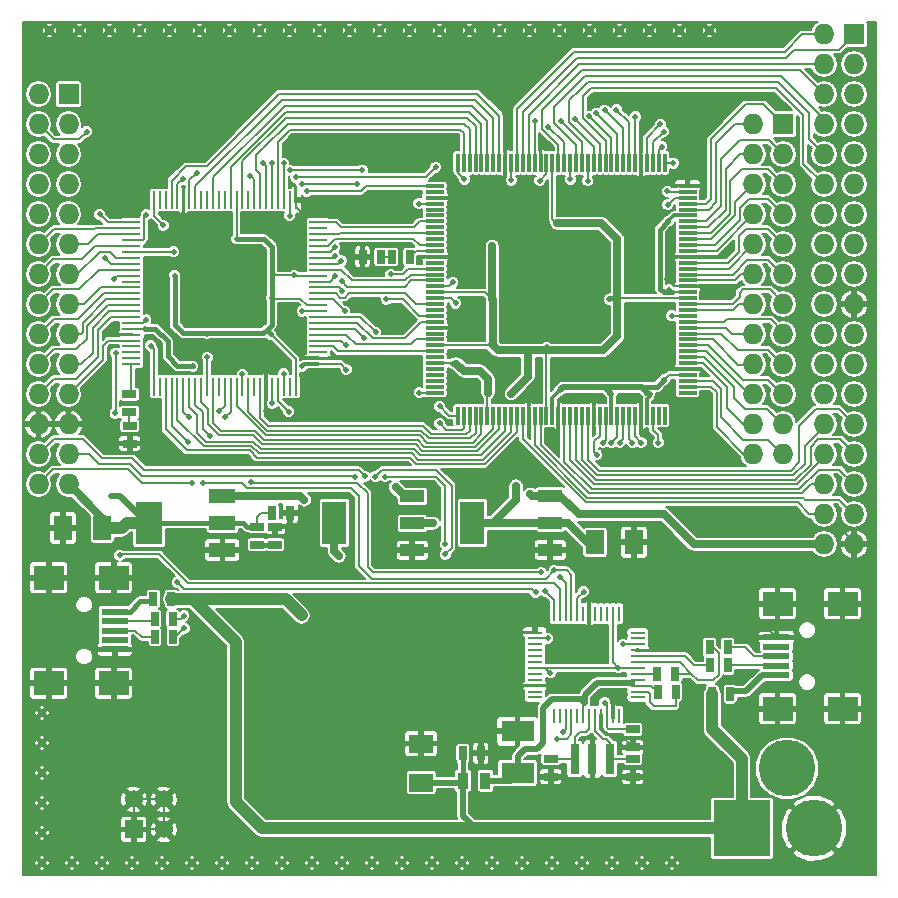
<source format=gtl>
G04 #@! TF.FileFunction,Copper,L1,Top,Signal*
%FSLAX46Y46*%
G04 Gerber Fmt 4.6, Leading zero omitted, Abs format (unit mm)*
G04 Created by KiCad (PCBNEW no-vcs-found-product) date mié 22 jul 2015 02:19:54 COT*
%MOMM*%
G01*
G04 APERTURE LIST*
%ADD10C,0.100000*%
%ADD11R,0.635000X1.143000*%
%ADD12R,1.524000X2.032000*%
%ADD13R,1.143000X0.635000*%
%ADD14R,2.235200X1.219200*%
%ADD15R,2.235200X3.606800*%
%ADD16R,1.550000X0.300000*%
%ADD17R,0.300000X1.550000*%
%ADD18R,1.500000X0.280000*%
%ADD19R,0.280000X1.500000*%
%ADD20R,2.032000X3.657600*%
%ADD21R,2.032000X1.016000*%
%ADD22R,1.727200X1.727200*%
%ADD23O,1.727200X1.727200*%
%ADD24R,2.794000X1.778000*%
%ADD25R,1.300000X0.250000*%
%ADD26R,0.250000X1.300000*%
%ADD27R,0.889000X1.397000*%
%ADD28R,2.032000X1.524000*%
%ADD29R,2.301240X0.500380*%
%ADD30R,2.499360X1.998980*%
%ADD31C,4.800600*%
%ADD32R,4.800600X4.800600*%
%ADD33R,0.800000X2.600000*%
%ADD34C,0.508000*%
%ADD35R,1.524000X1.524000*%
%ADD36C,1.524000*%
%ADD37C,0.500000*%
%ADD38C,0.200000*%
%ADD39C,0.400000*%
%ADD40C,0.700000*%
%ADD41C,0.500000*%
%ADD42C,1.000000*%
%ADD43C,0.300000*%
G04 APERTURE END LIST*
D10*
D11*
X40813800Y-108224900D03*
X42337800Y-108224900D03*
D12*
X26412000Y-109520300D03*
X23110000Y-109520300D03*
D13*
X39537600Y-109405600D03*
X39537600Y-110929600D03*
X28722240Y-98195560D03*
X28722240Y-99719560D03*
X41042400Y-109393300D03*
X41042400Y-110917300D03*
X28752240Y-102369560D03*
X28752240Y-100845560D03*
D14*
X36588800Y-111366000D03*
X36588800Y-109080000D03*
X36588800Y-106794000D03*
D15*
X30391200Y-109080000D03*
D16*
X54580000Y-80550000D03*
X54580000Y-81050000D03*
X54580000Y-81550000D03*
X54580000Y-82050000D03*
X54580000Y-82550000D03*
X54580000Y-83050000D03*
X54580000Y-83550000D03*
X54580000Y-84050000D03*
X54580000Y-84550000D03*
X54580000Y-85050000D03*
X54580000Y-85550000D03*
X54580000Y-86050000D03*
X54580000Y-86550000D03*
X54580000Y-87050000D03*
X54580000Y-87550000D03*
X54580000Y-88050000D03*
X54580000Y-88550000D03*
X54580000Y-89050000D03*
X54580000Y-89550000D03*
X54580000Y-90050000D03*
X54580000Y-90550000D03*
X54580000Y-91050000D03*
X54580000Y-91550000D03*
X54580000Y-92050000D03*
X54580000Y-92550000D03*
X54580000Y-93050000D03*
X54580000Y-93550000D03*
X54580000Y-94050000D03*
X54580000Y-94550000D03*
X54580000Y-95050000D03*
X54580000Y-95550000D03*
X54580000Y-96050000D03*
X54580000Y-96550000D03*
X54580000Y-97050000D03*
X54580000Y-97550000D03*
X54580000Y-98050000D03*
D17*
X56530000Y-100000000D03*
X57030000Y-100000000D03*
X57530000Y-100000000D03*
X58030000Y-100000000D03*
X58530000Y-100000000D03*
X59030000Y-100000000D03*
X59530000Y-100000000D03*
X60030000Y-100000000D03*
X60530000Y-100000000D03*
X61030000Y-100000000D03*
X61530000Y-100000000D03*
X62030000Y-100000000D03*
X62530000Y-100000000D03*
X63030000Y-100000000D03*
X63530000Y-100000000D03*
X64030000Y-100000000D03*
X64530000Y-100000000D03*
X65030000Y-100000000D03*
X65530000Y-100000000D03*
X66030000Y-100000000D03*
X66530000Y-100000000D03*
X67030000Y-100000000D03*
X67530000Y-100000000D03*
X68030000Y-100000000D03*
X68530000Y-100000000D03*
X69030000Y-100000000D03*
X69530000Y-100000000D03*
X70030000Y-100000000D03*
X70530000Y-100000000D03*
X71030000Y-100000000D03*
X71530000Y-100000000D03*
X72030000Y-100000000D03*
X72530000Y-100000000D03*
X73030000Y-100000000D03*
X73530000Y-100000000D03*
X74030000Y-100000000D03*
D16*
X75980000Y-98050000D03*
X75980000Y-97550000D03*
X75980000Y-97050000D03*
X75980000Y-96550000D03*
X75980000Y-96050000D03*
X75980000Y-95550000D03*
X75980000Y-95050000D03*
X75980000Y-94550000D03*
X75980000Y-94050000D03*
X75980000Y-93550000D03*
X75980000Y-93050000D03*
X75980000Y-92550000D03*
X75980000Y-92050000D03*
X75980000Y-91550000D03*
X75980000Y-91050000D03*
X75980000Y-90550000D03*
X75980000Y-90050000D03*
X75980000Y-89550000D03*
X75980000Y-89050000D03*
X75980000Y-88550000D03*
X75980000Y-88050000D03*
X75980000Y-87550000D03*
X75980000Y-87050000D03*
X75980000Y-86550000D03*
X75980000Y-86050000D03*
X75980000Y-85550000D03*
X75980000Y-85050000D03*
X75980000Y-84550000D03*
X75980000Y-84050000D03*
X75980000Y-83550000D03*
X75980000Y-83050000D03*
X75980000Y-82550000D03*
X75980000Y-82050000D03*
X75980000Y-81550000D03*
X75980000Y-81050000D03*
X75980000Y-80550000D03*
D17*
X74030000Y-78600000D03*
X73530000Y-78600000D03*
X73030000Y-78600000D03*
X72530000Y-78600000D03*
X72030000Y-78600000D03*
X71530000Y-78600000D03*
X71030000Y-78600000D03*
X70530000Y-78600000D03*
X70030000Y-78600000D03*
X69530000Y-78600000D03*
X69030000Y-78600000D03*
X68530000Y-78600000D03*
X68030000Y-78600000D03*
X67530000Y-78600000D03*
X67030000Y-78600000D03*
X66530000Y-78600000D03*
X66030000Y-78600000D03*
X65530000Y-78600000D03*
X65030000Y-78600000D03*
X64530000Y-78600000D03*
X64030000Y-78600000D03*
X63530000Y-78600000D03*
X63030000Y-78600000D03*
X62530000Y-78600000D03*
X62030000Y-78600000D03*
X61530000Y-78600000D03*
X61030000Y-78600000D03*
X60530000Y-78600000D03*
X60030000Y-78600000D03*
X59530000Y-78600000D03*
X59030000Y-78600000D03*
X58530000Y-78600000D03*
X58030000Y-78600000D03*
X57530000Y-78600000D03*
X57030000Y-78600000D03*
X56530000Y-78600000D03*
D18*
X44690000Y-95640000D03*
X44690000Y-95140000D03*
X44690000Y-94640000D03*
X44690000Y-94140000D03*
X44690000Y-93640000D03*
X44690000Y-93140000D03*
X44690000Y-92640000D03*
X44690000Y-92140000D03*
X44690000Y-91640000D03*
X44690000Y-91140000D03*
X44690000Y-90640000D03*
X44690000Y-90140000D03*
X44690000Y-89640000D03*
X44690000Y-89140000D03*
X44690000Y-88640000D03*
X44690000Y-88140000D03*
X44690000Y-87640000D03*
X44690000Y-87140000D03*
X44690000Y-86640000D03*
X44690000Y-86140000D03*
X44690000Y-85640000D03*
X44690000Y-85140000D03*
X44690000Y-84640000D03*
X44690000Y-84140000D03*
X44690000Y-83640000D03*
D19*
X42790000Y-81740000D03*
X42290000Y-81740000D03*
X41790000Y-81740000D03*
X41290000Y-81740000D03*
X40790000Y-81740000D03*
X40290000Y-81740000D03*
X39790000Y-81740000D03*
X39290000Y-81740000D03*
X38790000Y-81740000D03*
X38290000Y-81740000D03*
X37790000Y-81740000D03*
X37290000Y-81740000D03*
X36790000Y-81740000D03*
X36290000Y-81740000D03*
X35790000Y-81740000D03*
X35290000Y-81740000D03*
X34790000Y-81740000D03*
X34290000Y-81740000D03*
X33790000Y-81740000D03*
X33290000Y-81740000D03*
X32790000Y-81740000D03*
X32290000Y-81740000D03*
X31790000Y-81740000D03*
X31290000Y-81740000D03*
X30790000Y-81740000D03*
D18*
X28890000Y-83640000D03*
X28890000Y-84140000D03*
X28890000Y-84640000D03*
X28890000Y-85140000D03*
X28890000Y-85640000D03*
X28890000Y-86140000D03*
X28890000Y-86640000D03*
X28890000Y-87140000D03*
X28890000Y-87640000D03*
X28890000Y-88140000D03*
X28890000Y-88640000D03*
X28890000Y-89140000D03*
X28890000Y-89640000D03*
X28890000Y-90140000D03*
X28890000Y-90640000D03*
X28890000Y-91140000D03*
X28890000Y-91640000D03*
X28890000Y-92140000D03*
X28890000Y-92640000D03*
X28890000Y-93140000D03*
X28890000Y-93640000D03*
X28890000Y-94140000D03*
X28890000Y-94640000D03*
X28890000Y-95140000D03*
X28890000Y-95640000D03*
D19*
X30790000Y-97540000D03*
X31290000Y-97540000D03*
X31790000Y-97540000D03*
X32290000Y-97540000D03*
X32790000Y-97540000D03*
X33290000Y-97540000D03*
X33790000Y-97540000D03*
X34290000Y-97540000D03*
X34790000Y-97540000D03*
X35290000Y-97540000D03*
X35790000Y-97540000D03*
X36290000Y-97540000D03*
X36790000Y-97540000D03*
X37290000Y-97540000D03*
X37790000Y-97540000D03*
X38290000Y-97540000D03*
X38790000Y-97540000D03*
X39290000Y-97540000D03*
X39790000Y-97540000D03*
X40290000Y-97540000D03*
X40790000Y-97540000D03*
X41290000Y-97540000D03*
X41790000Y-97540000D03*
X42290000Y-97540000D03*
X42790000Y-97540000D03*
D12*
X68149000Y-110720000D03*
X71451000Y-110720000D03*
D20*
X57748000Y-109080000D03*
D21*
X64352000Y-109080000D03*
X64352000Y-106794000D03*
X64352000Y-111366000D03*
D20*
X46068000Y-109110000D03*
D21*
X52672000Y-109110000D03*
X52672000Y-106824000D03*
X52672000Y-111396000D03*
D22*
X90070000Y-67710000D03*
D23*
X87530000Y-67710000D03*
X90070000Y-70250000D03*
X87530000Y-70250000D03*
X90070000Y-72790000D03*
X87530000Y-72790000D03*
X90070000Y-75330000D03*
X87530000Y-75330000D03*
X90070000Y-77870000D03*
X87530000Y-77870000D03*
X90070000Y-80410000D03*
X87530000Y-80410000D03*
X90070000Y-82950000D03*
X87530000Y-82950000D03*
X90070000Y-85490000D03*
X87530000Y-85490000D03*
X90070000Y-88030000D03*
X87530000Y-88030000D03*
X90070000Y-90570000D03*
X87530000Y-90570000D03*
X90070000Y-93110000D03*
X87530000Y-93110000D03*
X90070000Y-95650000D03*
X87530000Y-95650000D03*
X90070000Y-98190000D03*
X87530000Y-98190000D03*
X90070000Y-100730000D03*
X87530000Y-100730000D03*
X90070000Y-103270000D03*
X87530000Y-103270000D03*
X90070000Y-105810000D03*
X87530000Y-105810000D03*
X90070000Y-108350000D03*
X87530000Y-108350000D03*
X90070000Y-110890000D03*
X87530000Y-110890000D03*
D22*
X84070000Y-75330000D03*
D23*
X81530000Y-75330000D03*
X84070000Y-77870000D03*
X81530000Y-77870000D03*
X84070000Y-80410000D03*
X81530000Y-80410000D03*
X84070000Y-82950000D03*
X81530000Y-82950000D03*
X84070000Y-85490000D03*
X81530000Y-85490000D03*
X84070000Y-88030000D03*
X81530000Y-88030000D03*
X84070000Y-90570000D03*
X81530000Y-90570000D03*
X84070000Y-93110000D03*
X81530000Y-93110000D03*
X84070000Y-95650000D03*
X81530000Y-95650000D03*
X84070000Y-98190000D03*
X81530000Y-98190000D03*
X84070000Y-100730000D03*
X81530000Y-100730000D03*
X84070000Y-103270000D03*
X81530000Y-103270000D03*
D22*
X23570000Y-72790000D03*
D23*
X21030000Y-72790000D03*
X23570000Y-75330000D03*
X21030000Y-75330000D03*
X23570000Y-77870000D03*
X21030000Y-77870000D03*
X23570000Y-80410000D03*
X21030000Y-80410000D03*
X23570000Y-82950000D03*
X21030000Y-82950000D03*
X23570000Y-85490000D03*
X21030000Y-85490000D03*
X23570000Y-88030000D03*
X21030000Y-88030000D03*
X23570000Y-90570000D03*
X21030000Y-90570000D03*
X23570000Y-93110000D03*
X21030000Y-93110000D03*
X23570000Y-95650000D03*
X21030000Y-95650000D03*
X23570000Y-98190000D03*
X21030000Y-98190000D03*
X23570000Y-100730000D03*
X21030000Y-100730000D03*
X23570000Y-103270000D03*
X21030000Y-103270000D03*
X23570000Y-105810000D03*
X21030000Y-105810000D03*
D11*
X52452000Y-86560000D03*
X50928000Y-86560000D03*
X48468000Y-86560000D03*
X49992000Y-86560000D03*
X56948000Y-128580000D03*
X58472000Y-128580000D03*
D24*
X61580000Y-130278000D03*
X61580000Y-126722000D03*
D13*
X71340000Y-126568000D03*
X71340000Y-128092000D03*
X64400000Y-130582000D03*
X64400000Y-129058000D03*
X71350000Y-130592000D03*
X71350000Y-129068000D03*
D25*
X71750000Y-123860000D03*
X71750000Y-123360000D03*
X71750000Y-122860000D03*
X71750000Y-122360000D03*
X71750000Y-121860000D03*
X71750000Y-121360000D03*
X71750000Y-120860000D03*
X71750000Y-120360000D03*
X71750000Y-119860000D03*
X71750000Y-119360000D03*
X71750000Y-118860000D03*
X71750000Y-118360000D03*
D26*
X70150000Y-116760000D03*
X69650000Y-116760000D03*
X69150000Y-116760000D03*
X68650000Y-116760000D03*
X68150000Y-116760000D03*
X67650000Y-116760000D03*
X67150000Y-116760000D03*
X66650000Y-116760000D03*
X66150000Y-116760000D03*
X65650000Y-116760000D03*
X65150000Y-116760000D03*
X64650000Y-116760000D03*
D25*
X63050000Y-118360000D03*
X63050000Y-118860000D03*
X63050000Y-119360000D03*
X63050000Y-119860000D03*
X63050000Y-120360000D03*
X63050000Y-120860000D03*
X63050000Y-121360000D03*
X63050000Y-121860000D03*
X63050000Y-122360000D03*
X63050000Y-122860000D03*
X63050000Y-123360000D03*
X63050000Y-123860000D03*
D26*
X64650000Y-125460000D03*
X65150000Y-125460000D03*
X65650000Y-125460000D03*
X66150000Y-125460000D03*
X66650000Y-125460000D03*
X67150000Y-125460000D03*
X67650000Y-125460000D03*
X68150000Y-125460000D03*
X68650000Y-125460000D03*
X69150000Y-125460000D03*
X69650000Y-125460000D03*
X70150000Y-125460000D03*
D27*
X56957500Y-130920000D03*
X58862500Y-130920000D03*
D11*
X79402000Y-121130000D03*
X77878000Y-121130000D03*
X79362000Y-119620000D03*
X77838000Y-119620000D03*
X73438000Y-123380000D03*
X74962000Y-123380000D03*
X74942000Y-121870000D03*
X73418000Y-121870000D03*
D28*
X53420000Y-131071000D03*
X53420000Y-127769000D03*
D29*
X83500680Y-121970200D03*
X83500680Y-121170100D03*
X83500680Y-120370000D03*
X83500680Y-119569900D03*
X83500680Y-118769800D03*
D30*
X83599740Y-124820080D03*
X89098840Y-124820080D03*
X83599740Y-115919920D03*
X89098840Y-115919920D03*
D11*
X79582000Y-123580000D03*
X78058000Y-123580000D03*
D31*
X86680000Y-134950000D03*
D32*
X80584000Y-134950000D03*
D31*
X84394000Y-129870000D03*
D11*
X30758000Y-115530000D03*
X32282000Y-115530000D03*
D29*
X27489320Y-116589800D03*
X27489320Y-117389900D03*
X27489320Y-118190000D03*
X27489320Y-118990100D03*
X27489320Y-119790200D03*
D30*
X27390260Y-113739920D03*
X21891160Y-113739920D03*
X27390260Y-122640080D03*
X21891160Y-122640080D03*
D11*
X30858000Y-117210000D03*
X32382000Y-117210000D03*
X30898000Y-118730000D03*
X32422000Y-118730000D03*
D33*
X67920000Y-129060000D03*
X66420000Y-129060000D03*
X69420000Y-129060000D03*
D34*
X21315000Y-137875000D03*
X46715000Y-137875000D03*
X36555000Y-137875000D03*
X56875000Y-137875000D03*
X61955000Y-137875000D03*
X28935000Y-137875000D03*
X34015000Y-137875000D03*
X64495000Y-137875000D03*
X67035000Y-137875000D03*
X31475000Y-137875000D03*
X69575000Y-137875000D03*
X23855000Y-137875000D03*
X54335000Y-137875000D03*
X51795000Y-137875000D03*
X26395000Y-137875000D03*
X59415000Y-137875000D03*
X44175000Y-137875000D03*
X41635000Y-137875000D03*
X39095000Y-137875000D03*
X49255000Y-137875000D03*
X21950000Y-67390000D03*
X27030000Y-67390000D03*
X44810000Y-67390000D03*
X29570000Y-67390000D03*
X42270000Y-67390000D03*
X47350000Y-67390000D03*
X32110000Y-67390000D03*
X49890000Y-67390000D03*
X34650000Y-67390000D03*
X39730000Y-67390000D03*
X21315000Y-125175000D03*
X21315000Y-130255000D03*
X72115000Y-137875000D03*
X74655000Y-137875000D03*
X21315000Y-135335000D03*
X21315000Y-132795000D03*
X21315000Y-127715000D03*
X37190000Y-67390000D03*
X24490000Y-67390000D03*
X52430000Y-67390000D03*
X54970000Y-67390000D03*
X57510000Y-67390000D03*
X60050000Y-67390000D03*
X65130000Y-67390000D03*
X62590000Y-67390000D03*
X67670000Y-67390000D03*
X70210000Y-67390000D03*
X75290000Y-67390000D03*
X72750000Y-67390000D03*
X77830000Y-67390000D03*
D35*
X29088080Y-135031480D03*
D36*
X29088080Y-132491480D03*
X31628080Y-135031480D03*
X31628080Y-132491480D03*
D37*
X35290000Y-93059160D03*
X42670000Y-88110000D03*
X40760000Y-90040000D03*
X37790000Y-85040000D03*
X35290000Y-95050000D03*
X40690000Y-93100000D03*
X32550000Y-88140000D03*
X32470000Y-86140000D03*
X47070600Y-96092000D03*
X31576600Y-83874600D03*
X27160000Y-106840000D03*
X42290000Y-83070000D03*
X41790000Y-96460000D03*
X43330000Y-95820000D03*
X43340000Y-91140000D03*
X38290000Y-96490000D03*
X30040000Y-92640000D03*
X34100000Y-95810000D03*
X56350000Y-81950000D03*
X53075000Y-83100000D03*
X50700000Y-83450000D03*
X50800000Y-77450000D03*
X66750000Y-98375000D03*
X30450000Y-99925000D03*
X30475000Y-101200000D03*
X30500000Y-101275000D03*
X33500000Y-89250000D03*
X42500000Y-86675000D03*
X39025000Y-83150000D03*
X63925000Y-76975000D03*
X60725000Y-76325000D03*
X70700000Y-83825000D03*
X70175000Y-123700000D03*
X77300000Y-109350000D03*
X79300000Y-109350000D03*
X81300000Y-109350000D03*
X83300000Y-109350000D03*
X85300000Y-109350000D03*
X74300000Y-117350000D03*
X74300000Y-113350000D03*
X77300000Y-115350000D03*
X77300000Y-113350000D03*
X79300000Y-117350000D03*
X79300000Y-113350000D03*
X79300000Y-115350000D03*
X77300000Y-117350000D03*
X74300000Y-115350000D03*
X90300000Y-113350000D03*
X87300000Y-113350000D03*
X83300000Y-113350000D03*
X69300000Y-113350000D03*
X72300000Y-113350000D03*
X72300000Y-115350000D03*
X61200000Y-122950000D03*
X68200000Y-115200000D03*
X67650000Y-118200000D03*
X30800000Y-87550000D03*
X33150000Y-83150000D03*
X36250000Y-83150000D03*
X35800000Y-87250000D03*
X60750000Y-74150000D03*
X60000000Y-80150000D03*
X79450000Y-86000000D03*
X78100000Y-89750000D03*
X72525000Y-101650000D03*
X35480000Y-103910000D03*
X48475000Y-87775000D03*
X49525000Y-91150000D03*
X73950000Y-95650000D03*
X27380520Y-92840800D03*
X40319280Y-99607360D03*
X64880000Y-101780000D03*
X74252000Y-88435000D03*
X56472000Y-92499000D03*
X56853000Y-86530000D03*
X39581000Y-95420000D03*
X62500000Y-98300000D03*
X43350000Y-94980000D03*
X75340000Y-100240000D03*
X51250000Y-106050000D03*
X43540000Y-107140000D03*
X43310000Y-116900000D03*
X42209040Y-99648000D03*
X40806960Y-98962200D03*
X48450000Y-79200000D03*
X50850000Y-88025000D03*
X26674400Y-86643200D03*
X42305560Y-79201000D03*
X48000000Y-80400000D03*
X50450000Y-90125000D03*
X30110000Y-91880000D03*
X43311400Y-80389720D03*
X54450000Y-109100000D03*
X62650000Y-106650000D03*
X67250000Y-108350000D03*
X65150000Y-97850000D03*
X74000000Y-96950000D03*
X74375600Y-89335600D03*
X56113000Y-88700600D03*
X63479000Y-80090000D03*
X59080000Y-98120000D03*
X66050000Y-80000000D03*
X61040000Y-80060000D03*
X57080000Y-80000000D03*
X53230000Y-82050000D03*
X56140000Y-95600000D03*
X69530000Y-98160000D03*
X74330000Y-83540000D03*
X53270000Y-98050000D03*
X72780000Y-98140000D03*
X74630000Y-91550000D03*
X56345000Y-90467000D03*
X67530000Y-80120000D03*
X46471160Y-111900960D03*
X61450000Y-105950000D03*
X69330000Y-90160000D03*
X64053040Y-94212400D03*
X61044900Y-98141100D03*
X59440000Y-85650000D03*
X59440000Y-90140000D03*
X59480000Y-93660000D03*
X64920000Y-83710000D03*
X66350000Y-109620000D03*
X54975000Y-99200000D03*
X55000000Y-100650000D03*
X68294840Y-103315760D03*
X68828240Y-102284520D03*
X69519120Y-102284520D03*
X70240480Y-102274360D03*
X71300000Y-102275000D03*
X72050000Y-102275000D03*
X73475000Y-102275000D03*
X73943800Y-75949800D03*
X73664400Y-75340200D03*
X71556200Y-74705200D03*
X69956000Y-74095600D03*
X68965400Y-74121000D03*
X68254200Y-74375000D03*
X67644600Y-74629000D03*
X66476200Y-74908400D03*
X65282400Y-75086200D03*
X64190200Y-75518000D03*
X63047200Y-75086200D03*
X46125000Y-88200000D03*
X46125000Y-86500000D03*
X46125000Y-85750000D03*
X25100000Y-75950000D03*
X46650000Y-86900000D03*
X47800000Y-105150000D03*
X46969000Y-91139000D03*
X48670000Y-105140000D03*
X46725000Y-89425000D03*
X47070600Y-94034600D03*
X34045480Y-105703360D03*
X40771400Y-78642200D03*
X41792480Y-78632040D03*
X38968000Y-79673440D03*
X40034800Y-78642200D03*
X33227600Y-79988400D03*
X34406160Y-79460080D03*
X65140160Y-113628160D03*
X26191800Y-82960200D03*
X27883440Y-111814600D03*
X54660120Y-78957160D03*
X30510000Y-94060000D03*
X42793240Y-79795360D03*
X73800000Y-77210000D03*
X63931120Y-114847360D03*
X35510000Y-101690000D03*
X39023880Y-105627160D03*
X63572680Y-113257320D03*
X74770000Y-78610000D03*
X34924320Y-105708440D03*
X33639080Y-102254040D03*
X64672800Y-113079520D03*
X74260000Y-81000000D03*
X74310000Y-82150000D03*
X33750000Y-100150000D03*
X46700000Y-88625000D03*
X67260000Y-124320000D03*
X68980000Y-124300000D03*
X70520000Y-119370000D03*
X27385600Y-88421200D03*
X27550000Y-94700000D03*
X27500000Y-99800000D03*
X63108160Y-114933720D03*
X67172160Y-114893080D03*
X32760000Y-114110000D03*
X64130000Y-118850000D03*
X55450000Y-110900000D03*
X50350000Y-105150000D03*
X49559800Y-92942400D03*
X65410000Y-126790000D03*
X49550000Y-105150000D03*
X64960000Y-127340000D03*
X55450000Y-111750000D03*
X48594600Y-93450400D03*
X36320000Y-99610000D03*
X33340000Y-116920000D03*
X36830000Y-100150000D03*
X33350000Y-118000000D03*
X43738120Y-80984080D03*
X30140000Y-82970000D03*
X70120000Y-121360000D03*
X64350000Y-121780000D03*
D38*
X43200000Y-90100000D02*
X40820000Y-90100000D01*
X43740000Y-90640000D02*
X43200000Y-90100000D01*
X44690000Y-90640000D02*
X43740000Y-90640000D01*
X40820000Y-90100000D02*
X40760000Y-90040000D01*
X35290000Y-93059160D02*
X35290000Y-93010000D01*
X42790000Y-97540000D02*
X42790000Y-95200000D01*
X42790000Y-95200000D02*
X40690000Y-93100000D01*
X42670000Y-88110000D02*
X41130000Y-88110000D01*
X41130000Y-88110000D02*
X40760000Y-87740000D01*
X44690000Y-88140000D02*
X42700000Y-88140000D01*
X42700000Y-88140000D02*
X42670000Y-88110000D01*
D39*
X40760000Y-90040000D02*
X40760000Y-92320000D01*
X40760000Y-92320000D02*
X40330000Y-92750000D01*
X40070000Y-93010000D02*
X35290000Y-93010000D01*
X40330000Y-92750000D02*
X40070000Y-93010000D01*
X40110000Y-85040000D02*
X40760000Y-85690000D01*
X37790000Y-85040000D02*
X40110000Y-85040000D01*
X40760000Y-85690000D02*
X40760000Y-87740000D01*
X40760000Y-87740000D02*
X40760000Y-90040000D01*
D38*
X28890000Y-86140000D02*
X32470000Y-86140000D01*
X37790000Y-81740000D02*
X37790000Y-85040000D01*
X35290000Y-97540000D02*
X35290000Y-95050000D01*
X40690000Y-93100000D02*
X40680000Y-93100000D01*
X40680000Y-93100000D02*
X40330000Y-92750000D01*
D39*
X35290000Y-93010000D02*
X33260000Y-93010000D01*
X32550000Y-92300000D02*
X32550000Y-88140000D01*
X33260000Y-93010000D02*
X32550000Y-92300000D01*
D38*
X44690000Y-95640000D02*
X46618600Y-95640000D01*
X46618600Y-95640000D02*
X47070600Y-96092000D01*
X47070600Y-96092000D02*
X46618600Y-95640000D01*
X30790000Y-81740000D02*
X30790000Y-83088000D01*
X30790000Y-83088000D02*
X31576600Y-83874600D01*
D40*
X26412000Y-109520300D02*
X26412000Y-108652000D01*
X26412000Y-108652000D02*
X23570000Y-105810000D01*
D38*
X26412000Y-108652000D02*
X23570000Y-105810000D01*
D41*
X30391200Y-109080000D02*
X30180000Y-109080000D01*
X30180000Y-109080000D02*
X27940000Y-106840000D01*
X27940000Y-106840000D02*
X27160000Y-106840000D01*
D39*
X30391200Y-109080000D02*
X36588800Y-109080000D01*
D38*
X39537600Y-108586700D02*
X39537600Y-109405600D01*
D42*
X28499000Y-109080000D02*
X30391200Y-109080000D01*
D39*
X39537600Y-109405600D02*
X38692500Y-109405600D01*
X38692500Y-109405600D02*
X38362700Y-109075800D01*
X38358500Y-109080000D02*
X36588800Y-109080000D01*
X38358500Y-109080000D02*
X38362700Y-109075800D01*
X30391200Y-109080000D02*
X29608200Y-109080000D01*
X30391200Y-109080000D02*
X29616600Y-109080000D01*
D38*
X42290000Y-81740000D02*
X42290000Y-83070000D01*
X44690000Y-91140000D02*
X43340000Y-91140000D01*
X41790000Y-97540000D02*
X41790000Y-96460000D01*
X28890000Y-92640000D02*
X30040000Y-92640000D01*
X38290000Y-97540000D02*
X38290000Y-96490000D01*
D43*
X43510000Y-95640000D02*
X44690000Y-95640000D01*
D38*
X40813800Y-108224900D02*
X39899400Y-108224900D01*
X39899400Y-108224900D02*
X39537600Y-108586700D01*
D43*
X43330000Y-95820000D02*
X43510000Y-95640000D01*
D39*
X30920000Y-92640000D02*
X31960000Y-93680000D01*
X31960000Y-93680000D02*
X31960000Y-94980000D01*
X31960000Y-94980000D02*
X32790000Y-95810000D01*
X32790000Y-95810000D02*
X34100000Y-95810000D01*
X30040000Y-92640000D02*
X30920000Y-92640000D01*
D42*
X26412000Y-109520300D02*
X26412000Y-108832000D01*
X26412000Y-109520300D02*
X28050300Y-109520300D01*
D39*
X28499000Y-109080000D02*
X28494800Y-109075800D01*
D42*
X28050300Y-109520300D02*
X28494800Y-109075800D01*
D38*
X28890000Y-95640000D02*
X28890000Y-98027800D01*
X28890000Y-98027800D02*
X28722240Y-98195560D01*
X54580000Y-81550000D02*
X55950000Y-81550000D01*
X55950000Y-81550000D02*
X56350000Y-81950000D01*
X53075000Y-83100000D02*
X52725000Y-83450000D01*
X52725000Y-83450000D02*
X50700000Y-83450000D01*
X68030000Y-100000000D02*
X68030000Y-98880000D01*
X68030000Y-98880000D02*
X67525000Y-98375000D01*
X67525000Y-98375000D02*
X66750000Y-98375000D01*
X65030000Y-100000000D02*
X65030000Y-98920000D01*
X65030000Y-98920000D02*
X65625000Y-98325000D01*
X65625000Y-98325000D02*
X67550000Y-98325000D01*
X67550000Y-98325000D02*
X68030000Y-98805000D01*
X68030000Y-98805000D02*
X68030000Y-100000000D01*
X30450000Y-99925000D02*
X30475000Y-99950000D01*
X30475000Y-99950000D02*
X30475000Y-101200000D01*
X30500000Y-101275000D02*
X29405440Y-102369560D01*
X29405440Y-102369560D02*
X28752240Y-102369560D01*
X33500000Y-89250000D02*
X33525000Y-89225000D01*
X33525000Y-89225000D02*
X33525000Y-88075000D01*
X33525000Y-88075000D02*
X34350000Y-87250000D01*
X34350000Y-87250000D02*
X35800000Y-87250000D01*
X42500000Y-86675000D02*
X42600000Y-86775000D01*
X42600000Y-86775000D02*
X42600000Y-84550000D01*
X42600000Y-84550000D02*
X43275000Y-83875000D01*
X42790000Y-81740000D02*
X42790000Y-82290000D01*
X42790000Y-82290000D02*
X43275000Y-82775000D01*
X43275000Y-82775000D02*
X43275000Y-83875000D01*
X43275000Y-83875000D02*
X43000000Y-84150000D01*
X43000000Y-84150000D02*
X41725000Y-84150000D01*
X41725000Y-84150000D02*
X41025000Y-83450000D01*
X41025000Y-83450000D02*
X39325000Y-83450000D01*
X39325000Y-83450000D02*
X39025000Y-83150000D01*
X63530000Y-78600000D02*
X63530000Y-77370000D01*
X63530000Y-77370000D02*
X63925000Y-76975000D01*
X60725000Y-76325000D02*
X60530000Y-76520000D01*
X60530000Y-76520000D02*
X60530000Y-78600000D01*
X70700000Y-83825000D02*
X72030000Y-82495000D01*
X72030000Y-82495000D02*
X72030000Y-78600000D01*
X75980000Y-80550000D02*
X74750000Y-80550000D01*
X74750000Y-80550000D02*
X74400000Y-80200000D01*
X74400000Y-80200000D02*
X72450000Y-80200000D01*
X72450000Y-80200000D02*
X72030000Y-79780000D01*
X72030000Y-79780000D02*
X72030000Y-78600000D01*
X74252000Y-88435000D02*
X74252000Y-86973000D01*
X74252000Y-86973000D02*
X74675000Y-86550000D01*
X74675000Y-86550000D02*
X75980000Y-86550000D01*
X63050000Y-118360000D02*
X61840000Y-118360000D01*
X61840000Y-118360000D02*
X61200000Y-119000000D01*
X61200000Y-119000000D02*
X61200000Y-122950000D01*
X69650000Y-125460000D02*
X69650000Y-124225000D01*
X69650000Y-124225000D02*
X70175000Y-123700000D01*
X87300000Y-109600000D02*
X85550000Y-109600000D01*
X79300000Y-109350000D02*
X77300000Y-109350000D01*
X83300000Y-109350000D02*
X81300000Y-109350000D01*
X85550000Y-109600000D02*
X85300000Y-109350000D01*
X90070000Y-110890000D02*
X90070000Y-110720000D01*
X90070000Y-110720000D02*
X88950000Y-109600000D01*
X88950000Y-109600000D02*
X87300000Y-109600000D01*
X87300000Y-109600000D02*
X85950000Y-109600000D01*
X77300000Y-113350000D02*
X74300000Y-113350000D01*
X81869920Y-115919920D02*
X79300000Y-113350000D01*
X83599740Y-115919920D02*
X81869920Y-115919920D01*
X79300000Y-117350000D02*
X79300000Y-115350000D01*
X77300000Y-117350000D02*
X77300000Y-115350000D01*
X83300000Y-113350000D02*
X87300000Y-113350000D01*
X72300000Y-113350000D02*
X69300000Y-113350000D01*
X74300000Y-117350000D02*
X72300000Y-115350000D01*
X71750000Y-119860000D02*
X73340000Y-119860000D01*
X82930880Y-118200000D02*
X83500680Y-118769800D01*
X75000000Y-118200000D02*
X82930880Y-118200000D01*
X73340000Y-119860000D02*
X75000000Y-118200000D01*
X68650000Y-125460000D02*
X68650000Y-126550000D01*
X70248000Y-127000000D02*
X71340000Y-128092000D01*
X69100000Y-127000000D02*
X70248000Y-127000000D01*
X68650000Y-126550000D02*
X69100000Y-127000000D01*
X63050000Y-122860000D02*
X61290000Y-122860000D01*
X61290000Y-122860000D02*
X61200000Y-122950000D01*
X67650000Y-116760000D02*
X67650000Y-115750000D01*
X67650000Y-115750000D02*
X68200000Y-115200000D01*
X67650000Y-116760000D02*
X67650000Y-115700000D01*
X67650000Y-115700000D02*
X68000000Y-115350000D01*
X67650000Y-116760000D02*
X67650000Y-118200000D01*
X33290000Y-83010000D02*
X33150000Y-83150000D01*
X33290000Y-83010000D02*
X33290000Y-81740000D01*
X60530000Y-78600000D02*
X60530000Y-75720000D01*
X60750000Y-75500000D02*
X60750000Y-74150000D01*
X60530000Y-75720000D02*
X60750000Y-75500000D01*
X60530000Y-78600000D02*
X60530000Y-79620000D01*
X60530000Y-79620000D02*
X60000000Y-80150000D01*
X75980000Y-86550000D02*
X78900000Y-86550000D01*
X78900000Y-86550000D02*
X79450000Y-86000000D01*
X75980000Y-89050000D02*
X77400000Y-89050000D01*
X77400000Y-89050000D02*
X78100000Y-89750000D01*
X72030000Y-100000000D02*
X72030000Y-101155000D01*
X72030000Y-101155000D02*
X72525000Y-101650000D01*
X28752240Y-102369560D02*
X30079560Y-102369560D01*
X35270000Y-104120000D02*
X35480000Y-103910000D01*
X31830000Y-104120000D02*
X35270000Y-104120000D01*
X30079560Y-102369560D02*
X31830000Y-104120000D01*
X48468000Y-87768000D02*
X48475000Y-87775000D01*
X48468000Y-86560000D02*
X48468000Y-87768000D01*
D43*
X75980000Y-96050000D02*
X74350000Y-96050000D01*
X74350000Y-96050000D02*
X73950000Y-95650000D01*
D38*
X23570000Y-100730000D02*
X21030000Y-100730000D01*
X23570000Y-100730000D02*
X24683000Y-100730000D01*
X26322560Y-102369560D02*
X28752240Y-102369560D01*
X24683000Y-100730000D02*
X26322560Y-102369560D01*
X31628080Y-132491480D02*
X29088080Y-132491480D01*
X31628080Y-135031480D02*
X31628080Y-132491480D01*
X29088080Y-132491480D02*
X29088080Y-135031480D01*
X29088080Y-135031480D02*
X31628080Y-135031480D01*
X28890000Y-93140000D02*
X27679720Y-93140000D01*
X27679720Y-93140000D02*
X27380520Y-92840800D01*
X40290000Y-97540000D02*
X40290000Y-99578080D01*
X40290000Y-99578080D02*
X40319280Y-99607360D01*
D43*
X65030000Y-100000000D02*
X65030000Y-101630000D01*
X65030000Y-101630000D02*
X64880000Y-101780000D01*
D38*
X75980000Y-89050000D02*
X74867000Y-89050000D01*
X74867000Y-89050000D02*
X74252000Y-88435000D01*
X54580000Y-92550000D02*
X56421000Y-92550000D01*
X56421000Y-92550000D02*
X56472000Y-92499000D01*
X54580000Y-86550000D02*
X56833000Y-86550000D01*
X56833000Y-86550000D02*
X56853000Y-86530000D01*
X40290000Y-97540000D02*
X40290000Y-96510000D01*
X39581000Y-95801000D02*
X39581000Y-95420000D01*
X40290000Y-96510000D02*
X39581000Y-95801000D01*
X62530000Y-98330000D02*
X62500000Y-98300000D01*
X62530000Y-100000000D02*
X62530000Y-98330000D01*
D43*
X43510000Y-95140000D02*
X43350000Y-94980000D01*
X44690000Y-95140000D02*
X43510000Y-95140000D01*
X75340000Y-100240000D02*
X75340000Y-100250000D01*
D38*
X28580000Y-102558000D02*
X28610000Y-102588000D01*
D40*
X52672000Y-106824000D02*
X52024000Y-106824000D01*
X52024000Y-106824000D02*
X51250000Y-106050000D01*
X43194000Y-106794000D02*
X43540000Y-107140000D01*
D42*
X80584000Y-129044000D02*
X78058000Y-126518000D01*
X78058000Y-126518000D02*
X78058000Y-123580000D01*
X80584000Y-134950000D02*
X80584000Y-129044000D01*
X34110000Y-115530000D02*
X32282000Y-115530000D01*
X37710000Y-119130000D02*
X34110000Y-115530000D01*
X37710000Y-132730000D02*
X37710000Y-119130000D01*
X39930000Y-134950000D02*
X37710000Y-132730000D01*
X58030000Y-134950000D02*
X39930000Y-134950000D01*
X80584000Y-134950000D02*
X58030000Y-134950000D01*
X41940000Y-115530000D02*
X43310000Y-116900000D01*
X32282000Y-115530000D02*
X41940000Y-115530000D01*
D40*
X36588800Y-106794000D02*
X43194000Y-106794000D01*
D41*
X56957500Y-133877500D02*
X58030000Y-134950000D01*
X56957500Y-130920000D02*
X56957500Y-133877500D01*
X56806500Y-131071000D02*
X56957500Y-130920000D01*
X53420000Y-131071000D02*
X56806500Y-131071000D01*
D39*
X56957500Y-130920000D02*
X56957500Y-128589500D01*
X56957500Y-128589500D02*
X56948000Y-128580000D01*
D38*
X41290000Y-97540000D02*
X41290000Y-98728960D01*
X41290000Y-98728960D02*
X42209040Y-99648000D01*
X40790000Y-97540000D02*
X40790000Y-98945240D01*
X40790000Y-98945240D02*
X40806960Y-98962200D01*
D39*
X39537600Y-110929600D02*
X41030100Y-110929600D01*
X41030100Y-110929600D02*
X41042400Y-110917300D01*
D38*
X28722240Y-99719560D02*
X28722240Y-100815560D01*
X28890000Y-99628000D02*
X28580000Y-99938000D01*
X28722240Y-100815560D02*
X28752240Y-100845560D01*
X54580000Y-94550000D02*
X46392200Y-94550000D01*
X45982200Y-94140000D02*
X44690000Y-94140000D01*
X46392200Y-94550000D02*
X45982200Y-94140000D01*
X44690000Y-93140000D02*
X47065000Y-93140000D01*
X52582400Y-93958400D02*
X52990800Y-93550000D01*
X47883400Y-93958400D02*
X52582400Y-93958400D01*
X47065000Y-93140000D02*
X47883400Y-93958400D01*
X52990800Y-93550000D02*
X54580000Y-93550000D01*
X44690000Y-92140000D02*
X48020800Y-92140000D01*
X53449400Y-92050000D02*
X54580000Y-92050000D01*
X52049000Y-93450400D02*
X53449400Y-92050000D01*
X49331200Y-93450400D02*
X52049000Y-93450400D01*
X48020800Y-92140000D02*
X49331200Y-93450400D01*
X54580000Y-90550000D02*
X53000000Y-90550000D01*
X46950000Y-90000000D02*
X46566600Y-90000000D01*
X47350000Y-89600000D02*
X46950000Y-90000000D01*
X52050000Y-89600000D02*
X47350000Y-89600000D01*
X53000000Y-90550000D02*
X52050000Y-89600000D01*
X46566600Y-90000000D02*
X46206600Y-89640000D01*
X46206600Y-89640000D02*
X44690000Y-89640000D01*
X44690000Y-89640000D02*
X46206600Y-89640000D01*
X47725000Y-88550000D02*
X47575000Y-88550000D01*
X46665000Y-87640000D02*
X44690000Y-87640000D01*
X47575000Y-88550000D02*
X46665000Y-87640000D01*
X52560222Y-88050000D02*
X54580000Y-88050000D01*
X52060222Y-88550000D02*
X52560222Y-88050000D01*
X47725000Y-88550000D02*
X52060222Y-88550000D01*
X52325000Y-85017600D02*
X46132400Y-85017600D01*
X46132400Y-85017600D02*
X45510000Y-85640000D01*
X45510000Y-85640000D02*
X44690000Y-85640000D01*
X44690000Y-85640000D02*
X45510000Y-85640000D01*
X54580000Y-85550000D02*
X53292600Y-85550000D01*
X53292600Y-85550000D02*
X52760200Y-85017600D01*
X52760200Y-85017600D02*
X52325000Y-85017600D01*
X54580000Y-84550000D02*
X46560000Y-84550000D01*
X46470000Y-84640000D02*
X44690000Y-84640000D01*
X46560000Y-84550000D02*
X46470000Y-84640000D01*
X44690000Y-83640000D02*
X46201000Y-83640000D01*
X52807600Y-84052400D02*
X53220000Y-83640000D01*
X46613400Y-84052400D02*
X52807600Y-84052400D01*
X46201000Y-83640000D02*
X46613400Y-84052400D01*
X53310000Y-83550000D02*
X54580000Y-83550000D01*
X53220000Y-83640000D02*
X53310000Y-83550000D01*
X57030000Y-78600000D02*
X57030000Y-76054000D01*
X41290000Y-76828200D02*
X41290000Y-81740000D01*
X42346200Y-75772000D02*
X41290000Y-76828200D01*
X56748000Y-75772000D02*
X42346200Y-75772000D01*
X57030000Y-76054000D02*
X56748000Y-75772000D01*
X39790000Y-81740000D02*
X39790000Y-79515000D01*
X39476000Y-79201000D02*
X39476000Y-77956400D01*
X39790000Y-79515000D02*
X39476000Y-79201000D01*
X57530000Y-78600000D02*
X57530000Y-75766600D01*
X42168400Y-75264000D02*
X40060200Y-77372200D01*
X57027400Y-75264000D02*
X42168400Y-75264000D01*
X57530000Y-75766600D02*
X57027400Y-75264000D01*
X39476000Y-77956400D02*
X40060200Y-77372200D01*
X58030000Y-78600000D02*
X58030000Y-75504600D01*
X41974000Y-74756000D02*
X38290000Y-78440000D01*
X57281400Y-74756000D02*
X41974000Y-74756000D01*
X58030000Y-75504600D02*
X57281400Y-74756000D01*
X38290000Y-81740000D02*
X38290000Y-78440000D01*
X58530000Y-78600000D02*
X58530000Y-75293400D01*
X41965200Y-74248000D02*
X37290000Y-78923200D01*
X57484600Y-74248000D02*
X41965200Y-74248000D01*
X58530000Y-75293400D02*
X57484600Y-74248000D01*
X37290000Y-81740000D02*
X37290000Y-78923200D01*
X59030000Y-78600000D02*
X59030000Y-75082200D01*
X41860000Y-73740000D02*
X35790000Y-79810000D01*
X57687800Y-73740000D02*
X41860000Y-73740000D01*
X59030000Y-75082200D02*
X57687800Y-73740000D01*
X35790000Y-79810000D02*
X35790000Y-81740000D01*
X35790000Y-81740000D02*
X35790000Y-79810000D01*
X59530000Y-78600000D02*
X59530000Y-74820200D01*
X41599440Y-73232000D02*
X34290000Y-80541440D01*
X57941800Y-73232000D02*
X41599440Y-73232000D01*
X59530000Y-74820200D02*
X57941800Y-73232000D01*
X34290000Y-80541440D02*
X34290000Y-81740000D01*
X34290000Y-80541440D02*
X34290000Y-81740000D01*
X34290000Y-81740000D02*
X34290000Y-80541440D01*
X42750000Y-72724000D02*
X41426000Y-72724000D01*
X35250000Y-78900000D02*
X33503200Y-78900000D01*
X41426000Y-72724000D02*
X35250000Y-78900000D01*
X60030000Y-78600000D02*
X60030000Y-74609000D01*
X33503200Y-78900000D02*
X32290000Y-80113200D01*
X58145000Y-72724000D02*
X42750000Y-72724000D01*
X60030000Y-74609000D02*
X58145000Y-72724000D01*
X32290000Y-80113200D02*
X32290000Y-81740000D01*
X42305560Y-79201000D02*
X48449000Y-79201000D01*
X48449000Y-79201000D02*
X48450000Y-79200000D01*
X54580000Y-87550000D02*
X52325000Y-87550000D01*
X51850000Y-88025000D02*
X50850000Y-88025000D01*
X52325000Y-87550000D02*
X51850000Y-88025000D01*
X28890000Y-87140000D02*
X27171200Y-87140000D01*
X27171200Y-87140000D02*
X26674400Y-86643200D01*
X43311400Y-80389720D02*
X47989720Y-80389720D01*
X47989720Y-80389720D02*
X48000000Y-80400000D01*
X54580000Y-91550000D02*
X53275000Y-91550000D01*
X51850000Y-90125000D02*
X50450000Y-90125000D01*
X53275000Y-91550000D02*
X51850000Y-90125000D01*
X28890000Y-92140000D02*
X29850000Y-92140000D01*
X29850000Y-92140000D02*
X30110000Y-91880000D01*
X31790000Y-97540000D02*
X31790000Y-101170000D01*
X61530000Y-101360000D02*
X61530000Y-100000000D01*
X58790000Y-104100000D02*
X61530000Y-101360000D01*
X53020000Y-104100000D02*
X58790000Y-104100000D01*
X52470000Y-103550000D02*
X53020000Y-104100000D01*
X39500000Y-103550000D02*
X52470000Y-103550000D01*
X38887489Y-102937489D02*
X39500000Y-103550000D01*
X33557489Y-102937489D02*
X38887489Y-102937489D01*
X31790000Y-101170000D02*
X33557489Y-102937489D01*
X32790000Y-97540000D02*
X32790000Y-100340000D01*
X58650000Y-103740000D02*
X61030000Y-101360000D01*
X53190000Y-103740000D02*
X58650000Y-103740000D01*
X52640000Y-103190000D02*
X53190000Y-103740000D01*
X39660000Y-103190000D02*
X52640000Y-103190000D01*
X39040000Y-102570000D02*
X39660000Y-103190000D01*
X35020000Y-102570000D02*
X39040000Y-102570000D01*
X32790000Y-100340000D02*
X35020000Y-102570000D01*
X61030000Y-100000000D02*
X61030000Y-101360000D01*
X40640000Y-102820000D02*
X39835020Y-102820000D01*
X39215020Y-102200000D02*
X35180000Y-102200000D01*
X39835020Y-102820000D02*
X39215020Y-102200000D01*
X35180000Y-102200000D02*
X34440000Y-101460000D01*
X34440000Y-101460000D02*
X34440000Y-99940000D01*
X34440000Y-99940000D02*
X33790000Y-99290000D01*
X33790000Y-99290000D02*
X33790000Y-97540000D01*
X60530000Y-100000000D02*
X60530000Y-101310000D01*
X34440000Y-101460000D02*
X35180000Y-102200000D01*
X34440000Y-99940000D02*
X34440000Y-101460000D01*
X33790000Y-99290000D02*
X34440000Y-99940000D01*
X60530000Y-101310000D02*
X58480000Y-103360000D01*
X58480000Y-103360000D02*
X53329998Y-103360000D01*
X53329998Y-103360000D02*
X52789998Y-102820000D01*
X52789998Y-102820000D02*
X40640000Y-102820000D01*
X33790000Y-97540000D02*
X33790000Y-99290000D01*
X34790000Y-97540000D02*
X34790000Y-98850000D01*
X35360000Y-100740000D02*
X36280000Y-101660000D01*
X35360000Y-99420000D02*
X35360000Y-100740000D01*
X34790000Y-98850000D02*
X35360000Y-99420000D01*
X60030000Y-100000000D02*
X60030000Y-101160000D01*
X39169998Y-101660000D02*
X36280000Y-101660000D01*
X39949998Y-102440000D02*
X39169998Y-101660000D01*
X52959998Y-102440000D02*
X39949998Y-102440000D01*
X53519998Y-103000000D02*
X52959998Y-102440000D01*
X58190000Y-103000000D02*
X53519998Y-103000000D01*
X60030000Y-101160000D02*
X58190000Y-103000000D01*
X59530000Y-100000000D02*
X59530000Y-101130000D01*
X58019998Y-102640002D02*
X57130000Y-102640002D01*
X59530000Y-101130000D02*
X58019998Y-102640002D01*
X35790000Y-100640000D02*
X35790000Y-97540000D01*
X36440000Y-101290000D02*
X35790000Y-100640000D01*
X39320000Y-101290000D02*
X36440000Y-101290000D01*
X40100000Y-102070000D02*
X39320000Y-101290000D01*
X53130000Y-102070000D02*
X40100000Y-102070000D01*
X53700002Y-102640002D02*
X53130000Y-102070000D01*
X57130000Y-102640002D02*
X53700002Y-102640002D01*
X58530000Y-100000000D02*
X58530000Y-101550000D01*
X57790000Y-102290000D02*
X57120000Y-102290000D01*
X58530000Y-101550000D02*
X57790000Y-102290000D01*
X37790000Y-97540000D02*
X37790000Y-99210000D01*
X53910000Y-102290000D02*
X57120000Y-102290000D01*
X53290000Y-101670000D02*
X53910000Y-102290000D01*
X40250000Y-101670000D02*
X53290000Y-101670000D01*
X37790000Y-99210000D02*
X40250000Y-101670000D01*
X58030000Y-100000000D02*
X58030000Y-101479998D01*
X57579998Y-101930000D02*
X56800000Y-101930000D01*
X58030000Y-101479998D02*
X57579998Y-101930000D01*
X38790000Y-99715000D02*
X40375000Y-101300000D01*
X40375000Y-101300000D02*
X53425000Y-101300000D01*
X38790000Y-99715000D02*
X38790000Y-97540000D01*
X54055000Y-101930000D02*
X53425000Y-101300000D01*
X56800000Y-101930000D02*
X54055000Y-101930000D01*
X58100000Y-100070000D02*
X58030000Y-100000000D01*
X57530000Y-100000000D02*
X57530000Y-101279998D01*
X57249998Y-101560000D02*
X56430000Y-101560000D01*
X57530000Y-101279998D02*
X57249998Y-101560000D01*
X55920000Y-101560000D02*
X54230000Y-101560000D01*
X54230000Y-101560000D02*
X53557500Y-100887500D01*
X53557500Y-100887500D02*
X40487500Y-100887500D01*
X56430000Y-101560000D02*
X55920000Y-101560000D01*
X39790000Y-97540000D02*
X39790000Y-100190000D01*
X39790000Y-100190000D02*
X40487500Y-100887500D01*
D39*
X74330000Y-83540000D02*
X74330000Y-83545000D01*
X74330000Y-83545000D02*
X73630000Y-84245000D01*
X73630000Y-84245000D02*
X73630000Y-89240000D01*
D40*
X52672000Y-109110000D02*
X54440000Y-109110000D01*
X54440000Y-109110000D02*
X54450000Y-109100000D01*
X62794000Y-106794000D02*
X64352000Y-106794000D01*
X62650000Y-106650000D02*
X62794000Y-106794000D01*
D38*
X67250000Y-108350000D02*
X67250000Y-108360000D01*
X67250000Y-108360000D02*
X67250000Y-108350000D01*
X67250000Y-108350000D02*
X67250000Y-108360000D01*
D40*
X87530000Y-110890000D02*
X76490000Y-110890000D01*
X76490000Y-110890000D02*
X73960000Y-108360000D01*
D41*
X76490000Y-110890000D02*
X73960000Y-108360000D01*
D43*
X64530000Y-100000000D02*
X64530000Y-98470000D01*
X64530000Y-98470000D02*
X65150000Y-97850000D01*
D38*
X64530000Y-98470000D02*
X65150000Y-97850000D01*
D41*
X69530000Y-98160000D02*
X68970000Y-97600000D01*
X68970000Y-97600000D02*
X65400000Y-97600000D01*
X65400000Y-97600000D02*
X65150000Y-97850000D01*
X65150000Y-97850000D02*
X65400000Y-97600000D01*
D39*
X71100000Y-97600000D02*
X73350000Y-97600000D01*
X73350000Y-97600000D02*
X74000000Y-96950000D01*
D43*
X71850000Y-97600000D02*
X73350000Y-97600000D01*
X73350000Y-97600000D02*
X74000000Y-96950000D01*
D38*
X74400000Y-96550000D02*
X74000000Y-96950000D01*
X75980000Y-96550000D02*
X74400000Y-96550000D01*
X75980000Y-89550000D02*
X74660000Y-89550000D01*
D39*
X73950000Y-89560000D02*
X74650000Y-89560000D01*
D38*
X74660000Y-89550000D02*
X74650000Y-89560000D01*
D39*
X73630000Y-89240000D02*
X73950000Y-89560000D01*
D38*
X75980000Y-89550000D02*
X74590000Y-89550000D01*
X74590000Y-89550000D02*
X74375600Y-89335600D01*
X54580000Y-90050000D02*
X55928000Y-90050000D01*
X55928000Y-90050000D02*
X56345000Y-90467000D01*
X54580000Y-89050000D02*
X55763600Y-89050000D01*
X55763600Y-89050000D02*
X56113000Y-88700600D01*
X64030000Y-78600000D02*
X64030000Y-79539000D01*
X64030000Y-79539000D02*
X63479000Y-80090000D01*
D40*
X66760000Y-108360000D02*
X67250000Y-108360000D01*
X67250000Y-108360000D02*
X73960000Y-108360000D01*
X65194000Y-106794000D02*
X66760000Y-108360000D01*
X46068000Y-109110000D02*
X46068000Y-111497800D01*
X46068000Y-111497800D02*
X46471160Y-111900960D01*
X46068000Y-108208000D02*
X46068000Y-109110000D01*
X64352000Y-106794000D02*
X65194000Y-106794000D01*
X56410000Y-95600000D02*
X57030000Y-96220000D01*
D39*
X56140000Y-95600000D02*
X56410000Y-95600000D01*
D40*
X59080000Y-96870000D02*
X59080000Y-98120000D01*
X58430000Y-96220000D02*
X59080000Y-96870000D01*
X57030000Y-96220000D02*
X58430000Y-96220000D01*
D43*
X72530000Y-98590000D02*
X72530000Y-100000000D01*
D39*
X64352000Y-106794000D02*
X64352000Y-106518000D01*
X64352000Y-106794000D02*
X64352000Y-106706000D01*
D38*
X66030000Y-79980000D02*
X66050000Y-80000000D01*
X66030000Y-78600000D02*
X66030000Y-79980000D01*
X67530000Y-78600000D02*
X67530000Y-80120000D01*
X61030000Y-80050000D02*
X61040000Y-80060000D01*
X61030000Y-78600000D02*
X61030000Y-80050000D01*
X56530000Y-79450000D02*
X57080000Y-80000000D01*
X56530000Y-78600000D02*
X56530000Y-79450000D01*
X54580000Y-82050000D02*
X53230000Y-82050000D01*
X56090000Y-95550000D02*
X56140000Y-95600000D01*
X54580000Y-95550000D02*
X56090000Y-95550000D01*
X54580000Y-98050000D02*
X53270000Y-98050000D01*
D43*
X69530000Y-100000000D02*
X69530000Y-98160000D01*
D38*
X75980000Y-91550000D02*
X74630000Y-91550000D01*
X59030000Y-98170000D02*
X59030000Y-100000000D01*
X59080000Y-98120000D02*
X59030000Y-98170000D01*
D41*
X72080000Y-97600000D02*
X71850000Y-97600000D01*
X71850000Y-97600000D02*
X71100000Y-97600000D01*
X71100000Y-97600000D02*
X68970000Y-97600000D01*
D43*
X74820000Y-83050000D02*
X74330000Y-83540000D01*
X75980000Y-83050000D02*
X74820000Y-83050000D01*
D38*
X72780000Y-98140000D02*
X72780000Y-98340000D01*
D43*
X72780000Y-98340000D02*
X72530000Y-98590000D01*
D41*
X72620000Y-98140000D02*
X72080000Y-97600000D01*
D43*
X72780000Y-98140000D02*
X72620000Y-98140000D01*
D40*
X61462784Y-105949987D02*
X61462784Y-105949600D01*
X61450013Y-105949987D02*
X61462784Y-105949987D01*
X61450000Y-105950000D02*
X61450013Y-105949987D01*
X64352000Y-109080000D02*
X65840000Y-109080000D01*
X65840000Y-109080000D02*
X67480000Y-110720000D01*
X67480000Y-110720000D02*
X68149000Y-110720000D01*
X64352000Y-109080000D02*
X57748000Y-109080000D01*
D43*
X64352000Y-109080000D02*
X65810000Y-109080000D01*
X65810000Y-109080000D02*
X66350000Y-109620000D01*
D39*
X57748000Y-109080000D02*
X64352000Y-109080000D01*
D40*
X70040000Y-90050000D02*
X70040000Y-93280000D01*
X70040000Y-93280000D02*
X68850000Y-94470000D01*
X70040000Y-85070000D02*
X70040000Y-90050000D01*
D38*
X54580000Y-89550000D02*
X58850000Y-89550000D01*
X54580000Y-94050000D02*
X59090000Y-94050000D01*
X64030000Y-100000000D02*
X64030000Y-94480000D01*
X75980000Y-90050000D02*
X70040000Y-90050000D01*
X64530000Y-78600000D02*
X64530000Y-83320000D01*
D39*
X69330000Y-90160000D02*
X69440000Y-90050000D01*
X69440000Y-90050000D02*
X70040000Y-90050000D01*
D40*
X59504000Y-109080000D02*
X61464000Y-107120000D01*
X57748000Y-109080000D02*
X59504000Y-109080000D01*
X61464000Y-107120000D02*
X61462784Y-105949600D01*
D38*
X64040000Y-94225440D02*
X64040000Y-94470000D01*
X64053040Y-94212400D02*
X64040000Y-94225440D01*
D40*
X64040000Y-94470000D02*
X62467300Y-94470000D01*
X62467300Y-94470000D02*
X59910000Y-94470000D01*
X68850000Y-94470000D02*
X64040000Y-94470000D01*
D38*
X64030000Y-94480000D02*
X64040000Y-94470000D01*
D40*
X61044900Y-98141100D02*
X62467300Y-96718700D01*
X62467300Y-96718700D02*
X62467300Y-94470000D01*
X59440000Y-90140000D02*
X59440000Y-85650000D01*
X59480000Y-93660000D02*
X59480000Y-90180000D01*
D39*
X59480000Y-90180000D02*
X59440000Y-90140000D01*
D40*
X59480000Y-94040000D02*
X59480000Y-93660000D01*
X59910000Y-94470000D02*
X59480000Y-94040000D01*
X64920000Y-83710000D02*
X68680000Y-83710000D01*
X68680000Y-83710000D02*
X70040000Y-85070000D01*
D38*
X58850000Y-89550000D02*
X59440000Y-90140000D01*
X59090000Y-94050000D02*
X59480000Y-93660000D01*
X64530000Y-83320000D02*
X64920000Y-83710000D01*
D43*
X66350000Y-109620000D02*
X66380000Y-109620000D01*
X66380000Y-109620000D02*
X67480000Y-110720000D01*
X67480000Y-110720000D02*
X68149000Y-110720000D01*
D38*
X55775000Y-100000000D02*
X56530000Y-100000000D01*
X54975000Y-99200000D02*
X55775000Y-100000000D01*
X57030000Y-100000000D02*
X57030000Y-101070000D01*
X55550000Y-101200000D02*
X55000000Y-100650000D01*
X56900000Y-101200000D02*
X55550000Y-101200000D01*
X55550000Y-101200000D02*
X55000000Y-100650000D01*
X55000000Y-100650000D02*
X55550000Y-101200000D01*
D10*
X56940000Y-100090000D02*
X57030000Y-100000000D01*
D38*
X57030000Y-101070000D02*
X56900000Y-101200000D01*
X52962000Y-86050000D02*
X52452000Y-86560000D01*
X54580000Y-86050000D02*
X52962000Y-86050000D01*
X87530000Y-108350000D02*
X86300000Y-108350000D01*
X86300000Y-108350000D02*
X85300000Y-107350000D01*
X87530000Y-108350000D02*
X86700000Y-108350000D01*
X85300000Y-107350000D02*
X79300000Y-107350000D01*
X79300000Y-107350000D02*
X67400000Y-107350000D01*
X67400000Y-107350000D02*
X62030000Y-101980000D01*
X62030000Y-101980000D02*
X62030000Y-100000000D01*
X87530000Y-108350000D02*
X87200000Y-108350000D01*
X82700000Y-106952511D02*
X85802511Y-106952511D01*
X85802511Y-106952511D02*
X85955440Y-107105440D01*
X90070000Y-108350000D02*
X90016880Y-108350000D01*
X90016880Y-108350000D02*
X88772320Y-107105440D01*
X88772320Y-107105440D02*
X85955440Y-107105440D01*
X82700000Y-106952511D02*
X67497489Y-106952511D01*
X67497489Y-106952511D02*
X63030000Y-102485022D01*
X63030000Y-102485022D02*
X63030000Y-100000000D01*
X90016880Y-108350000D02*
X88772320Y-107105440D01*
X87530000Y-105810000D02*
X86440000Y-105810000D01*
X85700000Y-106550000D02*
X84500000Y-106550000D01*
X86440000Y-105810000D02*
X85700000Y-106550000D01*
X87530000Y-105810000D02*
X87190000Y-105810000D01*
X63530000Y-102490044D02*
X63530000Y-100000000D01*
X84500000Y-106550000D02*
X67589956Y-106550000D01*
X67589956Y-106550000D02*
X63530000Y-102490044D01*
X87800000Y-104560360D02*
X87089640Y-104560360D01*
X87089640Y-104560360D02*
X85450002Y-106199998D01*
X85450002Y-106199998D02*
X84400000Y-106199998D01*
X65530000Y-103880000D02*
X65530000Y-100000000D01*
X67849998Y-106199998D02*
X65530000Y-103880000D01*
X84400000Y-106199998D02*
X67849998Y-106199998D01*
X90070000Y-105810000D02*
X90070000Y-105797080D01*
X90070000Y-105797080D02*
X88833280Y-104560360D01*
X88833280Y-104560360D02*
X87800000Y-104560360D01*
X87530000Y-103270000D02*
X87530000Y-103520000D01*
X87530000Y-103520000D02*
X85247489Y-105802511D01*
X85247489Y-105802511D02*
X68052511Y-105802511D01*
X68052511Y-105802511D02*
X66030000Y-103780000D01*
X66030000Y-103780000D02*
X66030000Y-100000000D01*
X86827148Y-103580000D02*
X86830000Y-103580000D01*
X66030000Y-100000000D02*
X66030000Y-103780000D01*
X87700000Y-102015280D02*
X87034720Y-102015280D01*
X66530000Y-103785022D02*
X66530000Y-100000000D01*
X68197487Y-105452509D02*
X66530000Y-103785022D01*
X85102513Y-105452509D02*
X68197487Y-105452509D01*
X86400000Y-104155022D02*
X85102513Y-105452509D01*
X86400000Y-102650000D02*
X86400000Y-104155022D01*
X87034720Y-102015280D02*
X86400000Y-102650000D01*
X90070000Y-103270000D02*
X90070000Y-103175800D01*
X90070000Y-103175800D02*
X88909480Y-102015280D01*
X88909480Y-102015280D02*
X87700000Y-102015280D01*
X87530000Y-100730000D02*
X87530000Y-100920000D01*
X87530000Y-100920000D02*
X85900000Y-102550000D01*
X67030000Y-103790044D02*
X67030000Y-100000000D01*
X68294978Y-105055022D02*
X67030000Y-103790044D01*
X84894978Y-105055022D02*
X68294978Y-105055022D01*
X85900000Y-104050000D02*
X84894978Y-105055022D01*
X85900000Y-102550000D02*
X85900000Y-104050000D01*
X87600000Y-99439720D02*
X86810280Y-99439720D01*
X68440000Y-104650000D02*
X67530000Y-103740000D01*
X84700000Y-104650000D02*
X68440000Y-104650000D01*
X85400000Y-103950000D02*
X84700000Y-104650000D01*
X85400000Y-100850000D02*
X85400000Y-103950000D01*
X86810280Y-99439720D02*
X85400000Y-100850000D01*
X67530000Y-103740000D02*
X67530000Y-100000000D01*
X90070000Y-100730000D02*
X90070000Y-100722160D01*
X90070000Y-100722160D02*
X88787560Y-99439720D01*
X88787560Y-99439720D02*
X87600000Y-99439720D01*
X67530000Y-103740000D02*
X67530000Y-100000000D01*
X68530000Y-101719160D02*
X68086560Y-102162600D01*
X68086560Y-102162600D02*
X68086560Y-103107480D01*
X68086560Y-103107480D02*
X68294840Y-103315760D01*
X68530000Y-100000000D02*
X68530000Y-101719160D01*
X69030000Y-102082760D02*
X68828240Y-102284520D01*
X69030000Y-100000000D02*
X69030000Y-102082760D01*
X70030000Y-101773640D02*
X69519120Y-102284520D01*
X70030000Y-100000000D02*
X70030000Y-101773640D01*
X70530000Y-100000000D02*
X70530000Y-101984840D01*
X70530000Y-101984840D02*
X70240480Y-102274360D01*
X71030000Y-100000000D02*
X71030000Y-102005000D01*
X71030000Y-102005000D02*
X71300000Y-102275000D01*
X71530000Y-100000000D02*
X71530000Y-101755000D01*
X71530000Y-101755000D02*
X72050000Y-102275000D01*
X73496760Y-102253240D02*
X73496760Y-101644440D01*
X73475000Y-102275000D02*
X73496760Y-102253240D01*
X73496760Y-101644440D02*
X73030000Y-101177680D01*
X73030000Y-101177680D02*
X73030000Y-100000000D01*
X73030000Y-100000000D02*
X73030000Y-101177680D01*
X73030000Y-101177680D02*
X73496760Y-101644440D01*
X77980000Y-97550000D02*
X78430000Y-98000000D01*
X78430000Y-98000000D02*
X78430000Y-100950000D01*
X78430000Y-100950000D02*
X80790000Y-103310000D01*
X80790000Y-103310000D02*
X81480000Y-103310000D01*
X75980000Y-97550000D02*
X77980000Y-97550000D01*
X78090000Y-97050000D02*
X78800000Y-97760000D01*
X78800000Y-97760000D02*
X78800000Y-100150000D01*
X78800000Y-100150000D02*
X80710000Y-102060000D01*
X80710000Y-102060000D02*
X82770000Y-102060000D01*
X82770000Y-102060000D02*
X84020000Y-103310000D01*
X75980000Y-97050000D02*
X78090000Y-97050000D01*
X77290000Y-95550000D02*
X79280000Y-97540000D01*
X79280000Y-97540000D02*
X79280000Y-99310000D01*
X79280000Y-99310000D02*
X80740000Y-100770000D01*
X80740000Y-100770000D02*
X81480000Y-100770000D01*
X75980000Y-95550000D02*
X77290000Y-95550000D01*
X75980000Y-95050000D02*
X77410000Y-95050000D01*
X79930000Y-97570000D02*
X79930000Y-98520000D01*
X77410000Y-95050000D02*
X79930000Y-97570000D01*
X79930000Y-98520000D02*
X80840000Y-99430000D01*
X80840000Y-99430000D02*
X82680000Y-99430000D01*
X82680000Y-99430000D02*
X84020000Y-100770000D01*
X81240000Y-98230000D02*
X81480000Y-98230000D01*
X77560000Y-94550000D02*
X81240000Y-98230000D01*
X75980000Y-94550000D02*
X77560000Y-94550000D01*
X77740000Y-94050000D02*
X80670000Y-96980000D01*
X80670000Y-96980000D02*
X82770000Y-96980000D01*
X82770000Y-96980000D02*
X84020000Y-98230000D01*
X75980000Y-94050000D02*
X77740000Y-94050000D01*
X78090000Y-93550000D02*
X80230000Y-95690000D01*
X80230000Y-95690000D02*
X81480000Y-95690000D01*
X75980000Y-93550000D02*
X78090000Y-93550000D01*
X78840000Y-93050000D02*
X80210000Y-94420000D01*
X80210000Y-94420000D02*
X82750000Y-94420000D01*
X82750000Y-94420000D02*
X84020000Y-95690000D01*
X75980000Y-93050000D02*
X78840000Y-93050000D01*
X81530000Y-93110000D02*
X79760360Y-93110000D01*
X79200360Y-92550000D02*
X75980000Y-92550000D01*
X79760360Y-93110000D02*
X79200360Y-92550000D01*
X84070000Y-93110000D02*
X84070000Y-92920000D01*
X84070000Y-92920000D02*
X83000000Y-91850000D01*
X79100000Y-92050000D02*
X75980000Y-92050000D01*
X79300000Y-91850000D02*
X79100000Y-92050000D01*
X83000000Y-91850000D02*
X79300000Y-91850000D01*
X84070000Y-93110000D02*
X84070000Y-92984800D01*
X81530000Y-90570000D02*
X80330000Y-90570000D01*
X79850000Y-91050000D02*
X75980000Y-91050000D01*
X80330000Y-90570000D02*
X79850000Y-91050000D01*
X81420000Y-90550000D02*
X81480000Y-90610000D01*
X78650000Y-90550000D02*
X79800000Y-90550000D01*
X80400000Y-89600000D02*
X80700000Y-89300000D01*
X80400000Y-89950000D02*
X80400000Y-89600000D01*
X79800000Y-90550000D02*
X80400000Y-89950000D01*
X81450000Y-89300000D02*
X80700000Y-89300000D01*
X82950000Y-89300000D02*
X81450000Y-89300000D01*
X84070000Y-90420000D02*
X82950000Y-89300000D01*
X78650000Y-90550000D02*
X75980000Y-90550000D01*
X84070000Y-90570000D02*
X84070000Y-90420000D01*
X84070000Y-90570000D02*
X84070000Y-90603840D01*
X81530000Y-88030000D02*
X80520000Y-88030000D01*
X80000000Y-88550000D02*
X75980000Y-88550000D01*
X80520000Y-88030000D02*
X80000000Y-88550000D01*
X81460000Y-88050000D02*
X81480000Y-88070000D01*
X75980000Y-88050000D02*
X79800000Y-88050000D01*
X79800000Y-88050000D02*
X81050000Y-86800000D01*
X81050000Y-86800000D02*
X82750000Y-86800000D01*
X84070000Y-88030000D02*
X83980000Y-88030000D01*
X83980000Y-88030000D02*
X82750000Y-86800000D01*
X75980000Y-87550000D02*
X79470000Y-87550000D01*
X79470000Y-87550000D02*
X81530000Y-85490000D01*
X75980000Y-87050000D02*
X79400000Y-87050000D01*
X80300000Y-86150000D02*
X80300000Y-85500000D01*
X79400000Y-87050000D02*
X80300000Y-86150000D01*
X80300000Y-84800000D02*
X80900000Y-84200000D01*
X80300000Y-85500000D02*
X80300000Y-84800000D01*
X84070000Y-85490000D02*
X84040000Y-85490000D01*
X84040000Y-85490000D02*
X82750000Y-84200000D01*
X82750000Y-84200000D02*
X80900000Y-84200000D01*
X75980000Y-86050000D02*
X78430000Y-86050000D01*
X78430000Y-86050000D02*
X81530000Y-82950000D01*
X75980000Y-85550000D02*
X78300000Y-85550000D01*
X80400000Y-83450000D02*
X80400000Y-82400000D01*
X78300000Y-85550000D02*
X80400000Y-83450000D01*
X80400000Y-82400000D02*
X81150000Y-81650000D01*
X84070000Y-82920000D02*
X82800000Y-81650000D01*
X82800000Y-81650000D02*
X81150000Y-81650000D01*
X84070000Y-82950000D02*
X84070000Y-82920000D01*
X75980000Y-85050000D02*
X78000000Y-85050000D01*
X80000000Y-81940000D02*
X81530000Y-80410000D01*
X80000000Y-83050000D02*
X80000000Y-81940000D01*
X78000000Y-85050000D02*
X80000000Y-83050000D01*
X75980000Y-84550000D02*
X77949998Y-84550000D01*
X82810000Y-79150000D02*
X84070000Y-80410000D01*
X80550000Y-79150000D02*
X82810000Y-79150000D01*
X79600000Y-80100000D02*
X80550000Y-79150000D01*
X79600000Y-82899998D02*
X79600000Y-80100000D01*
X77949998Y-84550000D02*
X79600000Y-82899998D01*
X75980000Y-84050000D02*
X77700000Y-84050000D01*
X80430000Y-77870000D02*
X81530000Y-77870000D01*
X79200000Y-79100000D02*
X80430000Y-77870000D01*
X79200000Y-82550000D02*
X79200000Y-79100000D01*
X77700000Y-84050000D02*
X79200000Y-82550000D01*
X75980000Y-83550000D02*
X77499998Y-83550000D01*
X82850000Y-76650000D02*
X84070000Y-77870000D01*
X80450000Y-76650000D02*
X82850000Y-76650000D01*
X78800000Y-78300000D02*
X80450000Y-76650000D01*
X78800000Y-82249998D02*
X78800000Y-78300000D01*
X77499998Y-83550000D02*
X78800000Y-82249998D01*
X84070000Y-77870000D02*
X84063200Y-77870000D01*
X75980000Y-82550000D02*
X77750000Y-82550000D01*
X78400000Y-81900000D02*
X78400000Y-81250000D01*
X77750000Y-82550000D02*
X78400000Y-81900000D01*
X80020000Y-75330000D02*
X81530000Y-75330000D01*
X78400000Y-76950000D02*
X80020000Y-75330000D01*
X78400000Y-81250000D02*
X78400000Y-76950000D01*
X75980000Y-82050000D02*
X77549998Y-82050000D01*
X77950000Y-81649998D02*
X77950000Y-79800000D01*
X77549998Y-82050000D02*
X77950000Y-81649998D01*
X82390000Y-73650000D02*
X84070000Y-75330000D01*
X80900000Y-73650000D02*
X82390000Y-73650000D01*
X77950000Y-76600000D02*
X80900000Y-73650000D01*
X77950000Y-79800000D02*
X77950000Y-76600000D01*
X83580000Y-75370000D02*
X84020000Y-75370000D01*
X73030000Y-76863600D02*
X73030000Y-78600000D01*
X73943800Y-75949800D02*
X73030000Y-76863600D01*
X73664400Y-75340200D02*
X72530000Y-76474600D01*
X72530000Y-76474600D02*
X72530000Y-78600000D01*
X71530000Y-78600000D02*
X71530000Y-74731400D01*
X71530000Y-74731400D02*
X71556200Y-74705200D01*
X71581600Y-74730600D02*
X71607000Y-74730600D01*
X71556200Y-74705200D02*
X71581600Y-74730600D01*
X71030000Y-75169600D02*
X71030000Y-78600000D01*
X69956000Y-74095600D02*
X71030000Y-75169600D01*
X68965400Y-74121000D02*
X70530000Y-75685600D01*
X70530000Y-75685600D02*
X70530000Y-78600000D01*
X68254200Y-74375000D02*
X70030000Y-76150800D01*
X70030000Y-76150800D02*
X70030000Y-78600000D01*
X70030000Y-78600000D02*
X70030000Y-76150800D01*
X69530000Y-78600000D02*
X69530000Y-76514400D01*
X69530000Y-76514400D02*
X67644600Y-74629000D01*
X69030000Y-78600000D02*
X69030000Y-76751000D01*
X67111200Y-72927200D02*
X67771600Y-72266800D01*
X67111200Y-74832200D02*
X67111200Y-72927200D01*
X69030000Y-76751000D02*
X67111200Y-74832200D01*
X87530000Y-80410000D02*
X87522600Y-80410000D01*
X87522600Y-80410000D02*
X85780200Y-78667600D01*
X85780200Y-78667600D02*
X85780200Y-74578200D01*
X85780200Y-74578200D02*
X83468800Y-72266800D01*
X83468800Y-72266800D02*
X67771600Y-72266800D01*
X68530000Y-78600000D02*
X68530000Y-76962200D01*
X68530000Y-76962200D02*
X66476200Y-74908400D01*
X68030000Y-78600000D02*
X68030000Y-77224200D01*
X65968200Y-73308200D02*
X66882600Y-72393800D01*
X65968200Y-75162400D02*
X65968200Y-73308200D01*
X68030000Y-77224200D02*
X65968200Y-75162400D01*
X86288200Y-75568800D02*
X86288200Y-74375000D01*
X67517600Y-71758800D02*
X66882600Y-72393800D01*
X82503600Y-71758800D02*
X67517600Y-71758800D01*
X86288200Y-76610200D02*
X86288200Y-75568800D01*
X87530000Y-77852000D02*
X86288200Y-76610200D01*
X86288200Y-74375000D02*
X83672000Y-71758800D01*
X83672000Y-71758800D02*
X82503600Y-71758800D01*
X87530000Y-77870000D02*
X87530000Y-77852000D01*
X67030000Y-78600000D02*
X67030000Y-76833800D01*
X67030000Y-76833800D02*
X65282400Y-75086200D01*
X66530000Y-78600000D02*
X66530000Y-77045000D01*
X64698200Y-73846680D02*
X67289000Y-71255880D01*
X64698200Y-75213200D02*
X64698200Y-73846680D01*
X66530000Y-77045000D02*
X64698200Y-75213200D01*
X87530000Y-75330000D02*
X87530000Y-74880200D01*
X87530000Y-74880200D02*
X83900600Y-71250800D01*
X82910000Y-71255880D02*
X67289000Y-71255880D01*
X83900600Y-71250800D02*
X82910000Y-71250800D01*
X82910000Y-71250800D02*
X82910000Y-71255880D01*
X87530000Y-75330000D02*
X87466720Y-75330000D01*
X87530000Y-75330000D02*
X87530000Y-75144360D01*
X86830000Y-75236840D02*
X86830000Y-75640000D01*
X65530000Y-78600000D02*
X65530000Y-76857800D01*
X65530000Y-76857800D02*
X64190200Y-75518000D01*
X65030000Y-78600000D02*
X65030000Y-77069000D01*
X63682200Y-74095600D02*
X67024840Y-70752960D01*
X63682200Y-75721200D02*
X63682200Y-74095600D01*
X65030000Y-77069000D02*
X63682200Y-75721200D01*
X85492960Y-70752960D02*
X87530000Y-72790000D01*
X67024840Y-70752960D02*
X85492960Y-70752960D01*
X87530000Y-72790000D02*
X86857120Y-72790000D01*
X87040000Y-72890000D02*
X86830000Y-73100000D01*
X63030000Y-78600000D02*
X63030000Y-75103400D01*
X63030000Y-75103400D02*
X63047200Y-75086200D01*
X87530000Y-70250000D02*
X66806440Y-70250000D01*
X62530000Y-74526440D02*
X62530000Y-78600000D01*
X66806440Y-70250000D02*
X62530000Y-74526440D01*
X86811520Y-70541520D02*
X86830000Y-70560000D01*
X90070000Y-67710000D02*
X88779640Y-69000360D01*
X88779640Y-69000360D02*
X85013120Y-69000360D01*
X66603200Y-69676000D02*
X62030000Y-74249200D01*
X84337480Y-69676000D02*
X66603200Y-69676000D01*
X85013120Y-69000360D02*
X84337480Y-69676000D01*
X89370000Y-68020000D02*
X89370000Y-68042000D01*
X62030000Y-74249200D02*
X62030000Y-78600000D01*
X87530000Y-67710000D02*
X85663400Y-67710000D01*
X66369520Y-69168000D02*
X61530000Y-74007520D01*
X84205400Y-69168000D02*
X66369520Y-69168000D01*
X85663400Y-67710000D02*
X84205400Y-69168000D01*
X61530000Y-74007520D02*
X61530000Y-78600000D01*
X61530000Y-78600000D02*
X61530000Y-74007520D01*
X44690000Y-88640000D02*
X45685000Y-88640000D01*
X45685000Y-88640000D02*
X46125000Y-88200000D01*
X44700000Y-88650000D02*
X44690000Y-88640000D01*
X44690000Y-86640000D02*
X45985000Y-86640000D01*
X45985000Y-86640000D02*
X46125000Y-86500000D01*
X45985000Y-86640000D02*
X46125000Y-86500000D01*
X44690000Y-86140000D02*
X45735000Y-86140000D01*
X45735000Y-86140000D02*
X46125000Y-85750000D01*
X24455040Y-76594960D02*
X22294960Y-76594960D01*
X25100000Y-75950000D02*
X24455040Y-76594960D01*
X22294960Y-76594960D02*
X21030000Y-75330000D01*
X44690000Y-87140000D02*
X46410000Y-87140000D01*
X46410000Y-87140000D02*
X46650000Y-86900000D01*
X34440000Y-105100000D02*
X29760000Y-105100000D01*
X28778400Y-104118400D02*
X26146080Y-104118400D01*
X29760000Y-105100000D02*
X28778400Y-104118400D01*
X47800000Y-105150000D02*
X47660000Y-105150000D01*
X47610000Y-105100000D02*
X34440000Y-105100000D01*
X47660000Y-105150000D02*
X47610000Y-105100000D01*
X44690000Y-90140000D02*
X45970000Y-90140000D01*
X45970000Y-90140000D02*
X46969000Y-91139000D01*
X23570000Y-103270000D02*
X25297680Y-103270000D01*
X25297680Y-103270000D02*
X26146080Y-104118400D01*
X23570000Y-103270000D02*
X24368040Y-103270000D01*
X34660000Y-104600000D02*
X29940000Y-104600000D01*
X29940000Y-104600000D02*
X28955480Y-103615480D01*
X47510000Y-104600000D02*
X48130000Y-104600000D01*
X48130000Y-104600000D02*
X48670000Y-105140000D01*
X46725000Y-89425000D02*
X46440000Y-89140000D01*
X46440000Y-89140000D02*
X44690000Y-89140000D01*
X47510000Y-104600000D02*
X34660000Y-104600000D01*
X28955480Y-103615480D02*
X26405160Y-103615480D01*
X26405160Y-103615480D02*
X24779560Y-101989880D01*
X24779560Y-101989880D02*
X22305600Y-101989880D01*
X21030000Y-103270000D02*
X21030000Y-103265480D01*
X21030000Y-103265480D02*
X22305600Y-101989880D01*
X22305600Y-101989880D02*
X24779560Y-101989880D01*
X34045480Y-105703360D02*
X29763360Y-105703360D01*
X29763360Y-105703360D02*
X28615280Y-104555280D01*
X44690000Y-93640000D02*
X46676000Y-93640000D01*
X46676000Y-93640000D02*
X47070600Y-94034600D01*
X28615280Y-104555280D02*
X22284720Y-104555280D01*
X22284720Y-104555280D02*
X21030000Y-105810000D01*
X34045480Y-105703360D02*
X34082120Y-105740000D01*
X34082120Y-105740000D02*
X34061800Y-105740000D01*
X33994680Y-105672880D02*
X33994680Y-105652560D01*
X34061800Y-105740000D02*
X33994680Y-105672880D01*
X33994680Y-105652560D02*
X34082120Y-105740000D01*
X40790000Y-81740000D02*
X40790000Y-78660800D01*
X40790000Y-78660800D02*
X40771400Y-78642200D01*
X41792480Y-79836000D02*
X41792480Y-78632040D01*
X41792480Y-79836000D02*
X41790000Y-79836000D01*
X41790000Y-81740000D02*
X41790000Y-79836000D01*
X39290000Y-81740000D02*
X39290000Y-79995440D01*
X39290000Y-79995440D02*
X38968000Y-79673440D01*
X40290000Y-81740000D02*
X40290000Y-78897400D01*
X40290000Y-78897400D02*
X40034800Y-78642200D01*
X32790000Y-81740000D02*
X32790000Y-80426000D01*
X32790000Y-80426000D02*
X33227600Y-79988400D01*
X33790000Y-80076240D02*
X34406160Y-79460080D01*
X33790000Y-81740000D02*
X33790000Y-80076240D01*
X28890000Y-84140000D02*
X25799400Y-84140000D01*
X22315200Y-84204800D02*
X21030000Y-85490000D01*
X25734600Y-84204800D02*
X22315200Y-84204800D01*
X25799400Y-84140000D02*
X25734600Y-84204800D01*
X28890000Y-84640000D02*
X26061400Y-84640000D01*
X25211400Y-85490000D02*
X23570000Y-85490000D01*
X26061400Y-84640000D02*
X25211400Y-85490000D01*
X28890000Y-86640000D02*
X27611000Y-86640000D01*
X26242600Y-86109800D02*
X24322400Y-88030000D01*
X27080800Y-86109800D02*
X26242600Y-86109800D01*
X27611000Y-86640000D02*
X27080800Y-86109800D01*
X24322400Y-88030000D02*
X23570000Y-88030000D01*
X28890000Y-85640000D02*
X25823400Y-85640000D01*
X22289800Y-86770200D02*
X21030000Y-88030000D01*
X24693200Y-86770200D02*
X22289800Y-86770200D01*
X25823400Y-85640000D02*
X24693200Y-86770200D01*
X21030000Y-88030000D02*
X21142320Y-88030000D01*
X28890000Y-89140000D02*
X26280720Y-89140000D01*
X24850720Y-90570000D02*
X23570000Y-90570000D01*
X26280720Y-89140000D02*
X24850720Y-90570000D01*
X28890000Y-87640000D02*
X26144960Y-87640000D01*
X22284720Y-89315280D02*
X21030000Y-90570000D01*
X24469680Y-89315280D02*
X22284720Y-89315280D01*
X26144960Y-87640000D02*
X24469680Y-89315280D01*
X28890000Y-90140000D02*
X26733600Y-90140000D01*
X24596720Y-93110000D02*
X23570000Y-93110000D01*
X24749080Y-92957640D02*
X24596720Y-93110000D01*
X24749080Y-92124520D02*
X24749080Y-92957640D01*
X26733600Y-90140000D02*
X24749080Y-92124520D01*
X28890000Y-89640000D02*
X26557960Y-89640000D01*
X22305040Y-91834960D02*
X21030000Y-93110000D01*
X24363000Y-91834960D02*
X22305040Y-91834960D01*
X26557960Y-89640000D02*
X24363000Y-91834960D01*
X23570000Y-95650000D02*
X24662760Y-95650000D01*
X25602520Y-94710240D02*
X25602520Y-92541080D01*
X24662760Y-95650000D02*
X25602520Y-94710240D01*
X28890000Y-91140000D02*
X27003600Y-91140000D01*
X27003600Y-91140000D02*
X25602520Y-92541080D01*
X23905800Y-95210000D02*
X22950000Y-95210000D01*
X28890000Y-90640000D02*
X26868600Y-90640000D01*
X22294880Y-94385120D02*
X21030000Y-95650000D01*
X24200440Y-94385120D02*
X22294880Y-94385120D01*
X25109760Y-93475800D02*
X24200440Y-94385120D01*
X25109760Y-92398840D02*
X25109760Y-93475800D01*
X26868600Y-90640000D02*
X25109760Y-92398840D01*
X28890000Y-93640000D02*
X26926760Y-93640000D01*
X26481360Y-95278640D02*
X23570000Y-98190000D01*
X26481360Y-94085400D02*
X26481360Y-95278640D01*
X26926760Y-93640000D02*
X26481360Y-94085400D01*
X28890000Y-91640000D02*
X27133520Y-91640000D01*
X22310120Y-96909880D02*
X21030000Y-98190000D01*
X24210600Y-96909880D02*
X22310120Y-96909880D01*
X26049560Y-95070920D02*
X24210600Y-96909880D01*
X26049560Y-92723960D02*
X26049560Y-95070920D01*
X27133520Y-91640000D02*
X26049560Y-92723960D01*
X49992000Y-86560000D02*
X50928000Y-86560000D01*
X65650000Y-116760000D02*
X65650000Y-114138000D01*
X65650000Y-114138000D02*
X65140160Y-113628160D01*
X36950000Y-114200000D02*
X33700000Y-114200000D01*
X33700000Y-114200000D02*
X31240000Y-111740000D01*
X65150000Y-116760000D02*
X65150000Y-114650000D01*
X64700000Y-114200000D02*
X36950000Y-114200000D01*
X65150000Y-114650000D02*
X64700000Y-114200000D01*
X28890000Y-83640000D02*
X26871600Y-83640000D01*
X26871600Y-83640000D02*
X26191800Y-82960200D01*
X27883440Y-111814600D02*
X27883440Y-111740000D01*
X27883440Y-111740000D02*
X27883440Y-111814600D01*
X27883440Y-111814600D02*
X27883440Y-111740000D01*
X27883440Y-111740000D02*
X31240000Y-111740000D01*
X42793240Y-79795360D02*
X53821920Y-79795360D01*
X53821920Y-79795360D02*
X54660120Y-78957160D01*
X30790000Y-94340000D02*
X30790000Y-97540000D01*
X30510000Y-94060000D02*
X30790000Y-94340000D01*
X73530000Y-77480000D02*
X73800000Y-77210000D01*
X73530000Y-78600000D02*
X73530000Y-77480000D01*
X34290000Y-97540000D02*
X34290000Y-99060000D01*
X34920000Y-99690000D02*
X34920000Y-101100000D01*
X34290000Y-99060000D02*
X34920000Y-99690000D01*
X63572680Y-113257320D02*
X49336322Y-113257320D01*
X49336322Y-113257320D02*
X48890000Y-112810998D01*
X63931120Y-114847360D02*
X64650000Y-115566240D01*
X64650000Y-115566240D02*
X64650000Y-116760000D01*
X34920000Y-101100000D02*
X35510000Y-101690000D01*
X48000000Y-105670000D02*
X48890000Y-106560000D01*
X48890000Y-106560000D02*
X48890000Y-112810998D01*
X48000000Y-105670000D02*
X39066720Y-105670000D01*
X39066720Y-105670000D02*
X39023880Y-105627160D01*
X74760000Y-78600000D02*
X74770000Y-78610000D01*
X74030000Y-78600000D02*
X74760000Y-78600000D01*
X62050000Y-113800000D02*
X49250000Y-113800000D01*
X49250000Y-113800000D02*
X48140000Y-112690000D01*
X64672800Y-113079520D02*
X64670480Y-113079520D01*
X63950000Y-113800000D02*
X62050000Y-113800000D01*
X62050000Y-113800000D02*
X62000000Y-113800000D01*
X64670480Y-113079520D02*
X63950000Y-113800000D01*
X48140000Y-106770000D02*
X48140000Y-112690000D01*
X38251720Y-105708440D02*
X34924320Y-105708440D01*
X38673280Y-106130000D02*
X38251720Y-105708440D01*
X32290000Y-97540000D02*
X32290000Y-100904960D01*
X32290000Y-100904960D02*
X33639080Y-102254040D01*
X38673280Y-106130000D02*
X47500000Y-106130000D01*
X47500000Y-106130000D02*
X48140000Y-106770000D01*
X66150000Y-116760000D02*
X66150000Y-113500080D01*
X64672800Y-113079520D02*
X65729440Y-113079520D01*
X66150000Y-113500080D02*
X65729440Y-113079520D01*
X74310000Y-81050000D02*
X74260000Y-81000000D01*
X75980000Y-81050000D02*
X74310000Y-81050000D01*
X75980000Y-81550000D02*
X74910000Y-81550000D01*
X74910000Y-81550000D02*
X74310000Y-82150000D01*
X33290000Y-99690000D02*
X33750000Y-100150000D01*
X33290000Y-97540000D02*
X33290000Y-99690000D01*
X47156600Y-89081600D02*
X46700000Y-88625000D01*
X47156600Y-89081600D02*
X48175000Y-89081600D01*
X54580000Y-88550000D02*
X52555200Y-88550000D01*
X52023600Y-89081600D02*
X48175000Y-89081600D01*
X52555200Y-88550000D02*
X52023600Y-89081600D01*
D41*
X66960000Y-124020000D02*
X67260000Y-124320000D01*
X64480000Y-124020000D02*
X66960000Y-124020000D01*
X63760000Y-124740000D02*
X64480000Y-124020000D01*
X63760000Y-127730000D02*
X63760000Y-124740000D01*
X63260000Y-128230000D02*
X63760000Y-127730000D01*
X62200000Y-128230000D02*
X63260000Y-128230000D01*
X58862500Y-130920000D02*
X60938000Y-130920000D01*
D38*
X67150000Y-125460000D02*
X67150000Y-124430000D01*
X67150000Y-124430000D02*
X67260000Y-124320000D01*
X71750000Y-122860000D02*
X72918000Y-122860000D01*
D41*
X67260000Y-123650000D02*
X68310000Y-122600000D01*
X68310000Y-122600000D02*
X71270000Y-122600000D01*
X67260000Y-124320000D02*
X67260000Y-123650000D01*
D38*
X71510000Y-122360000D02*
X71270000Y-122600000D01*
X71750000Y-122360000D02*
X71510000Y-122360000D01*
X71530000Y-122860000D02*
X71270000Y-122600000D01*
X71750000Y-122860000D02*
X71530000Y-122860000D01*
D41*
X61580000Y-130278000D02*
X61580000Y-128850000D01*
X61580000Y-128850000D02*
X62200000Y-128230000D01*
D39*
X60938000Y-130920000D02*
X61580000Y-130278000D01*
D38*
X72918000Y-122860000D02*
X73438000Y-123380000D01*
X69270000Y-126510000D02*
X71282000Y-126510000D01*
X71282000Y-126510000D02*
X71340000Y-126568000D01*
X69150000Y-125460000D02*
X69150000Y-126390000D01*
X69150000Y-126390000D02*
X69270000Y-126510000D01*
X69150000Y-125460000D02*
X69150000Y-124470000D01*
X69150000Y-124470000D02*
X68980000Y-124300000D01*
X64400000Y-129058000D02*
X66418000Y-129058000D01*
X66418000Y-129058000D02*
X66420000Y-129060000D01*
X67650000Y-125460000D02*
X67650000Y-126530000D01*
X66420000Y-127210000D02*
X66420000Y-129060000D01*
X66840000Y-126790000D02*
X66420000Y-127210000D01*
X67390000Y-126790000D02*
X66840000Y-126790000D01*
X67650000Y-126530000D02*
X67390000Y-126790000D01*
X71342000Y-129060000D02*
X71350000Y-129068000D01*
X69420000Y-129060000D02*
X71342000Y-129060000D01*
X68150000Y-125460000D02*
X68150000Y-126700000D01*
X69420000Y-127700000D02*
X69420000Y-129060000D01*
X69100000Y-127380000D02*
X69420000Y-127700000D01*
X68830000Y-127380000D02*
X69100000Y-127380000D01*
X68150000Y-126700000D02*
X68830000Y-127380000D01*
X72600000Y-123360000D02*
X71750000Y-123360000D01*
X72770000Y-123530000D02*
X72600000Y-123360000D01*
X72770000Y-124270000D02*
X72770000Y-123530000D01*
X73110000Y-124610000D02*
X72770000Y-124270000D01*
X74962000Y-123380000D02*
X74962000Y-124552000D01*
X74904000Y-124610000D02*
X73110000Y-124610000D01*
X74962000Y-124552000D02*
X74904000Y-124610000D01*
X71750000Y-121860000D02*
X73408000Y-121860000D01*
X73408000Y-121860000D02*
X73418000Y-121870000D01*
X75300000Y-120860000D02*
X71750000Y-120860000D01*
X77838000Y-119620000D02*
X78140000Y-119620000D01*
X78140000Y-119620000D02*
X78620000Y-120100000D01*
X78620000Y-120100000D02*
X78620000Y-121930000D01*
X78620000Y-121930000D02*
X78130000Y-122420000D01*
X78130000Y-122420000D02*
X76860000Y-122420000D01*
X74942000Y-121870000D02*
X76310000Y-121870000D01*
X76860000Y-122420000D02*
X76310000Y-121870000D01*
X76310000Y-121870000D02*
X75300000Y-120860000D01*
X75790000Y-120360000D02*
X71750000Y-120360000D01*
X77878000Y-121130000D02*
X76560000Y-121130000D01*
X76560000Y-121130000D02*
X75790000Y-120360000D01*
X71750000Y-119360000D02*
X70530000Y-119360000D01*
X70530000Y-119360000D02*
X70520000Y-119370000D01*
X27521760Y-99778240D02*
X27550000Y-99778240D01*
X27666800Y-88140000D02*
X27385600Y-88421200D01*
X27550000Y-94700000D02*
X27550000Y-99778240D01*
X28890000Y-88140000D02*
X27666800Y-88140000D01*
X27500000Y-99800000D02*
X27521760Y-99778240D01*
X66650000Y-116760000D02*
X66650000Y-115415240D01*
X62844440Y-114670000D02*
X60425920Y-114670000D01*
X63108160Y-114933720D02*
X62844440Y-114670000D01*
X66650000Y-115415240D02*
X67172160Y-114893080D01*
X58759680Y-114670000D02*
X60425920Y-114670000D01*
X58759680Y-114670000D02*
X60425920Y-114670000D01*
X33320000Y-114670000D02*
X58759680Y-114670000D01*
X32760000Y-114110000D02*
X33320000Y-114670000D01*
X63050000Y-118860000D02*
X64120000Y-118860000D01*
X64120000Y-118860000D02*
X64130000Y-118850000D01*
X50350000Y-105150000D02*
X54650000Y-105150000D01*
X54650000Y-105150000D02*
X55450000Y-105950000D01*
X55450000Y-105950000D02*
X55450000Y-110900000D01*
X44690000Y-91640000D02*
X48257400Y-91640000D01*
X48257400Y-91640000D02*
X49559800Y-92942400D01*
X65410000Y-126790000D02*
X65650000Y-126550000D01*
X65650000Y-126550000D02*
X65650000Y-125460000D01*
X50220000Y-104600000D02*
X50100000Y-104600000D01*
X50100000Y-104600000D02*
X49550000Y-105150000D01*
X50220000Y-104600000D02*
X54660000Y-104600000D01*
X54660000Y-104600000D02*
X56000000Y-105940000D01*
X56000000Y-105940000D02*
X56000000Y-106850000D01*
X66150000Y-125460000D02*
X66150000Y-126980000D01*
X65790000Y-127340000D02*
X64960000Y-127340000D01*
X66150000Y-126980000D02*
X65790000Y-127340000D01*
X56000000Y-111200000D02*
X55450000Y-111750000D01*
X56000000Y-106850000D02*
X56000000Y-111200000D01*
X44690000Y-92640000D02*
X47784200Y-92640000D01*
X47784200Y-92640000D02*
X48594600Y-93450400D01*
X83460580Y-121130000D02*
X83500680Y-121170100D01*
X79402000Y-121130000D02*
X83460580Y-121130000D01*
X83500680Y-120370000D02*
X81620000Y-120370000D01*
X81620000Y-120370000D02*
X80870000Y-119620000D01*
X80870000Y-119620000D02*
X79362000Y-119620000D01*
X79822000Y-123340000D02*
X79582000Y-123580000D01*
D41*
X82309800Y-121970200D02*
X80940000Y-123340000D01*
X80940000Y-123340000D02*
X79822000Y-123340000D01*
X83500680Y-121970200D02*
X82309800Y-121970200D01*
D38*
X30598000Y-115690000D02*
X30758000Y-115530000D01*
D39*
X28730200Y-116589800D02*
X29630000Y-115690000D01*
X29630000Y-115690000D02*
X30598000Y-115690000D01*
X27489320Y-116589800D02*
X28730200Y-116589800D01*
D38*
X27489320Y-117389900D02*
X30678100Y-117389900D01*
X30678100Y-117389900D02*
X30858000Y-117210000D01*
X29230000Y-118190000D02*
X29770000Y-118730000D01*
X27489320Y-118190000D02*
X29230000Y-118190000D01*
X29770000Y-118730000D02*
X30898000Y-118730000D01*
X36790000Y-97540000D02*
X36790000Y-99140000D01*
X36790000Y-99140000D02*
X36320000Y-99610000D01*
X33340000Y-116920000D02*
X33050000Y-117210000D01*
X33050000Y-117210000D02*
X32382000Y-117210000D01*
X37290000Y-97540000D02*
X37290000Y-99690000D01*
X37290000Y-99690000D02*
X36830000Y-100150000D01*
X32422000Y-118730000D02*
X32620000Y-118730000D01*
X32620000Y-118730000D02*
X33350000Y-118000000D01*
X54580000Y-80550000D02*
X48759440Y-80550000D01*
X48759440Y-80550000D02*
X48325360Y-80984080D01*
X48325360Y-80984080D02*
X43738120Y-80984080D01*
X29850000Y-85140000D02*
X29940000Y-85050000D01*
X29940000Y-85050000D02*
X29940000Y-83170000D01*
X29940000Y-83170000D02*
X30140000Y-82970000D01*
X28890000Y-85140000D02*
X29850000Y-85140000D01*
X69650000Y-116760000D02*
X69650000Y-120890000D01*
X69650000Y-120890000D02*
X70120000Y-121360000D01*
X63050000Y-121360000D02*
X70120000Y-121360000D01*
X71750000Y-121360000D02*
X70120000Y-121360000D01*
X63930000Y-121360000D02*
X63050000Y-121360000D01*
X64350000Y-121780000D02*
X63930000Y-121360000D01*
G36*
X86707211Y-66864415D02*
X86454974Y-67241914D01*
X86441431Y-67310000D01*
X85663400Y-67310000D01*
X85510327Y-67340448D01*
X85380557Y-67427157D01*
X85380555Y-67427160D01*
X84039714Y-68768000D01*
X66369525Y-68768000D01*
X66369520Y-68767999D01*
X66216446Y-68798448D01*
X66086677Y-68885157D01*
X61247157Y-73724677D01*
X61160448Y-73854446D01*
X61149704Y-73908461D01*
X61130000Y-74007520D01*
X61130000Y-77519123D01*
X60939809Y-77519123D01*
X60906582Y-77485896D01*
X60759565Y-77425000D01*
X60705000Y-77425000D01*
X60605000Y-77525000D01*
X60605000Y-77696356D01*
X60597775Y-77707060D01*
X60574123Y-77825000D01*
X60574123Y-79375000D01*
X60596317Y-79489389D01*
X60605000Y-79502607D01*
X60605000Y-79675000D01*
X60626069Y-79696069D01*
X60574005Y-79748043D01*
X60490096Y-79950118D01*
X60489905Y-80168922D01*
X60573461Y-80371143D01*
X60728043Y-80525995D01*
X60930118Y-80609904D01*
X61148922Y-80610095D01*
X61351143Y-80526539D01*
X61505995Y-80371957D01*
X61589904Y-80169882D01*
X61590095Y-79951078D01*
X61506539Y-79748857D01*
X61438678Y-79680877D01*
X61680000Y-79680877D01*
X61781653Y-79661154D01*
X61880000Y-79680877D01*
X62180000Y-79680877D01*
X62281653Y-79661154D01*
X62380000Y-79680877D01*
X62680000Y-79680877D01*
X62781653Y-79661154D01*
X62880000Y-79680877D01*
X63110341Y-79680877D01*
X63013005Y-79778043D01*
X62929096Y-79980118D01*
X62928905Y-80198922D01*
X63012461Y-80401143D01*
X63167043Y-80555995D01*
X63369118Y-80639904D01*
X63587922Y-80640095D01*
X63790143Y-80556539D01*
X63944995Y-80401957D01*
X64028904Y-80199882D01*
X64028986Y-80105699D01*
X64130000Y-80004685D01*
X64130000Y-83320000D01*
X64160448Y-83473074D01*
X64247157Y-83602843D01*
X64283989Y-83639675D01*
X64270000Y-83710000D01*
X64319478Y-83958744D01*
X64460381Y-84169619D01*
X64671256Y-84310522D01*
X64920000Y-84360000D01*
X68410762Y-84360000D01*
X69390000Y-85339239D01*
X69390000Y-89559946D01*
X69259633Y-89585877D01*
X69248658Y-89588060D01*
X69207679Y-89615441D01*
X69018857Y-89693461D01*
X68864005Y-89848043D01*
X68780096Y-90050118D01*
X68779905Y-90268922D01*
X68863461Y-90471143D01*
X69018043Y-90625995D01*
X69220118Y-90709904D01*
X69390000Y-90710052D01*
X69390000Y-93010761D01*
X68580762Y-93820000D01*
X64438464Y-93820000D01*
X64364997Y-93746405D01*
X64162922Y-93662496D01*
X63944118Y-93662305D01*
X63741897Y-93745861D01*
X63667629Y-93820000D01*
X60179239Y-93820000D01*
X60130000Y-93770762D01*
X60130000Y-90180000D01*
X60090000Y-89978905D01*
X60090000Y-85650000D01*
X60040522Y-85401256D01*
X59899619Y-85190381D01*
X59688744Y-85049478D01*
X59440000Y-85000000D01*
X59191256Y-85049478D01*
X58980381Y-85190381D01*
X58839478Y-85401256D01*
X58790000Y-85650000D01*
X58790000Y-89150000D01*
X56441312Y-89150000D01*
X56578995Y-89012557D01*
X56662904Y-88810482D01*
X56663095Y-88591678D01*
X56579539Y-88389457D01*
X56424957Y-88234605D01*
X56222882Y-88150696D01*
X56004078Y-88150505D01*
X55801857Y-88234061D01*
X55656780Y-88378885D01*
X55641154Y-88298347D01*
X55660877Y-88200000D01*
X55660877Y-87900000D01*
X55641154Y-87798347D01*
X55660877Y-87700000D01*
X55660877Y-87400000D01*
X55641154Y-87298347D01*
X55660877Y-87200000D01*
X55660877Y-86959809D01*
X55694104Y-86926582D01*
X55755000Y-86779565D01*
X55755000Y-86725000D01*
X55655000Y-86625000D01*
X55483644Y-86625000D01*
X55472940Y-86617775D01*
X55355000Y-86594123D01*
X53805000Y-86594123D01*
X53690611Y-86616317D01*
X53677393Y-86625000D01*
X53505000Y-86625000D01*
X53405000Y-86725000D01*
X53405000Y-86779565D01*
X53465896Y-86926582D01*
X53499123Y-86959809D01*
X53499123Y-87150000D01*
X53071667Y-87150000D01*
X53075377Y-87131500D01*
X53075377Y-86502309D01*
X53127686Y-86450000D01*
X53480000Y-86450000D01*
X53505000Y-86475000D01*
X53676356Y-86475000D01*
X53687060Y-86482225D01*
X53805000Y-86505877D01*
X55355000Y-86505877D01*
X55469389Y-86483683D01*
X55482607Y-86475000D01*
X55655000Y-86475000D01*
X55755000Y-86375000D01*
X55755000Y-86320435D01*
X55694104Y-86173418D01*
X55660877Y-86140191D01*
X55660877Y-85900000D01*
X55641154Y-85798347D01*
X55660877Y-85700000D01*
X55660877Y-85400000D01*
X55641154Y-85298347D01*
X55660877Y-85200000D01*
X55660877Y-84900000D01*
X55641154Y-84798347D01*
X55660877Y-84700000D01*
X55660877Y-84400000D01*
X55641154Y-84298347D01*
X55660877Y-84200000D01*
X55660877Y-83900000D01*
X55641154Y-83798347D01*
X55660877Y-83700000D01*
X55660877Y-83400000D01*
X55641154Y-83298347D01*
X55660877Y-83200000D01*
X55660877Y-82900000D01*
X55641154Y-82798347D01*
X55660877Y-82700000D01*
X55660877Y-82400000D01*
X55641154Y-82298347D01*
X55660877Y-82200000D01*
X55660877Y-81959809D01*
X55694104Y-81926582D01*
X55755000Y-81779565D01*
X55755000Y-81725000D01*
X55655000Y-81625000D01*
X55483644Y-81625000D01*
X55472940Y-81617775D01*
X55355000Y-81594123D01*
X54406000Y-81594123D01*
X54406000Y-81505877D01*
X55355000Y-81505877D01*
X55469389Y-81483683D01*
X55482607Y-81475000D01*
X55655000Y-81475000D01*
X55755000Y-81375000D01*
X55755000Y-81320435D01*
X55694104Y-81173418D01*
X55660877Y-81140191D01*
X55660877Y-80900000D01*
X55641154Y-80798347D01*
X55660877Y-80700000D01*
X55660877Y-80400000D01*
X55638683Y-80285611D01*
X55572641Y-80185074D01*
X55472940Y-80117775D01*
X55355000Y-80094123D01*
X54080937Y-80094123D01*
X54104763Y-80078203D01*
X54675792Y-79507174D01*
X54769042Y-79507255D01*
X54971263Y-79423699D01*
X55126115Y-79269117D01*
X55210024Y-79067042D01*
X55210215Y-78848238D01*
X55126659Y-78646017D01*
X54972077Y-78491165D01*
X54770002Y-78407256D01*
X54551198Y-78407065D01*
X54348977Y-78490621D01*
X54194125Y-78645203D01*
X54110216Y-78847278D01*
X54110134Y-78941460D01*
X53656234Y-79395360D01*
X48964410Y-79395360D01*
X48999904Y-79309882D01*
X49000095Y-79091078D01*
X48916539Y-78888857D01*
X48761957Y-78734005D01*
X48559882Y-78650096D01*
X48341078Y-78649905D01*
X48138857Y-78733461D01*
X48071200Y-78801000D01*
X42683397Y-78801000D01*
X42617517Y-78735005D01*
X42415442Y-78651096D01*
X42342463Y-78651032D01*
X42342575Y-78523118D01*
X42259019Y-78320897D01*
X42104437Y-78166045D01*
X41902362Y-78082136D01*
X41690000Y-78081951D01*
X41690000Y-76993886D01*
X42511885Y-76172000D01*
X56582314Y-76172000D01*
X56630000Y-76219686D01*
X56630000Y-77519123D01*
X56380000Y-77519123D01*
X56265611Y-77541317D01*
X56165074Y-77607359D01*
X56097775Y-77707060D01*
X56074123Y-77825000D01*
X56074123Y-79375000D01*
X56096317Y-79489389D01*
X56155867Y-79580043D01*
X56160448Y-79603074D01*
X56247157Y-79732843D01*
X56529986Y-80015672D01*
X56529905Y-80108922D01*
X56613461Y-80311143D01*
X56768043Y-80465995D01*
X56970118Y-80549904D01*
X57188922Y-80550095D01*
X57391143Y-80466539D01*
X57545995Y-80311957D01*
X57629904Y-80109882D01*
X57630095Y-79891078D01*
X57546539Y-79688857D01*
X57538573Y-79680877D01*
X57680000Y-79680877D01*
X57781653Y-79661154D01*
X57880000Y-79680877D01*
X58180000Y-79680877D01*
X58281653Y-79661154D01*
X58380000Y-79680877D01*
X58680000Y-79680877D01*
X58781653Y-79661154D01*
X58880000Y-79680877D01*
X59180000Y-79680877D01*
X59281653Y-79661154D01*
X59380000Y-79680877D01*
X59680000Y-79680877D01*
X59781653Y-79661154D01*
X59880000Y-79680877D01*
X60120191Y-79680877D01*
X60153418Y-79714104D01*
X60300435Y-79775000D01*
X60355000Y-79775000D01*
X60455000Y-79675000D01*
X60455000Y-79503644D01*
X60462225Y-79492940D01*
X60485877Y-79375000D01*
X60485877Y-77825000D01*
X60463683Y-77710611D01*
X60455000Y-77697393D01*
X60455000Y-77525000D01*
X60430000Y-77500000D01*
X60430000Y-74609005D01*
X60430001Y-74609000D01*
X60399552Y-74455927D01*
X60378972Y-74425127D01*
X60312843Y-74326157D01*
X60312840Y-74326155D01*
X58427843Y-72441157D01*
X58298074Y-72354448D01*
X58145000Y-72324000D01*
X41426000Y-72324000D01*
X41272926Y-72354448D01*
X41143157Y-72441157D01*
X35084314Y-78500000D01*
X33503200Y-78500000D01*
X33350126Y-78530448D01*
X33220357Y-78617157D01*
X32007157Y-79830357D01*
X31920448Y-79960126D01*
X31913424Y-79995440D01*
X31890000Y-80113200D01*
X31890000Y-80684123D01*
X31650000Y-80684123D01*
X31538182Y-80705818D01*
X31430000Y-80684123D01*
X31150000Y-80684123D01*
X31038182Y-80705818D01*
X30930000Y-80684123D01*
X30650000Y-80684123D01*
X30535611Y-80706317D01*
X30435074Y-80772359D01*
X30367775Y-80872060D01*
X30344123Y-80990000D01*
X30344123Y-82459228D01*
X30249882Y-82420096D01*
X30031078Y-82419905D01*
X29828857Y-82503461D01*
X29674005Y-82658043D01*
X29590096Y-82860118D01*
X29589985Y-82987687D01*
X29570448Y-83016926D01*
X29551283Y-83113274D01*
X29540000Y-83170000D01*
X29540000Y-83194123D01*
X28140000Y-83194123D01*
X28025611Y-83216317D01*
X27989558Y-83240000D01*
X27037285Y-83240000D01*
X26741814Y-82944528D01*
X26741895Y-82851278D01*
X26658339Y-82649057D01*
X26503757Y-82494205D01*
X26301682Y-82410296D01*
X26082878Y-82410105D01*
X25880657Y-82493661D01*
X25725805Y-82648243D01*
X25641896Y-82850318D01*
X25641705Y-83069122D01*
X25725261Y-83271343D01*
X25879843Y-83426195D01*
X26081918Y-83510104D01*
X26176101Y-83510186D01*
X26405915Y-83740000D01*
X25799400Y-83740000D01*
X25646326Y-83770448D01*
X25594915Y-83804800D01*
X24378998Y-83804800D01*
X24392789Y-83795585D01*
X24645026Y-83418086D01*
X24733600Y-82972796D01*
X24733600Y-82927204D01*
X24645026Y-82481914D01*
X24392789Y-82104415D01*
X24015290Y-81852178D01*
X23570000Y-81763604D01*
X23124710Y-81852178D01*
X22747211Y-82104415D01*
X22494974Y-82481914D01*
X22406400Y-82927204D01*
X22406400Y-82972796D01*
X22494974Y-83418086D01*
X22747211Y-83795585D01*
X22761002Y-83804800D01*
X22315200Y-83804800D01*
X22162127Y-83835248D01*
X22065218Y-83900000D01*
X22032357Y-83921957D01*
X21527350Y-84426964D01*
X21475290Y-84392178D01*
X21030000Y-84303604D01*
X20584710Y-84392178D01*
X20207211Y-84644415D01*
X19954974Y-85021914D01*
X19866400Y-85467204D01*
X19866400Y-85512796D01*
X19954974Y-85958086D01*
X20207211Y-86335585D01*
X20584710Y-86587822D01*
X21030000Y-86676396D01*
X21475290Y-86587822D01*
X21852789Y-86335585D01*
X22105026Y-85958086D01*
X22193600Y-85512796D01*
X22193600Y-85467204D01*
X22105026Y-85021914D01*
X22088502Y-84997184D01*
X22480886Y-84604800D01*
X22806499Y-84604800D01*
X22747211Y-84644415D01*
X22494974Y-85021914D01*
X22406400Y-85467204D01*
X22406400Y-85512796D01*
X22494974Y-85958086D01*
X22747211Y-86335585D01*
X22799016Y-86370200D01*
X22289800Y-86370200D01*
X22136726Y-86400648D01*
X22006957Y-86487357D01*
X21527350Y-86966964D01*
X21475290Y-86932178D01*
X21030000Y-86843604D01*
X20584710Y-86932178D01*
X20207211Y-87184415D01*
X19954974Y-87561914D01*
X19866400Y-88007204D01*
X19866400Y-88052796D01*
X19954974Y-88498086D01*
X20207211Y-88875585D01*
X20584710Y-89127822D01*
X21030000Y-89216396D01*
X21475290Y-89127822D01*
X21852789Y-88875585D01*
X22105026Y-88498086D01*
X22193600Y-88052796D01*
X22193600Y-88007204D01*
X22105026Y-87561914D01*
X22088502Y-87537184D01*
X22455486Y-87170200D01*
X22768485Y-87170200D01*
X22747211Y-87184415D01*
X22494974Y-87561914D01*
X22406400Y-88007204D01*
X22406400Y-88052796D01*
X22494974Y-88498086D01*
X22747211Y-88875585D01*
X22806619Y-88915280D01*
X22284720Y-88915280D01*
X22131646Y-88945728D01*
X22001877Y-89032437D01*
X21527350Y-89506964D01*
X21475290Y-89472178D01*
X21030000Y-89383604D01*
X20584710Y-89472178D01*
X20207211Y-89724415D01*
X19954974Y-90101914D01*
X19866400Y-90547204D01*
X19866400Y-90592796D01*
X19954974Y-91038086D01*
X20207211Y-91415585D01*
X20584710Y-91667822D01*
X21030000Y-91756396D01*
X21475290Y-91667822D01*
X21852789Y-91415585D01*
X22105026Y-91038086D01*
X22193600Y-90592796D01*
X22193600Y-90547204D01*
X22105026Y-90101914D01*
X22088502Y-90077184D01*
X22450406Y-89715280D01*
X22760882Y-89715280D01*
X22747211Y-89724415D01*
X22494974Y-90101914D01*
X22406400Y-90547204D01*
X22406400Y-90592796D01*
X22494974Y-91038086D01*
X22747211Y-91415585D01*
X22776208Y-91434960D01*
X22305045Y-91434960D01*
X22305040Y-91434959D01*
X22151966Y-91465408D01*
X22022197Y-91552117D01*
X21527350Y-92046964D01*
X21475290Y-92012178D01*
X21030000Y-91923604D01*
X20584710Y-92012178D01*
X20207211Y-92264415D01*
X19954974Y-92641914D01*
X19866400Y-93087204D01*
X19866400Y-93132796D01*
X19954974Y-93578086D01*
X20207211Y-93955585D01*
X20584710Y-94207822D01*
X21030000Y-94296396D01*
X21475290Y-94207822D01*
X21852789Y-93955585D01*
X22105026Y-93578086D01*
X22193600Y-93132796D01*
X22193600Y-93087204D01*
X22105026Y-92641914D01*
X22088502Y-92617184D01*
X22470726Y-92234960D01*
X22791293Y-92234960D01*
X22747211Y-92264415D01*
X22494974Y-92641914D01*
X22406400Y-93087204D01*
X22406400Y-93132796D01*
X22494974Y-93578086D01*
X22747211Y-93955585D01*
X22791413Y-93985120D01*
X22294880Y-93985120D01*
X22141807Y-94015568D01*
X22012037Y-94102277D01*
X22012035Y-94102280D01*
X21527351Y-94586964D01*
X21475290Y-94552178D01*
X21030000Y-94463604D01*
X20584710Y-94552178D01*
X20207211Y-94804415D01*
X19954974Y-95181914D01*
X19866400Y-95627204D01*
X19866400Y-95672796D01*
X19954974Y-96118086D01*
X20207211Y-96495585D01*
X20584710Y-96747822D01*
X21030000Y-96836396D01*
X21475290Y-96747822D01*
X21852789Y-96495585D01*
X22105026Y-96118086D01*
X22193600Y-95672796D01*
X22193600Y-95627204D01*
X22105026Y-95181914D01*
X22088502Y-95157184D01*
X22460565Y-94785120D01*
X22776088Y-94785120D01*
X22747211Y-94804415D01*
X22494974Y-95181914D01*
X22406400Y-95627204D01*
X22406400Y-95672796D01*
X22494974Y-96118086D01*
X22747211Y-96495585D01*
X22768605Y-96509880D01*
X22310120Y-96509880D01*
X22157046Y-96540328D01*
X22027277Y-96627037D01*
X21527350Y-97126964D01*
X21475290Y-97092178D01*
X21030000Y-97003604D01*
X20584710Y-97092178D01*
X20207211Y-97344415D01*
X19954974Y-97721914D01*
X19866400Y-98167204D01*
X19866400Y-98212796D01*
X19954974Y-98658086D01*
X20207211Y-99035585D01*
X20584710Y-99287822D01*
X21030000Y-99376396D01*
X21475290Y-99287822D01*
X21852789Y-99035585D01*
X22105026Y-98658086D01*
X22193600Y-98212796D01*
X22193600Y-98167204D01*
X22105026Y-97721914D01*
X22088502Y-97697184D01*
X22475806Y-97309880D01*
X22798896Y-97309880D01*
X22747211Y-97344415D01*
X22494974Y-97721914D01*
X22406400Y-98167204D01*
X22406400Y-98212796D01*
X22494974Y-98658086D01*
X22747211Y-99035585D01*
X23124710Y-99287822D01*
X23570000Y-99376396D01*
X24015290Y-99287822D01*
X24392789Y-99035585D01*
X24645026Y-98658086D01*
X24733600Y-98212796D01*
X24733600Y-98167204D01*
X24645026Y-97721914D01*
X24628502Y-97697184D01*
X26764203Y-95561483D01*
X26850912Y-95431714D01*
X26881361Y-95278640D01*
X26881360Y-95278635D01*
X26881360Y-94251086D01*
X27092446Y-94040000D01*
X27834123Y-94040000D01*
X27834123Y-94222447D01*
X27659882Y-94150096D01*
X27441078Y-94149905D01*
X27238857Y-94233461D01*
X27084005Y-94388043D01*
X27000096Y-94590118D01*
X26999905Y-94808922D01*
X27083461Y-95011143D01*
X27150000Y-95077798D01*
X27150000Y-99372250D01*
X27034005Y-99488043D01*
X26950096Y-99690118D01*
X26949905Y-99908922D01*
X27033461Y-100111143D01*
X27188043Y-100265995D01*
X27390118Y-100349904D01*
X27608922Y-100350095D01*
X27811143Y-100266539D01*
X27890573Y-100187248D01*
X27933099Y-100251986D01*
X27993106Y-100292491D01*
X27965814Y-100310419D01*
X27898515Y-100410120D01*
X27874863Y-100528060D01*
X27874863Y-101163060D01*
X27897057Y-101277449D01*
X27963099Y-101377986D01*
X28062800Y-101445285D01*
X28180740Y-101468937D01*
X29323740Y-101468937D01*
X29438129Y-101446743D01*
X29538666Y-101380701D01*
X29605965Y-101281000D01*
X29629617Y-101163060D01*
X29629617Y-100528060D01*
X29607423Y-100413671D01*
X29541381Y-100313134D01*
X29481374Y-100272629D01*
X29508666Y-100254701D01*
X29575965Y-100155000D01*
X29599617Y-100037060D01*
X29599617Y-99402060D01*
X29577423Y-99287671D01*
X29511381Y-99187134D01*
X29411680Y-99119835D01*
X29293740Y-99096183D01*
X28150740Y-99096183D01*
X28036351Y-99118377D01*
X27950000Y-99175100D01*
X27950000Y-98739394D01*
X28032800Y-98795285D01*
X28150740Y-98818937D01*
X29293740Y-98818937D01*
X29408129Y-98796743D01*
X29508666Y-98730701D01*
X29575965Y-98631000D01*
X29599617Y-98513060D01*
X29599617Y-97878060D01*
X29577423Y-97763671D01*
X29511381Y-97663134D01*
X29411680Y-97595835D01*
X29293740Y-97572183D01*
X29290000Y-97572183D01*
X29290000Y-96085877D01*
X29640000Y-96085877D01*
X29754389Y-96063683D01*
X29854926Y-95997641D01*
X29922225Y-95897940D01*
X29945877Y-95780000D01*
X29945877Y-95500000D01*
X29924182Y-95388182D01*
X29945877Y-95280000D01*
X29945877Y-95000000D01*
X29924182Y-94888182D01*
X29945877Y-94780000D01*
X29945877Y-94500000D01*
X29924182Y-94388182D01*
X29945877Y-94280000D01*
X29945877Y-94000000D01*
X29924182Y-93888182D01*
X29945877Y-93780000D01*
X29945877Y-93539809D01*
X29979104Y-93506582D01*
X30040000Y-93359565D01*
X30040000Y-93310000D01*
X30024002Y-93294002D01*
X30040000Y-93294002D01*
X30040000Y-93190000D01*
X30148922Y-93190095D01*
X30270161Y-93140000D01*
X30712894Y-93140000D01*
X31460000Y-93887106D01*
X31460000Y-94980000D01*
X31496996Y-95165995D01*
X31498060Y-95171342D01*
X31606447Y-95333553D01*
X32436446Y-96163553D01*
X32579413Y-96259081D01*
X32598658Y-96271940D01*
X32790000Y-96310000D01*
X33869936Y-96310000D01*
X33990118Y-96359904D01*
X34208922Y-96360095D01*
X34411143Y-96276539D01*
X34565995Y-96121957D01*
X34649904Y-95919882D01*
X34650095Y-95701078D01*
X34566539Y-95498857D01*
X34411957Y-95344005D01*
X34209882Y-95260096D01*
X33991078Y-95259905D01*
X33869839Y-95310000D01*
X32997107Y-95310000D01*
X32460000Y-94772894D01*
X32460000Y-93680000D01*
X32421940Y-93488658D01*
X32313553Y-93326447D01*
X31273553Y-92286447D01*
X31111342Y-92178060D01*
X30920000Y-92140000D01*
X30597569Y-92140000D01*
X30659904Y-91989882D01*
X30660095Y-91771078D01*
X30576539Y-91568857D01*
X30421957Y-91414005D01*
X30219882Y-91330096D01*
X30001078Y-91329905D01*
X29929977Y-91359283D01*
X29945877Y-91280000D01*
X29945877Y-91000000D01*
X29924182Y-90888182D01*
X29945877Y-90780000D01*
X29945877Y-90500000D01*
X29924182Y-90388182D01*
X29945877Y-90280000D01*
X29945877Y-90000000D01*
X29924182Y-89888182D01*
X29945877Y-89780000D01*
X29945877Y-89500000D01*
X29924182Y-89388182D01*
X29945877Y-89280000D01*
X29945877Y-89000000D01*
X29924182Y-88888182D01*
X29945877Y-88780000D01*
X29945877Y-88500000D01*
X29924182Y-88388182D01*
X29945877Y-88280000D01*
X29945877Y-88000000D01*
X29924182Y-87888182D01*
X29945877Y-87780000D01*
X29945877Y-87500000D01*
X29924182Y-87388182D01*
X29945877Y-87280000D01*
X29945877Y-87000000D01*
X29924182Y-86888182D01*
X29945877Y-86780000D01*
X29945877Y-86540000D01*
X32092163Y-86540000D01*
X32158043Y-86605995D01*
X32360118Y-86689904D01*
X32578922Y-86690095D01*
X32781143Y-86606539D01*
X32935995Y-86451957D01*
X33019904Y-86249882D01*
X33020095Y-86031078D01*
X32936539Y-85828857D01*
X32781957Y-85674005D01*
X32579882Y-85590096D01*
X32361078Y-85589905D01*
X32158857Y-85673461D01*
X32092202Y-85740000D01*
X29945877Y-85740000D01*
X29945877Y-85520929D01*
X30003074Y-85509552D01*
X30132843Y-85422843D01*
X30222843Y-85332843D01*
X30309552Y-85203074D01*
X30340000Y-85050000D01*
X30340000Y-83482462D01*
X30451143Y-83436539D01*
X30512051Y-83375737D01*
X31026586Y-83890272D01*
X31026505Y-83983522D01*
X31110061Y-84185743D01*
X31264643Y-84340595D01*
X31466718Y-84424504D01*
X31685522Y-84424695D01*
X31887743Y-84341139D01*
X32042595Y-84186557D01*
X32126504Y-83984482D01*
X32126695Y-83765678D01*
X32043139Y-83563457D01*
X31888557Y-83408605D01*
X31686482Y-83324696D01*
X31592299Y-83324614D01*
X31190000Y-82922314D01*
X31190000Y-82795877D01*
X31430000Y-82795877D01*
X31541818Y-82774182D01*
X31650000Y-82795877D01*
X31930000Y-82795877D01*
X32041818Y-82774182D01*
X32150000Y-82795877D01*
X32430000Y-82795877D01*
X32541818Y-82774182D01*
X32650000Y-82795877D01*
X32890191Y-82795877D01*
X32923418Y-82829104D01*
X33070435Y-82890000D01*
X33120000Y-82890000D01*
X33220000Y-82790000D01*
X33220000Y-82569170D01*
X33235877Y-82490000D01*
X33235877Y-80990000D01*
X33220000Y-80908169D01*
X33220000Y-80690000D01*
X33190000Y-80660000D01*
X33190000Y-80591686D01*
X33243272Y-80538414D01*
X33336522Y-80538495D01*
X33390000Y-80516398D01*
X33390000Y-80660000D01*
X33360000Y-80690000D01*
X33360000Y-80910830D01*
X33344123Y-80990000D01*
X33344123Y-82490000D01*
X33360000Y-82571831D01*
X33360000Y-82790000D01*
X33460000Y-82890000D01*
X33509565Y-82890000D01*
X33656582Y-82829104D01*
X33689809Y-82795877D01*
X33930000Y-82795877D01*
X34041818Y-82774182D01*
X34150000Y-82795877D01*
X34430000Y-82795877D01*
X34541818Y-82774182D01*
X34650000Y-82795877D01*
X34930000Y-82795877D01*
X35041818Y-82774182D01*
X35150000Y-82795877D01*
X35430000Y-82795877D01*
X35541818Y-82774182D01*
X35650000Y-82795877D01*
X35930000Y-82795877D01*
X36041818Y-82774182D01*
X36150000Y-82795877D01*
X36430000Y-82795877D01*
X36541818Y-82774182D01*
X36650000Y-82795877D01*
X36930000Y-82795877D01*
X37041818Y-82774182D01*
X37150000Y-82795877D01*
X37390000Y-82795877D01*
X37390000Y-84662163D01*
X37324005Y-84728043D01*
X37240096Y-84930118D01*
X37239905Y-85148922D01*
X37323461Y-85351143D01*
X37478043Y-85505995D01*
X37680118Y-85589904D01*
X37898922Y-85590095D01*
X38020161Y-85540000D01*
X39902894Y-85540000D01*
X40260000Y-85897107D01*
X40260000Y-89809936D01*
X40210096Y-89930118D01*
X40209905Y-90148922D01*
X40260000Y-90270161D01*
X40260000Y-92112893D01*
X39976450Y-92396444D01*
X39976447Y-92396446D01*
X39862893Y-92510000D01*
X35401674Y-92510000D01*
X35399882Y-92509256D01*
X35181078Y-92509065D01*
X35178815Y-92510000D01*
X33467107Y-92510000D01*
X33050000Y-92092894D01*
X33050000Y-88370064D01*
X33099904Y-88249882D01*
X33100095Y-88031078D01*
X33016539Y-87828857D01*
X32861957Y-87674005D01*
X32659882Y-87590096D01*
X32441078Y-87589905D01*
X32238857Y-87673461D01*
X32084005Y-87828043D01*
X32000096Y-88030118D01*
X31999905Y-88248922D01*
X32050000Y-88370161D01*
X32050000Y-92300000D01*
X32078070Y-92441117D01*
X32088060Y-92491342D01*
X32196447Y-92653553D01*
X32906447Y-93363554D01*
X32995180Y-93422843D01*
X33068658Y-93471940D01*
X33260000Y-93510000D01*
X34962914Y-93510000D01*
X34978043Y-93525155D01*
X35180118Y-93609064D01*
X35398922Y-93609255D01*
X35601143Y-93525699D01*
X35616869Y-93510000D01*
X40070000Y-93510000D01*
X40261342Y-93471940D01*
X40275025Y-93462797D01*
X40378043Y-93565995D01*
X40580118Y-93649904D01*
X40674300Y-93649986D01*
X42390000Y-95365685D01*
X42390000Y-96484123D01*
X42339979Y-96484123D01*
X42340095Y-96351078D01*
X42256539Y-96148857D01*
X42101957Y-95994005D01*
X41899882Y-95910096D01*
X41681078Y-95909905D01*
X41478857Y-95993461D01*
X41324005Y-96148043D01*
X41240096Y-96350118D01*
X41239979Y-96484123D01*
X41150000Y-96484123D01*
X41038182Y-96505818D01*
X40930000Y-96484123D01*
X40689809Y-96484123D01*
X40656582Y-96450896D01*
X40509565Y-96390000D01*
X40460000Y-96390000D01*
X40360000Y-96490000D01*
X40360000Y-96710830D01*
X40344123Y-96790000D01*
X40344123Y-98290000D01*
X40360000Y-98371831D01*
X40360000Y-98590000D01*
X40380639Y-98610639D01*
X40340965Y-98650243D01*
X40257056Y-98852318D01*
X40256865Y-99071122D01*
X40340421Y-99273343D01*
X40495003Y-99428195D01*
X40697078Y-99512104D01*
X40915882Y-99512295D01*
X41118103Y-99428739D01*
X41271231Y-99275877D01*
X41659026Y-99663672D01*
X41658945Y-99756922D01*
X41742501Y-99959143D01*
X41897083Y-100113995D01*
X42099158Y-100197904D01*
X42317962Y-100198095D01*
X42520183Y-100114539D01*
X42675035Y-99959957D01*
X42758944Y-99757882D01*
X42759135Y-99539078D01*
X42675579Y-99336857D01*
X42520997Y-99182005D01*
X42318922Y-99098096D01*
X42224740Y-99098014D01*
X41722603Y-98595877D01*
X41930000Y-98595877D01*
X42041818Y-98574182D01*
X42150000Y-98595877D01*
X42430000Y-98595877D01*
X42541818Y-98574182D01*
X42650000Y-98595877D01*
X42930000Y-98595877D01*
X43044389Y-98573683D01*
X43144926Y-98507641D01*
X43212225Y-98407940D01*
X43235877Y-98290000D01*
X43235877Y-96790000D01*
X43213683Y-96675611D01*
X43190000Y-96639558D01*
X43190000Y-96357398D01*
X43220118Y-96369904D01*
X43438922Y-96370095D01*
X43641143Y-96286539D01*
X43795995Y-96131957D01*
X43813417Y-96090000D01*
X44690000Y-96090000D01*
X44710728Y-96085877D01*
X45440000Y-96085877D01*
X45554389Y-96063683D01*
X45590442Y-96040000D01*
X46452914Y-96040000D01*
X46520586Y-96107672D01*
X46520505Y-96200922D01*
X46604061Y-96403143D01*
X46758643Y-96557995D01*
X46960718Y-96641904D01*
X47179522Y-96642095D01*
X47381743Y-96558539D01*
X47536595Y-96403957D01*
X47620504Y-96201882D01*
X47620695Y-95983078D01*
X47537139Y-95780857D01*
X47382557Y-95626005D01*
X47180482Y-95542096D01*
X47086299Y-95542014D01*
X46901443Y-95357157D01*
X46771674Y-95270448D01*
X46618600Y-95240000D01*
X45770000Y-95240000D01*
X45740000Y-95210000D01*
X45519170Y-95210000D01*
X45440000Y-95194123D01*
X44710728Y-95194123D01*
X44690000Y-95190000D01*
X43510000Y-95190000D01*
X43337792Y-95224254D01*
X43269408Y-95269947D01*
X43221078Y-95269905D01*
X43190000Y-95282746D01*
X43190000Y-95200000D01*
X43159552Y-95046927D01*
X43072843Y-94917157D01*
X43072840Y-94917155D01*
X41240014Y-93084328D01*
X41240095Y-92991078D01*
X41156539Y-92788857D01*
X41077464Y-92709643D01*
X41113554Y-92673553D01*
X41221940Y-92511342D01*
X41260000Y-92320000D01*
X41260000Y-90500000D01*
X43034314Y-90500000D01*
X43155463Y-90621149D01*
X43028857Y-90673461D01*
X42874005Y-90828043D01*
X42790096Y-91030118D01*
X42789905Y-91248922D01*
X42873461Y-91451143D01*
X43028043Y-91605995D01*
X43230118Y-91689904D01*
X43448922Y-91690095D01*
X43634123Y-91613572D01*
X43634123Y-91780000D01*
X43655818Y-91891818D01*
X43634123Y-92000000D01*
X43634123Y-92280000D01*
X43655818Y-92391818D01*
X43634123Y-92500000D01*
X43634123Y-92780000D01*
X43655818Y-92891818D01*
X43634123Y-93000000D01*
X43634123Y-93280000D01*
X43655818Y-93391818D01*
X43634123Y-93500000D01*
X43634123Y-93780000D01*
X43655818Y-93891818D01*
X43634123Y-94000000D01*
X43634123Y-94280000D01*
X43655818Y-94391818D01*
X43634123Y-94500000D01*
X43634123Y-94740191D01*
X43600896Y-94773418D01*
X43540000Y-94920435D01*
X43540000Y-94970000D01*
X43640000Y-95070000D01*
X43860830Y-95070000D01*
X43940000Y-95085877D01*
X45440000Y-95085877D01*
X45521831Y-95070000D01*
X45740000Y-95070000D01*
X45840000Y-94970000D01*
X45840000Y-94920435D01*
X45779104Y-94773418D01*
X45745877Y-94740191D01*
X45745877Y-94540000D01*
X45816514Y-94540000D01*
X46109355Y-94832840D01*
X46109357Y-94832843D01*
X46232204Y-94914926D01*
X46239127Y-94919552D01*
X46392200Y-94950001D01*
X46392205Y-94950000D01*
X53499123Y-94950000D01*
X53499123Y-95200000D01*
X53518846Y-95301653D01*
X53499123Y-95400000D01*
X53499123Y-95700000D01*
X53518846Y-95801653D01*
X53499123Y-95900000D01*
X53499123Y-96200000D01*
X53518846Y-96301653D01*
X53499123Y-96400000D01*
X53499123Y-96700000D01*
X53518846Y-96801653D01*
X53499123Y-96900000D01*
X53499123Y-97200000D01*
X53518846Y-97301653D01*
X53499123Y-97400000D01*
X53499123Y-97549609D01*
X53379882Y-97500096D01*
X53161078Y-97499905D01*
X52958857Y-97583461D01*
X52804005Y-97738043D01*
X52720096Y-97940118D01*
X52719905Y-98158922D01*
X52803461Y-98361143D01*
X52958043Y-98515995D01*
X53160118Y-98599904D01*
X53378922Y-98600095D01*
X53581143Y-98516539D01*
X53644378Y-98453414D01*
X53687060Y-98482225D01*
X53805000Y-98505877D01*
X55355000Y-98505877D01*
X55469389Y-98483683D01*
X55569926Y-98417641D01*
X55637225Y-98317940D01*
X55660877Y-98200000D01*
X55660877Y-97900000D01*
X55641154Y-97798347D01*
X55660877Y-97700000D01*
X55660877Y-97400000D01*
X55641154Y-97298347D01*
X55660877Y-97200000D01*
X55660877Y-96900000D01*
X55641154Y-96798347D01*
X55660877Y-96700000D01*
X55660877Y-96400000D01*
X55641154Y-96298347D01*
X55660877Y-96200000D01*
X55660877Y-95950000D01*
X55712250Y-95950000D01*
X55828043Y-96065995D01*
X56030118Y-96149904D01*
X56040675Y-96149913D01*
X56570380Y-96679619D01*
X56701390Y-96767157D01*
X56781256Y-96820522D01*
X57030000Y-96870000D01*
X58160762Y-96870000D01*
X58430000Y-97139239D01*
X58430000Y-98120000D01*
X58479478Y-98368744D01*
X58620381Y-98579619D01*
X58630000Y-98586046D01*
X58630000Y-98919123D01*
X58380000Y-98919123D01*
X58278347Y-98938846D01*
X58180000Y-98919123D01*
X57880000Y-98919123D01*
X57778347Y-98938846D01*
X57680000Y-98919123D01*
X57380000Y-98919123D01*
X57278347Y-98938846D01*
X57180000Y-98919123D01*
X56880000Y-98919123D01*
X56778347Y-98938846D01*
X56680000Y-98919123D01*
X56380000Y-98919123D01*
X56265611Y-98941317D01*
X56165074Y-99007359D01*
X56097775Y-99107060D01*
X56074123Y-99225000D01*
X56074123Y-99600000D01*
X55940686Y-99600000D01*
X55525014Y-99184328D01*
X55525095Y-99091078D01*
X55441539Y-98888857D01*
X55286957Y-98734005D01*
X55084882Y-98650096D01*
X54866078Y-98649905D01*
X54663857Y-98733461D01*
X54509005Y-98888043D01*
X54425096Y-99090118D01*
X54424905Y-99308922D01*
X54508461Y-99511143D01*
X54663043Y-99665995D01*
X54865118Y-99749904D01*
X54959300Y-99749986D01*
X55492157Y-100282843D01*
X55621926Y-100369552D01*
X55775000Y-100400001D01*
X55775005Y-100400000D01*
X56074123Y-100400000D01*
X56074123Y-100775000D01*
X56078974Y-100800000D01*
X55715685Y-100800000D01*
X55550014Y-100634328D01*
X55550095Y-100541078D01*
X55466539Y-100338857D01*
X55311957Y-100184005D01*
X55109882Y-100100096D01*
X54891078Y-100099905D01*
X54688857Y-100183461D01*
X54534005Y-100338043D01*
X54450096Y-100540118D01*
X54449905Y-100758922D01*
X54533461Y-100961143D01*
X54688043Y-101115995D01*
X54794019Y-101160000D01*
X54395685Y-101160000D01*
X53840343Y-100604657D01*
X53710574Y-100517948D01*
X53557500Y-100487500D01*
X40653186Y-100487500D01*
X40190000Y-100024314D01*
X40190000Y-98620000D01*
X40220000Y-98590000D01*
X40220000Y-98369170D01*
X40235877Y-98290000D01*
X40235877Y-96790000D01*
X40220000Y-96708169D01*
X40220000Y-96490000D01*
X40120000Y-96390000D01*
X40070435Y-96390000D01*
X39923418Y-96450896D01*
X39890191Y-96484123D01*
X39650000Y-96484123D01*
X39538182Y-96505818D01*
X39430000Y-96484123D01*
X39150000Y-96484123D01*
X39038182Y-96505818D01*
X38930000Y-96484123D01*
X38840005Y-96484123D01*
X38840095Y-96381078D01*
X38756539Y-96178857D01*
X38601957Y-96024005D01*
X38399882Y-95940096D01*
X38181078Y-95939905D01*
X37978857Y-96023461D01*
X37824005Y-96178043D01*
X37740096Y-96380118D01*
X37740005Y-96484123D01*
X37650000Y-96484123D01*
X37538182Y-96505818D01*
X37430000Y-96484123D01*
X37150000Y-96484123D01*
X37038182Y-96505818D01*
X36930000Y-96484123D01*
X36650000Y-96484123D01*
X36538182Y-96505818D01*
X36430000Y-96484123D01*
X36150000Y-96484123D01*
X36038182Y-96505818D01*
X35930000Y-96484123D01*
X35690000Y-96484123D01*
X35690000Y-95427837D01*
X35755995Y-95361957D01*
X35839904Y-95159882D01*
X35840095Y-94941078D01*
X35756539Y-94738857D01*
X35601957Y-94584005D01*
X35399882Y-94500096D01*
X35181078Y-94499905D01*
X34978857Y-94583461D01*
X34824005Y-94738043D01*
X34740096Y-94940118D01*
X34739905Y-95158922D01*
X34823461Y-95361143D01*
X34890000Y-95427798D01*
X34890000Y-96484123D01*
X34650000Y-96484123D01*
X34538182Y-96505818D01*
X34430000Y-96484123D01*
X34150000Y-96484123D01*
X34038182Y-96505818D01*
X33930000Y-96484123D01*
X33650000Y-96484123D01*
X33538182Y-96505818D01*
X33430000Y-96484123D01*
X33150000Y-96484123D01*
X33038182Y-96505818D01*
X32930000Y-96484123D01*
X32650000Y-96484123D01*
X32538182Y-96505818D01*
X32430000Y-96484123D01*
X32150000Y-96484123D01*
X32038182Y-96505818D01*
X31930000Y-96484123D01*
X31650000Y-96484123D01*
X31538182Y-96505818D01*
X31430000Y-96484123D01*
X31190000Y-96484123D01*
X31190000Y-94340005D01*
X31190001Y-94340000D01*
X31159552Y-94186926D01*
X31072843Y-94057157D01*
X31060014Y-94044328D01*
X31060095Y-93951078D01*
X30976539Y-93748857D01*
X30821957Y-93594005D01*
X30619882Y-93510096D01*
X30401078Y-93509905D01*
X30198857Y-93593461D01*
X30044005Y-93748043D01*
X29960096Y-93950118D01*
X29959905Y-94168922D01*
X30043461Y-94371143D01*
X30198043Y-94525995D01*
X30390000Y-94605703D01*
X30390000Y-96639134D01*
X30367775Y-96672060D01*
X30344123Y-96790000D01*
X30344123Y-98290000D01*
X30366317Y-98404389D01*
X30432359Y-98504926D01*
X30532060Y-98572225D01*
X30650000Y-98595877D01*
X30930000Y-98595877D01*
X31041818Y-98574182D01*
X31150000Y-98595877D01*
X31390000Y-98595877D01*
X31390000Y-101170000D01*
X31420448Y-101323074D01*
X31507157Y-101452843D01*
X33274646Y-103220332D01*
X33404415Y-103307041D01*
X33557489Y-103337489D01*
X38721803Y-103337489D01*
X39217155Y-103832840D01*
X39217157Y-103832843D01*
X39346927Y-103919552D01*
X39500000Y-103950000D01*
X52304314Y-103950000D01*
X52554315Y-104200000D01*
X50100000Y-104200000D01*
X49946927Y-104230448D01*
X49817157Y-104317157D01*
X49817155Y-104317160D01*
X49534328Y-104599986D01*
X49441078Y-104599905D01*
X49238857Y-104683461D01*
X49114911Y-104807191D01*
X48981957Y-104674005D01*
X48779882Y-104590096D01*
X48685699Y-104590014D01*
X48412843Y-104317157D01*
X48283074Y-104230448D01*
X48130000Y-104200000D01*
X30105685Y-104200000D01*
X29238323Y-103332637D01*
X29108554Y-103245928D01*
X28955480Y-103215480D01*
X26570845Y-103215480D01*
X25978926Y-102623560D01*
X27780740Y-102623560D01*
X27780740Y-102766625D01*
X27841636Y-102913642D01*
X27954158Y-103026164D01*
X28101175Y-103087060D01*
X28498240Y-103087060D01*
X28598240Y-102987060D01*
X28598240Y-102523560D01*
X28906240Y-102523560D01*
X28906240Y-102987060D01*
X29006240Y-103087060D01*
X29403305Y-103087060D01*
X29550322Y-103026164D01*
X29662844Y-102913642D01*
X29723740Y-102766625D01*
X29723740Y-102623560D01*
X29623740Y-102523560D01*
X28906240Y-102523560D01*
X28598240Y-102523560D01*
X28598240Y-102523560D01*
X27880740Y-102523560D01*
X27780740Y-102623560D01*
X25978926Y-102623560D01*
X25327861Y-101972495D01*
X27780740Y-101972495D01*
X27780740Y-102115560D01*
X27880740Y-102215560D01*
X28598240Y-102215560D01*
X28598240Y-101752060D01*
X28906240Y-101752060D01*
X28906240Y-102215560D01*
X29623740Y-102215560D01*
X29723740Y-102115560D01*
X29723740Y-101972495D01*
X29662844Y-101825478D01*
X29550322Y-101712956D01*
X29403305Y-101652060D01*
X29006240Y-101652060D01*
X28906240Y-101752060D01*
X28598240Y-101752060D01*
X28598240Y-101752060D01*
X28498240Y-101652060D01*
X28101175Y-101652060D01*
X27954158Y-101712956D01*
X27841636Y-101825478D01*
X27780740Y-101972495D01*
X25327861Y-101972495D01*
X25062403Y-101707037D01*
X24932634Y-101620328D01*
X24779560Y-101589880D01*
X24472374Y-101589880D01*
X24558912Y-101516621D01*
X24784662Y-101078303D01*
X24724194Y-100884000D01*
X23724000Y-100884000D01*
X23724000Y-100904000D01*
X23416000Y-100904000D01*
X23416000Y-100884000D01*
X22415806Y-100884000D01*
X22355338Y-101078303D01*
X22581088Y-101516621D01*
X22667626Y-101589880D01*
X22305605Y-101589880D01*
X22305600Y-101589879D01*
X22152526Y-101620328D01*
X22022757Y-101707037D01*
X21524641Y-102205153D01*
X21475290Y-102172178D01*
X21030000Y-102083604D01*
X20584710Y-102172178D01*
X20207211Y-102424415D01*
X19954974Y-102801914D01*
X19866400Y-103247204D01*
X19866400Y-103292796D01*
X19954974Y-103738086D01*
X20207211Y-104115585D01*
X20584710Y-104367822D01*
X21030000Y-104456396D01*
X21475290Y-104367822D01*
X21852789Y-104115585D01*
X22105026Y-103738086D01*
X22193600Y-103292796D01*
X22193600Y-103247204D01*
X22105026Y-102801914D01*
X22086691Y-102774475D01*
X22471286Y-102389880D01*
X22798896Y-102389880D01*
X22747211Y-102424415D01*
X22494974Y-102801914D01*
X22406400Y-103247204D01*
X22406400Y-103292796D01*
X22494974Y-103738086D01*
X22747211Y-104115585D01*
X22806619Y-104155280D01*
X22284720Y-104155280D01*
X22131646Y-104185728D01*
X22001877Y-104272437D01*
X21527350Y-104746964D01*
X21475290Y-104712178D01*
X21030000Y-104623604D01*
X20584710Y-104712178D01*
X20207211Y-104964415D01*
X19954974Y-105341914D01*
X19866400Y-105787204D01*
X19866400Y-105832796D01*
X19954974Y-106278086D01*
X20207211Y-106655585D01*
X20584710Y-106907822D01*
X21030000Y-106996396D01*
X21475290Y-106907822D01*
X21852789Y-106655585D01*
X22105026Y-106278086D01*
X22193600Y-105832796D01*
X22193600Y-105787204D01*
X22105026Y-105341914D01*
X22088502Y-105317184D01*
X22450406Y-104955280D01*
X22760882Y-104955280D01*
X22747211Y-104964415D01*
X22494974Y-105341914D01*
X22406400Y-105787204D01*
X22406400Y-105832796D01*
X22494974Y-106278086D01*
X22747211Y-106655585D01*
X23124710Y-106907822D01*
X23570000Y-106996396D01*
X23792834Y-106952072D01*
X25344280Y-108503518D01*
X25344123Y-108504300D01*
X25344123Y-110536300D01*
X25366317Y-110650689D01*
X25432359Y-110751226D01*
X25532060Y-110818525D01*
X25650000Y-110842177D01*
X27174000Y-110842177D01*
X27288389Y-110819983D01*
X27388926Y-110753941D01*
X27456225Y-110654240D01*
X27479877Y-110536300D01*
X27479877Y-110320300D01*
X28050300Y-110320300D01*
X28356447Y-110259404D01*
X28615985Y-110085985D01*
X28821970Y-109880000D01*
X28967723Y-109880000D01*
X28967723Y-110883400D01*
X28989917Y-110997789D01*
X29055959Y-111098326D01*
X29155660Y-111165625D01*
X29273600Y-111189277D01*
X31508800Y-111189277D01*
X31623189Y-111167083D01*
X31723726Y-111101041D01*
X31791025Y-111001340D01*
X31814677Y-110883400D01*
X31814677Y-110676835D01*
X35071200Y-110676835D01*
X35071200Y-111112000D01*
X35171200Y-111212000D01*
X36434800Y-111212000D01*
X36434800Y-110456400D01*
X36742800Y-110456400D01*
X36742800Y-111212000D01*
X38006400Y-111212000D01*
X38106400Y-111112000D01*
X38106400Y-110676835D01*
X38079587Y-110612100D01*
X38660223Y-110612100D01*
X38660223Y-111247100D01*
X38682417Y-111361489D01*
X38748459Y-111462026D01*
X38848160Y-111529325D01*
X38966100Y-111552977D01*
X40109100Y-111552977D01*
X40223489Y-111530783D01*
X40299435Y-111480895D01*
X40352960Y-111517025D01*
X40470900Y-111540677D01*
X41613900Y-111540677D01*
X41728289Y-111518483D01*
X41828826Y-111452441D01*
X41896125Y-111352740D01*
X41919777Y-111234800D01*
X41919777Y-110599800D01*
X41897583Y-110485411D01*
X41831541Y-110384874D01*
X41731840Y-110317575D01*
X41613900Y-110293923D01*
X40470900Y-110293923D01*
X40356511Y-110316117D01*
X40280565Y-110366005D01*
X40227040Y-110329875D01*
X40109100Y-110306223D01*
X38966100Y-110306223D01*
X38851711Y-110328417D01*
X38751174Y-110394459D01*
X38683875Y-110494160D01*
X38660223Y-110612100D01*
X38079587Y-110612100D01*
X38045504Y-110529818D01*
X37932982Y-110417296D01*
X37785965Y-110356400D01*
X36842800Y-110356400D01*
X36742800Y-110456400D01*
X36434800Y-110456400D01*
X36434800Y-110456400D01*
X36334800Y-110356400D01*
X35391635Y-110356400D01*
X35244618Y-110417296D01*
X35132096Y-110529818D01*
X35071200Y-110676835D01*
X31814677Y-110676835D01*
X31814677Y-109580000D01*
X35165323Y-109580000D01*
X35165323Y-109689600D01*
X35187517Y-109803989D01*
X35253559Y-109904526D01*
X35353260Y-109971825D01*
X35471200Y-109995477D01*
X37706400Y-109995477D01*
X37820789Y-109973283D01*
X37921326Y-109907241D01*
X37988625Y-109807540D01*
X38012277Y-109689600D01*
X38012277Y-109580000D01*
X38159794Y-109580000D01*
X38338947Y-109759154D01*
X38428669Y-109819104D01*
X38501158Y-109867540D01*
X38692500Y-109905600D01*
X38727159Y-109905600D01*
X38748459Y-109938026D01*
X38848160Y-110005325D01*
X38966100Y-110028977D01*
X40109100Y-110028977D01*
X40204819Y-110010405D01*
X40244318Y-110049904D01*
X40391335Y-110110800D01*
X40788400Y-110110800D01*
X40888400Y-110010800D01*
X40888400Y-109547300D01*
X41196400Y-109547300D01*
X41196400Y-110010800D01*
X41296400Y-110110800D01*
X41693465Y-110110800D01*
X41840482Y-110049904D01*
X41953004Y-109937382D01*
X42013900Y-109790365D01*
X42013900Y-109647300D01*
X41913900Y-109547300D01*
X41196400Y-109547300D01*
X40888400Y-109547300D01*
X40888400Y-109547300D01*
X40868400Y-109547300D01*
X40868400Y-109239300D01*
X40888400Y-109239300D01*
X40888400Y-109219300D01*
X41196400Y-109219300D01*
X41196400Y-109239300D01*
X41913900Y-109239300D01*
X41956800Y-109196400D01*
X42083800Y-109196400D01*
X42183800Y-109096400D01*
X42183800Y-108378900D01*
X42491800Y-108378900D01*
X42491800Y-109096400D01*
X42591800Y-109196400D01*
X42734865Y-109196400D01*
X42881882Y-109135504D01*
X42994404Y-109022982D01*
X43055300Y-108875965D01*
X43055300Y-108478900D01*
X42955300Y-108378900D01*
X42491800Y-108378900D01*
X42183800Y-108378900D01*
X42183800Y-108378900D01*
X41720300Y-108378900D01*
X41620300Y-108478900D01*
X41620300Y-108675800D01*
X41437177Y-108675800D01*
X41437177Y-107653400D01*
X41414983Y-107539011D01*
X41352571Y-107444000D01*
X41674079Y-107444000D01*
X41620300Y-107573835D01*
X41620300Y-107970900D01*
X41720300Y-108070900D01*
X42183800Y-108070900D01*
X42183800Y-108050900D01*
X42491800Y-108050900D01*
X42491800Y-108070900D01*
X42955300Y-108070900D01*
X43055300Y-107970900D01*
X43055300Y-107574538D01*
X43080381Y-107599619D01*
X43291255Y-107740522D01*
X43540000Y-107789999D01*
X43788745Y-107740522D01*
X43999619Y-107599619D01*
X44140522Y-107388745D01*
X44161913Y-107281200D01*
X44746123Y-107281200D01*
X44746123Y-110938800D01*
X44768317Y-111053189D01*
X44834359Y-111153726D01*
X44934060Y-111221025D01*
X45052000Y-111244677D01*
X45418000Y-111244677D01*
X45418000Y-111497800D01*
X45448715Y-111652215D01*
X45467478Y-111746545D01*
X45608381Y-111957419D01*
X46011540Y-112360579D01*
X46222415Y-112501482D01*
X46471160Y-112550959D01*
X46719904Y-112501482D01*
X46930779Y-112360579D01*
X47071682Y-112149704D01*
X47121159Y-111900960D01*
X47071682Y-111652215D01*
X46930779Y-111441340D01*
X46734116Y-111244677D01*
X47084000Y-111244677D01*
X47198389Y-111222483D01*
X47298926Y-111156441D01*
X47366225Y-111056740D01*
X47389877Y-110938800D01*
X47389877Y-107281200D01*
X47367683Y-107166811D01*
X47301641Y-107066274D01*
X47201940Y-106998975D01*
X47084000Y-106975323D01*
X45052000Y-106975323D01*
X44937611Y-106997517D01*
X44837074Y-107063559D01*
X44769775Y-107163260D01*
X44746123Y-107281200D01*
X44161913Y-107281200D01*
X44189999Y-107140000D01*
X44140522Y-106891255D01*
X43999619Y-106680381D01*
X43849238Y-106530000D01*
X47334314Y-106530000D01*
X47740000Y-106935685D01*
X47740000Y-112690000D01*
X47770448Y-112843074D01*
X47857157Y-112972843D01*
X48684314Y-113800000D01*
X33865685Y-113800000D01*
X31685686Y-111620000D01*
X35071200Y-111620000D01*
X35071200Y-112055165D01*
X35132096Y-112202182D01*
X35244618Y-112314704D01*
X35391635Y-112375600D01*
X36334800Y-112375600D01*
X36434800Y-112275600D01*
X36434800Y-111520000D01*
X36742800Y-111520000D01*
X36742800Y-112275600D01*
X36842800Y-112375600D01*
X37785965Y-112375600D01*
X37932982Y-112314704D01*
X38045504Y-112202182D01*
X38106400Y-112055165D01*
X38106400Y-111620000D01*
X38006400Y-111520000D01*
X36742800Y-111520000D01*
X36434800Y-111520000D01*
X36434800Y-111520000D01*
X35171200Y-111520000D01*
X35071200Y-111620000D01*
X31685686Y-111620000D01*
X31522843Y-111457157D01*
X31393074Y-111370448D01*
X31240000Y-111340000D01*
X28174674Y-111340000D01*
X27993322Y-111264696D01*
X27774518Y-111264505D01*
X27572297Y-111348061D01*
X27417445Y-111502643D01*
X27333536Y-111704718D01*
X27333345Y-111923522D01*
X27416901Y-112125743D01*
X27571483Y-112280595D01*
X27715581Y-112340430D01*
X27644260Y-112340430D01*
X27544260Y-112440430D01*
X27544260Y-113585920D01*
X28939940Y-113585920D01*
X29039940Y-113485920D01*
X29039940Y-112660865D01*
X28979044Y-112513848D01*
X28866522Y-112401326D01*
X28719505Y-112340430D01*
X28051088Y-112340430D01*
X28194583Y-112281139D01*
X28335969Y-112140000D01*
X31074314Y-112140000D01*
X32540082Y-113605768D01*
X32448857Y-113643461D01*
X32294005Y-113798043D01*
X32210096Y-114000118D01*
X32209905Y-114218922D01*
X32293461Y-114421143D01*
X32448043Y-114575995D01*
X32650118Y-114659904D01*
X32744301Y-114659986D01*
X32814315Y-114730000D01*
X32797032Y-114730000D01*
X32717440Y-114676275D01*
X32599500Y-114652623D01*
X31964500Y-114652623D01*
X31850111Y-114674817D01*
X31749574Y-114740859D01*
X31682275Y-114840560D01*
X31658623Y-114958500D01*
X31658623Y-115050657D01*
X31542896Y-115223853D01*
X31482000Y-115530000D01*
X31542896Y-115836147D01*
X31658623Y-116009343D01*
X31658623Y-116101500D01*
X31680817Y-116215889D01*
X31746859Y-116316426D01*
X31846560Y-116383725D01*
X31892177Y-116392873D01*
X31849574Y-116420859D01*
X31782275Y-116520560D01*
X31758623Y-116638500D01*
X31758623Y-117781500D01*
X31780817Y-117895889D01*
X31846859Y-117996426D01*
X31850436Y-117998841D01*
X31822275Y-118040560D01*
X31798623Y-118158500D01*
X31798623Y-119301500D01*
X31820817Y-119415889D01*
X31886859Y-119516426D01*
X31986560Y-119583725D01*
X32104500Y-119607377D01*
X32739500Y-119607377D01*
X32853889Y-119585183D01*
X32954426Y-119519141D01*
X33021725Y-119419440D01*
X33045377Y-119301500D01*
X33045377Y-118870309D01*
X33365672Y-118550014D01*
X33458922Y-118550095D01*
X33661143Y-118466539D01*
X33815995Y-118311957D01*
X33899904Y-118109882D01*
X33900095Y-117891078D01*
X33816539Y-117688857D01*
X33661957Y-117534005D01*
X33478556Y-117457850D01*
X33651143Y-117386539D01*
X33805995Y-117231957D01*
X33889904Y-117029882D01*
X33890095Y-116811078D01*
X33806539Y-116608857D01*
X33651957Y-116454005D01*
X33449882Y-116370096D01*
X33231078Y-116369905D01*
X33028857Y-116453461D01*
X32973243Y-116508978D01*
X32917141Y-116423574D01*
X32817440Y-116356275D01*
X32771823Y-116347127D01*
X32797895Y-116330000D01*
X33778630Y-116330000D01*
X36910000Y-119461371D01*
X36910000Y-132730000D01*
X36943011Y-132895958D01*
X36970896Y-133036147D01*
X37144315Y-133295685D01*
X39364314Y-135515685D01*
X39486564Y-135597370D01*
X39623853Y-135689104D01*
X39930000Y-135750000D01*
X77877823Y-135750000D01*
X77877823Y-137350300D01*
X77900017Y-137464689D01*
X77966059Y-137565226D01*
X78065760Y-137632525D01*
X78183700Y-137656177D01*
X82984300Y-137656177D01*
X83098689Y-137633983D01*
X83199226Y-137567941D01*
X83266525Y-137468240D01*
X83290177Y-137350300D01*
X83290177Y-137004042D01*
X84843747Y-137004042D01*
X85128810Y-137347030D01*
X86164191Y-137758181D01*
X87278099Y-137741813D01*
X88231190Y-137347030D01*
X88516253Y-137004042D01*
X86680000Y-135167789D01*
X84843747Y-137004042D01*
X83290177Y-137004042D01*
X83290177Y-134434191D01*
X83871819Y-134434191D01*
X83888187Y-135548099D01*
X84282970Y-136501190D01*
X84625958Y-136786253D01*
X86462211Y-134950000D01*
X86897789Y-134950000D01*
X88734042Y-136786253D01*
X89077030Y-136501190D01*
X89488181Y-135465809D01*
X89471813Y-134351901D01*
X89077030Y-133398810D01*
X88734042Y-133113747D01*
X86897789Y-134950000D01*
X86462211Y-134950000D01*
X86462211Y-134950000D01*
X84625958Y-133113747D01*
X84282970Y-133398810D01*
X83871819Y-134434191D01*
X83290177Y-134434191D01*
X83290177Y-132895958D01*
X84843747Y-132895958D01*
X86680000Y-134732211D01*
X88516253Y-132895958D01*
X88231190Y-132552970D01*
X87195809Y-132141819D01*
X86081901Y-132158187D01*
X85128810Y-132552970D01*
X84843747Y-132895958D01*
X83290177Y-132895958D01*
X83290177Y-132549700D01*
X83267983Y-132435311D01*
X83201941Y-132334774D01*
X83102240Y-132267475D01*
X82984300Y-132243823D01*
X81384000Y-132243823D01*
X81384000Y-130404766D01*
X81693232Y-130404766D01*
X82103462Y-131397599D01*
X82862406Y-132157868D01*
X83854521Y-132569830D01*
X84928766Y-132570768D01*
X85921599Y-132160538D01*
X86681868Y-131401594D01*
X87093830Y-130409479D01*
X87094768Y-129335234D01*
X86684538Y-128342401D01*
X85925594Y-127582132D01*
X84933479Y-127170170D01*
X83859234Y-127169232D01*
X82866401Y-127579462D01*
X82106132Y-128338406D01*
X81694170Y-129330521D01*
X81693232Y-130404766D01*
X81384000Y-130404766D01*
X81384000Y-129044000D01*
X81323104Y-128737853D01*
X81291429Y-128690448D01*
X81149685Y-128478314D01*
X78858000Y-126186630D01*
X78858000Y-125074080D01*
X81950060Y-125074080D01*
X81950060Y-125899135D01*
X82010956Y-126046152D01*
X82123478Y-126158674D01*
X82270495Y-126219570D01*
X83345740Y-126219570D01*
X83445740Y-126119570D01*
X83445740Y-124974080D01*
X83753740Y-124974080D01*
X83753740Y-126119570D01*
X83853740Y-126219570D01*
X84928985Y-126219570D01*
X85076002Y-126158674D01*
X85188524Y-126046152D01*
X85249420Y-125899135D01*
X85249420Y-125074080D01*
X87449160Y-125074080D01*
X87449160Y-125899135D01*
X87510056Y-126046152D01*
X87622578Y-126158674D01*
X87769595Y-126219570D01*
X88844840Y-126219570D01*
X88944840Y-126119570D01*
X88944840Y-124974080D01*
X89252840Y-124974080D01*
X89252840Y-126119570D01*
X89352840Y-126219570D01*
X90428085Y-126219570D01*
X90575102Y-126158674D01*
X90687624Y-126046152D01*
X90748520Y-125899135D01*
X90748520Y-125074080D01*
X90648520Y-124974080D01*
X89252840Y-124974080D01*
X88944840Y-124974080D01*
X88944840Y-124974080D01*
X87549160Y-124974080D01*
X87449160Y-125074080D01*
X85249420Y-125074080D01*
X85249420Y-125074080D01*
X85149420Y-124974080D01*
X83753740Y-124974080D01*
X83445740Y-124974080D01*
X83445740Y-124974080D01*
X82050060Y-124974080D01*
X81950060Y-125074080D01*
X78858000Y-125074080D01*
X78858000Y-123580000D01*
X78797104Y-123273853D01*
X78681377Y-123100657D01*
X78681377Y-123008500D01*
X78659183Y-122894111D01*
X78593141Y-122793574D01*
X78493440Y-122726275D01*
X78404476Y-122708434D01*
X78412843Y-122702843D01*
X78902840Y-122212845D01*
X78902843Y-122212843D01*
X78949615Y-122142843D01*
X78989552Y-122083074D01*
X79007674Y-121991970D01*
X79084500Y-122007377D01*
X79719500Y-122007377D01*
X79833889Y-121985183D01*
X79934426Y-121919141D01*
X80001725Y-121819440D01*
X80025377Y-121701500D01*
X80025377Y-121530000D01*
X81997653Y-121530000D01*
X81920891Y-121581291D01*
X80712182Y-122790000D01*
X80111846Y-122790000D01*
X80017440Y-122726275D01*
X79899500Y-122702623D01*
X79264500Y-122702623D01*
X79150111Y-122724817D01*
X79049574Y-122790859D01*
X78982275Y-122890560D01*
X78958623Y-123008500D01*
X78958623Y-124151500D01*
X78980817Y-124265889D01*
X79046859Y-124366426D01*
X79146560Y-124433725D01*
X79264500Y-124457377D01*
X79899500Y-124457377D01*
X80013889Y-124435183D01*
X80114426Y-124369141D01*
X80181725Y-124269440D01*
X80205377Y-124151500D01*
X80205377Y-123890000D01*
X80940000Y-123890000D01*
X81150476Y-123848134D01*
X81310776Y-123741025D01*
X81950060Y-123741025D01*
X81950060Y-124566080D01*
X82050060Y-124666080D01*
X83445740Y-124666080D01*
X83445740Y-123520590D01*
X83753740Y-123520590D01*
X83753740Y-124666080D01*
X85149420Y-124666080D01*
X85249420Y-124566080D01*
X85249420Y-123741025D01*
X87449160Y-123741025D01*
X87449160Y-124566080D01*
X87549160Y-124666080D01*
X88944840Y-124666080D01*
X88944840Y-123520590D01*
X89252840Y-123520590D01*
X89252840Y-124666080D01*
X90648520Y-124666080D01*
X90748520Y-124566080D01*
X90748520Y-123741025D01*
X90687624Y-123594008D01*
X90575102Y-123481486D01*
X90428085Y-123420590D01*
X89352840Y-123420590D01*
X89252840Y-123520590D01*
X88944840Y-123520590D01*
X88944840Y-123520590D01*
X88844840Y-123420590D01*
X87769595Y-123420590D01*
X87622578Y-123481486D01*
X87510056Y-123594008D01*
X87449160Y-123741025D01*
X85249420Y-123741025D01*
X85249420Y-123741025D01*
X85188524Y-123594008D01*
X85076002Y-123481486D01*
X84928985Y-123420590D01*
X83853740Y-123420590D01*
X83753740Y-123520590D01*
X83445740Y-123520590D01*
X83445740Y-123520590D01*
X83345740Y-123420590D01*
X82270495Y-123420590D01*
X82123478Y-123481486D01*
X82010956Y-123594008D01*
X81950060Y-123741025D01*
X81310776Y-123741025D01*
X81328909Y-123728909D01*
X82339731Y-122718087D01*
X85349390Y-122718087D01*
X85463267Y-122993688D01*
X85673943Y-123204732D01*
X85949345Y-123319089D01*
X86247547Y-123319350D01*
X86523148Y-123205473D01*
X86734192Y-122994797D01*
X86848549Y-122719395D01*
X86848810Y-122421193D01*
X86734933Y-122145592D01*
X86524257Y-121934548D01*
X86248855Y-121820191D01*
X85950653Y-121819930D01*
X85675052Y-121933807D01*
X85464008Y-122144483D01*
X85349651Y-122419885D01*
X85349390Y-122718087D01*
X82339731Y-122718087D01*
X82531551Y-122526267D01*
X84651300Y-122526267D01*
X84765689Y-122504073D01*
X84866226Y-122438031D01*
X84933525Y-122338330D01*
X84957177Y-122220390D01*
X84957177Y-121720010D01*
X84934983Y-121605621D01*
X84911829Y-121570373D01*
X84933525Y-121538230D01*
X84957177Y-121420290D01*
X84957177Y-120919910D01*
X84934983Y-120805521D01*
X84911829Y-120770273D01*
X84933525Y-120738130D01*
X84957177Y-120620190D01*
X84957177Y-120119810D01*
X84934983Y-120005421D01*
X84911829Y-119970173D01*
X84933525Y-119938030D01*
X84957177Y-119820090D01*
X84957177Y-119319710D01*
X84950692Y-119286284D01*
X84990404Y-119246572D01*
X85051300Y-119099555D01*
X85051300Y-118994895D01*
X84951300Y-118894895D01*
X83654680Y-118894895D01*
X83654680Y-118943800D01*
X83346680Y-118943800D01*
X83346680Y-118894895D01*
X82050060Y-118894895D01*
X81950060Y-118994895D01*
X81950060Y-119099555D01*
X82010956Y-119246572D01*
X82050850Y-119286466D01*
X82044183Y-119319710D01*
X82044183Y-119820090D01*
X82066377Y-119934479D01*
X82089531Y-119969727D01*
X82089348Y-119970000D01*
X81785686Y-119970000D01*
X81152843Y-119337157D01*
X81023074Y-119250448D01*
X80870000Y-119220000D01*
X79985377Y-119220000D01*
X79985377Y-119048500D01*
X79963183Y-118934111D01*
X79897141Y-118833574D01*
X79797440Y-118766275D01*
X79679500Y-118742623D01*
X79044500Y-118742623D01*
X78930111Y-118764817D01*
X78829574Y-118830859D01*
X78762275Y-118930560D01*
X78738623Y-119048500D01*
X78738623Y-119652938D01*
X78461377Y-119375691D01*
X78461377Y-119048500D01*
X78439183Y-118934111D01*
X78373141Y-118833574D01*
X78273440Y-118766275D01*
X78155500Y-118742623D01*
X77520500Y-118742623D01*
X77406111Y-118764817D01*
X77305574Y-118830859D01*
X77238275Y-118930560D01*
X77214623Y-119048500D01*
X77214623Y-120191500D01*
X77236817Y-120305889D01*
X77302098Y-120405267D01*
X77278275Y-120440560D01*
X77254623Y-120558500D01*
X77254623Y-120730000D01*
X76725685Y-120730000D01*
X76072843Y-120077157D01*
X75943074Y-119990448D01*
X75790000Y-119960000D01*
X72737500Y-119960000D01*
X72700000Y-119922500D01*
X71904000Y-119922500D01*
X71904000Y-119929123D01*
X71596000Y-119929123D01*
X71596000Y-119922500D01*
X71576000Y-119922500D01*
X71576000Y-119797500D01*
X71596000Y-119797500D01*
X71596000Y-119790877D01*
X71904000Y-119790877D01*
X71904000Y-119797500D01*
X72700000Y-119797500D01*
X72800000Y-119697500D01*
X72800000Y-119655435D01*
X72739104Y-119508418D01*
X72705877Y-119475191D01*
X72705877Y-119235000D01*
X72683683Y-119120611D01*
X72677081Y-119110561D01*
X72682225Y-119102940D01*
X72705877Y-118985000D01*
X72705877Y-118735000D01*
X72683683Y-118620611D01*
X72677081Y-118610561D01*
X72682225Y-118602940D01*
X72705877Y-118485000D01*
X72705877Y-118440045D01*
X81950060Y-118440045D01*
X81950060Y-118544705D01*
X82050060Y-118644705D01*
X83346680Y-118644705D01*
X83346680Y-118219610D01*
X83654680Y-118219610D01*
X83654680Y-118644705D01*
X84951300Y-118644705D01*
X85051300Y-118544705D01*
X85051300Y-118440045D01*
X85001082Y-118318807D01*
X85349390Y-118318807D01*
X85463267Y-118594408D01*
X85673943Y-118805452D01*
X85949345Y-118919809D01*
X86247547Y-118920070D01*
X86523148Y-118806193D01*
X86734192Y-118595517D01*
X86848549Y-118320115D01*
X86848810Y-118021913D01*
X86734933Y-117746312D01*
X86524257Y-117535268D01*
X86248855Y-117420911D01*
X85950653Y-117420650D01*
X85675052Y-117534527D01*
X85464008Y-117745203D01*
X85349651Y-118020605D01*
X85349390Y-118318807D01*
X85001082Y-118318807D01*
X84990404Y-118293028D01*
X84877882Y-118180506D01*
X84730865Y-118119610D01*
X83754680Y-118119610D01*
X83654680Y-118219610D01*
X83346680Y-118219610D01*
X83346680Y-118219610D01*
X83246680Y-118119610D01*
X82270495Y-118119610D01*
X82123478Y-118180506D01*
X82010956Y-118293028D01*
X81950060Y-118440045D01*
X72705877Y-118440045D01*
X72705877Y-118235000D01*
X72683683Y-118120611D01*
X72617641Y-118020074D01*
X72517940Y-117952775D01*
X72400000Y-117929123D01*
X71100000Y-117929123D01*
X70985611Y-117951317D01*
X70885074Y-118017359D01*
X70817775Y-118117060D01*
X70794123Y-118235000D01*
X70794123Y-118485000D01*
X70816317Y-118599389D01*
X70822919Y-118609439D01*
X70817775Y-118617060D01*
X70794123Y-118735000D01*
X70794123Y-118888295D01*
X70629882Y-118820096D01*
X70411078Y-118819905D01*
X70208857Y-118903461D01*
X70054005Y-119058043D01*
X70050000Y-119067688D01*
X70050000Y-117715877D01*
X70275000Y-117715877D01*
X70389389Y-117693683D01*
X70489926Y-117627641D01*
X70557225Y-117527940D01*
X70580877Y-117410000D01*
X70580877Y-116173920D01*
X81950060Y-116173920D01*
X81950060Y-116998975D01*
X82010956Y-117145992D01*
X82123478Y-117258514D01*
X82270495Y-117319410D01*
X83345740Y-117319410D01*
X83445740Y-117219410D01*
X83445740Y-116073920D01*
X83753740Y-116073920D01*
X83753740Y-117219410D01*
X83853740Y-117319410D01*
X84928985Y-117319410D01*
X85076002Y-117258514D01*
X85188524Y-117145992D01*
X85249420Y-116998975D01*
X85249420Y-116173920D01*
X87449160Y-116173920D01*
X87449160Y-116998975D01*
X87510056Y-117145992D01*
X87622578Y-117258514D01*
X87769595Y-117319410D01*
X88844840Y-117319410D01*
X88944840Y-117219410D01*
X88944840Y-116073920D01*
X89252840Y-116073920D01*
X89252840Y-117219410D01*
X89352840Y-117319410D01*
X90428085Y-117319410D01*
X90575102Y-117258514D01*
X90687624Y-117145992D01*
X90748520Y-116998975D01*
X90748520Y-116173920D01*
X90648520Y-116073920D01*
X89252840Y-116073920D01*
X88944840Y-116073920D01*
X88944840Y-116073920D01*
X87549160Y-116073920D01*
X87449160Y-116173920D01*
X85249420Y-116173920D01*
X85249420Y-116173920D01*
X85149420Y-116073920D01*
X83753740Y-116073920D01*
X83445740Y-116073920D01*
X83445740Y-116073920D01*
X82050060Y-116073920D01*
X81950060Y-116173920D01*
X70580877Y-116173920D01*
X70580877Y-116110000D01*
X70558683Y-115995611D01*
X70492641Y-115895074D01*
X70392940Y-115827775D01*
X70275000Y-115804123D01*
X70025000Y-115804123D01*
X69910611Y-115826317D01*
X69900561Y-115832919D01*
X69892940Y-115827775D01*
X69775000Y-115804123D01*
X69525000Y-115804123D01*
X69410611Y-115826317D01*
X69400561Y-115832919D01*
X69392940Y-115827775D01*
X69275000Y-115804123D01*
X69025000Y-115804123D01*
X68910611Y-115826317D01*
X68900561Y-115832919D01*
X68892940Y-115827775D01*
X68775000Y-115804123D01*
X68525000Y-115804123D01*
X68410611Y-115826317D01*
X68400561Y-115832919D01*
X68392940Y-115827775D01*
X68275000Y-115804123D01*
X68034809Y-115804123D01*
X68001582Y-115770896D01*
X67854565Y-115710000D01*
X67812500Y-115710000D01*
X67712500Y-115810000D01*
X67712500Y-116606000D01*
X67719123Y-116606000D01*
X67719123Y-116914000D01*
X67712500Y-116914000D01*
X67712500Y-117710000D01*
X67812500Y-117810000D01*
X67854565Y-117810000D01*
X68001582Y-117749104D01*
X68034809Y-117715877D01*
X68275000Y-117715877D01*
X68389389Y-117693683D01*
X68399439Y-117687081D01*
X68407060Y-117692225D01*
X68525000Y-117715877D01*
X68775000Y-117715877D01*
X68889389Y-117693683D01*
X68899439Y-117687081D01*
X68907060Y-117692225D01*
X69025000Y-117715877D01*
X69250000Y-117715877D01*
X69250000Y-120890000D01*
X69263924Y-120960000D01*
X64005877Y-120960000D01*
X64005877Y-120735000D01*
X63983683Y-120620611D01*
X63977081Y-120610561D01*
X63982225Y-120602940D01*
X64005877Y-120485000D01*
X64005877Y-120235000D01*
X63983683Y-120120611D01*
X63977081Y-120110561D01*
X63982225Y-120102940D01*
X64005877Y-119985000D01*
X64005877Y-119735000D01*
X63983683Y-119620611D01*
X63977081Y-119610561D01*
X63982225Y-119602940D01*
X64005877Y-119485000D01*
X64005877Y-119393991D01*
X64020118Y-119399904D01*
X64238922Y-119400095D01*
X64441143Y-119316539D01*
X64595995Y-119161957D01*
X64679904Y-118959882D01*
X64680095Y-118741078D01*
X64596539Y-118538857D01*
X64441957Y-118384005D01*
X64239882Y-118300096D01*
X64100000Y-118299974D01*
X64100000Y-118205998D01*
X64091502Y-118205998D01*
X64100000Y-118197500D01*
X64100000Y-118155435D01*
X64039104Y-118008418D01*
X63926582Y-117895896D01*
X63779565Y-117835000D01*
X63304000Y-117835000D01*
X63204000Y-117935000D01*
X63204000Y-118297500D01*
X63224000Y-118297500D01*
X63224000Y-118422500D01*
X63204000Y-118422500D01*
X63204000Y-118429123D01*
X62896000Y-118429123D01*
X62896000Y-118422500D01*
X62100000Y-118422500D01*
X62000000Y-118522500D01*
X62000000Y-118564565D01*
X62060896Y-118711582D01*
X62094123Y-118744809D01*
X62094123Y-118985000D01*
X62116317Y-119099389D01*
X62122919Y-119109439D01*
X62117775Y-119117060D01*
X62094123Y-119235000D01*
X62094123Y-119485000D01*
X62116317Y-119599389D01*
X62122919Y-119609439D01*
X62117775Y-119617060D01*
X62094123Y-119735000D01*
X62094123Y-119985000D01*
X62116317Y-120099389D01*
X62122919Y-120109439D01*
X62117775Y-120117060D01*
X62094123Y-120235000D01*
X62094123Y-120485000D01*
X62116317Y-120599389D01*
X62122919Y-120609439D01*
X62117775Y-120617060D01*
X62094123Y-120735000D01*
X62094123Y-120985000D01*
X62116317Y-121099389D01*
X62122919Y-121109439D01*
X62117775Y-121117060D01*
X62094123Y-121235000D01*
X62094123Y-121485000D01*
X62116317Y-121599389D01*
X62122919Y-121609439D01*
X62117775Y-121617060D01*
X62094123Y-121735000D01*
X62094123Y-121985000D01*
X62116317Y-122099389D01*
X62122919Y-122109439D01*
X62117775Y-122117060D01*
X62094123Y-122235000D01*
X62094123Y-122475191D01*
X62060896Y-122508418D01*
X62000000Y-122655435D01*
X62000000Y-122697500D01*
X62100000Y-122797500D01*
X62896000Y-122797500D01*
X62896000Y-122790877D01*
X63204000Y-122790877D01*
X63204000Y-122797500D01*
X64000000Y-122797500D01*
X64100000Y-122697500D01*
X64100000Y-122655435D01*
X64039104Y-122508418D01*
X64005877Y-122475191D01*
X64005877Y-122235000D01*
X64000765Y-122208652D01*
X64038043Y-122245995D01*
X64240118Y-122329904D01*
X64458922Y-122330095D01*
X64661143Y-122246539D01*
X64815995Y-122091957D01*
X64899904Y-121889882D01*
X64900017Y-121760000D01*
X69742163Y-121760000D01*
X69808043Y-121825995D01*
X70010118Y-121909904D01*
X70228922Y-121910095D01*
X70431143Y-121826539D01*
X70497798Y-121760000D01*
X70794123Y-121760000D01*
X70794123Y-121985000D01*
X70806734Y-122050000D01*
X68310000Y-122050000D01*
X68099524Y-122091866D01*
X67921091Y-122211091D01*
X66871091Y-123261091D01*
X66751866Y-123439524D01*
X66745804Y-123470000D01*
X64480005Y-123470000D01*
X64480000Y-123469999D01*
X64269524Y-123511866D01*
X64091091Y-123631091D01*
X64002839Y-123719343D01*
X63983683Y-123620611D01*
X63977081Y-123610561D01*
X63982225Y-123602940D01*
X64005877Y-123485000D01*
X64005877Y-123244809D01*
X64039104Y-123211582D01*
X64100000Y-123064565D01*
X64100000Y-123022500D01*
X64000000Y-122922500D01*
X63204000Y-122922500D01*
X63204000Y-122929123D01*
X62896000Y-122929123D01*
X62896000Y-122922500D01*
X62100000Y-122922500D01*
X62000000Y-123022500D01*
X62000000Y-123064565D01*
X62060896Y-123211582D01*
X62094123Y-123244809D01*
X62094123Y-123485000D01*
X62116317Y-123599389D01*
X62122919Y-123609439D01*
X62117775Y-123617060D01*
X62094123Y-123735000D01*
X62094123Y-123985000D01*
X62116317Y-124099389D01*
X62182359Y-124199926D01*
X62282060Y-124267225D01*
X62400000Y-124290877D01*
X63431305Y-124290877D01*
X63371091Y-124351091D01*
X63251866Y-124529524D01*
X63210000Y-124740000D01*
X63210000Y-125500314D01*
X63203582Y-125493896D01*
X63056565Y-125433000D01*
X61834000Y-125433000D01*
X61734000Y-125533000D01*
X61734000Y-126568000D01*
X61754000Y-126568000D01*
X61754000Y-126876000D01*
X61734000Y-126876000D01*
X61734000Y-127911000D01*
X61737591Y-127914591D01*
X61191091Y-128461091D01*
X61071866Y-128639524D01*
X61030000Y-128850000D01*
X61030000Y-129083123D01*
X60183000Y-129083123D01*
X60068611Y-129105317D01*
X59968074Y-129171359D01*
X59900775Y-129271060D01*
X59877123Y-129389000D01*
X59877123Y-130370000D01*
X59612877Y-130370000D01*
X59612877Y-130221500D01*
X59590683Y-130107111D01*
X59524641Y-130006574D01*
X59424940Y-129939275D01*
X59307000Y-129915623D01*
X58418000Y-129915623D01*
X58303611Y-129937817D01*
X58203074Y-130003859D01*
X58135775Y-130103560D01*
X58112123Y-130221500D01*
X58112123Y-131618500D01*
X58134317Y-131732889D01*
X58200359Y-131833426D01*
X58300060Y-131900725D01*
X58418000Y-131924377D01*
X59307000Y-131924377D01*
X59421389Y-131902183D01*
X59521926Y-131836141D01*
X59589225Y-131736440D01*
X59612877Y-131618500D01*
X59612877Y-131470000D01*
X60168654Y-131470000D01*
X60183000Y-131472877D01*
X62977000Y-131472877D01*
X63091389Y-131450683D01*
X63191926Y-131384641D01*
X63259225Y-131284940D01*
X63282877Y-131167000D01*
X63282877Y-130836000D01*
X63428500Y-130836000D01*
X63428500Y-130979065D01*
X63489396Y-131126082D01*
X63601918Y-131238604D01*
X63748935Y-131299500D01*
X64146000Y-131299500D01*
X64246000Y-131199500D01*
X64246000Y-130736000D01*
X64554000Y-130736000D01*
X64554000Y-131199500D01*
X64654000Y-131299500D01*
X65051065Y-131299500D01*
X65198082Y-131238604D01*
X65310604Y-131126082D01*
X65371500Y-130979065D01*
X65371500Y-130846000D01*
X70378500Y-130846000D01*
X70378500Y-130989065D01*
X70439396Y-131136082D01*
X70551918Y-131248604D01*
X70698935Y-131309500D01*
X71096000Y-131309500D01*
X71196000Y-131209500D01*
X71196000Y-130746000D01*
X71504000Y-130746000D01*
X71504000Y-131209500D01*
X71604000Y-131309500D01*
X72001065Y-131309500D01*
X72148082Y-131248604D01*
X72260604Y-131136082D01*
X72321500Y-130989065D01*
X72321500Y-130846000D01*
X72221500Y-130746000D01*
X71504000Y-130746000D01*
X71196000Y-130746000D01*
X71196000Y-130746000D01*
X70478500Y-130746000D01*
X70378500Y-130846000D01*
X65371500Y-130846000D01*
X65371500Y-130836000D01*
X65271500Y-130736000D01*
X64554000Y-130736000D01*
X64246000Y-130736000D01*
X64246000Y-130736000D01*
X63528500Y-130736000D01*
X63428500Y-130836000D01*
X63282877Y-130836000D01*
X63282877Y-130184935D01*
X63428500Y-130184935D01*
X63428500Y-130328000D01*
X63528500Y-130428000D01*
X64246000Y-130428000D01*
X64246000Y-129964500D01*
X64554000Y-129964500D01*
X64554000Y-130428000D01*
X65271500Y-130428000D01*
X65371500Y-130328000D01*
X65371500Y-130184935D01*
X65310604Y-130037918D01*
X65198082Y-129925396D01*
X65051065Y-129864500D01*
X64654000Y-129864500D01*
X64554000Y-129964500D01*
X64246000Y-129964500D01*
X64246000Y-129964500D01*
X64146000Y-129864500D01*
X63748935Y-129864500D01*
X63601918Y-129925396D01*
X63489396Y-130037918D01*
X63428500Y-130184935D01*
X63282877Y-130184935D01*
X63282877Y-129389000D01*
X63260683Y-129274611D01*
X63194641Y-129174074D01*
X63094940Y-129106775D01*
X62977000Y-129083123D01*
X62130000Y-129083123D01*
X62130000Y-129077818D01*
X62427817Y-128780000D01*
X63260000Y-128780000D01*
X63470476Y-128738134D01*
X63531240Y-128697533D01*
X63522623Y-128740500D01*
X63522623Y-129375500D01*
X63544817Y-129489889D01*
X63610859Y-129590426D01*
X63710560Y-129657725D01*
X63828500Y-129681377D01*
X64971500Y-129681377D01*
X65085889Y-129659183D01*
X65186426Y-129593141D01*
X65253725Y-129493440D01*
X65260832Y-129458000D01*
X65714123Y-129458000D01*
X65714123Y-130360000D01*
X65736317Y-130474389D01*
X65802359Y-130574926D01*
X65902060Y-130642225D01*
X66020000Y-130665877D01*
X66820000Y-130665877D01*
X66934389Y-130643683D01*
X67034926Y-130577641D01*
X67102225Y-130477940D01*
X67120000Y-130389305D01*
X67120000Y-130439565D01*
X67180896Y-130586582D01*
X67293418Y-130699104D01*
X67440435Y-130760000D01*
X67666000Y-130760000D01*
X67766000Y-130660000D01*
X67766000Y-129214000D01*
X67746000Y-129214000D01*
X67746000Y-128906000D01*
X67766000Y-128906000D01*
X67766000Y-127460000D01*
X67666000Y-127360000D01*
X67440435Y-127360000D01*
X67293418Y-127420896D01*
X67180896Y-127533418D01*
X67120000Y-127680435D01*
X67120000Y-127729710D01*
X67103683Y-127645611D01*
X67037641Y-127545074D01*
X66937940Y-127477775D01*
X66820000Y-127454123D01*
X66820000Y-127375686D01*
X67005685Y-127190000D01*
X67390000Y-127190000D01*
X67543074Y-127159552D01*
X67672843Y-127072843D01*
X67825374Y-126920311D01*
X67867157Y-126982843D01*
X68244314Y-127360000D01*
X68174000Y-127360000D01*
X68074000Y-127460000D01*
X68074000Y-128906000D01*
X68094000Y-128906000D01*
X68094000Y-129214000D01*
X68074000Y-129214000D01*
X68074000Y-130660000D01*
X68174000Y-130760000D01*
X68399565Y-130760000D01*
X68546582Y-130699104D01*
X68659104Y-130586582D01*
X68720000Y-130439565D01*
X68720000Y-130390290D01*
X68736317Y-130474389D01*
X68802359Y-130574926D01*
X68902060Y-130642225D01*
X69020000Y-130665877D01*
X69820000Y-130665877D01*
X69934389Y-130643683D01*
X70034926Y-130577641D01*
X70102225Y-130477940D01*
X70125877Y-130360000D01*
X70125877Y-130194935D01*
X70378500Y-130194935D01*
X70378500Y-130338000D01*
X70478500Y-130438000D01*
X71196000Y-130438000D01*
X71196000Y-129974500D01*
X71504000Y-129974500D01*
X71504000Y-130438000D01*
X72221500Y-130438000D01*
X72321500Y-130338000D01*
X72321500Y-130194935D01*
X72260604Y-130047918D01*
X72148082Y-129935396D01*
X72001065Y-129874500D01*
X71604000Y-129874500D01*
X71504000Y-129974500D01*
X71196000Y-129974500D01*
X71196000Y-129974500D01*
X71096000Y-129874500D01*
X70698935Y-129874500D01*
X70551918Y-129935396D01*
X70439396Y-130047918D01*
X70378500Y-130194935D01*
X70125877Y-130194935D01*
X70125877Y-129460000D01*
X70487078Y-129460000D01*
X70494817Y-129499889D01*
X70560859Y-129600426D01*
X70660560Y-129667725D01*
X70778500Y-129691377D01*
X71921500Y-129691377D01*
X72035889Y-129669183D01*
X72136426Y-129603141D01*
X72203725Y-129503440D01*
X72227377Y-129385500D01*
X72227377Y-128750500D01*
X72212559Y-128674127D01*
X72250604Y-128636082D01*
X72311500Y-128489065D01*
X72311500Y-128346000D01*
X72211500Y-128246000D01*
X71494000Y-128246000D01*
X71494000Y-128266000D01*
X71186000Y-128266000D01*
X71186000Y-128246000D01*
X70468500Y-128246000D01*
X70368500Y-128346000D01*
X70368500Y-128489065D01*
X70429396Y-128636082D01*
X70453314Y-128660000D01*
X70125877Y-128660000D01*
X70125877Y-127760000D01*
X70113253Y-127694935D01*
X70368500Y-127694935D01*
X70368500Y-127838000D01*
X70468500Y-127938000D01*
X71186000Y-127938000D01*
X71186000Y-127474500D01*
X71494000Y-127474500D01*
X71494000Y-127938000D01*
X72211500Y-127938000D01*
X72311500Y-127838000D01*
X72311500Y-127694935D01*
X72250604Y-127547918D01*
X72138082Y-127435396D01*
X71991065Y-127374500D01*
X71594000Y-127374500D01*
X71494000Y-127474500D01*
X71186000Y-127474500D01*
X71186000Y-127474500D01*
X71086000Y-127374500D01*
X70688935Y-127374500D01*
X70541918Y-127435396D01*
X70429396Y-127547918D01*
X70368500Y-127694935D01*
X70113253Y-127694935D01*
X70103683Y-127645611D01*
X70037641Y-127545074D01*
X69937940Y-127477775D01*
X69820000Y-127454123D01*
X69727543Y-127454123D01*
X69702843Y-127417157D01*
X69702840Y-127417155D01*
X69382843Y-127097157D01*
X69253074Y-127010448D01*
X69100000Y-126980000D01*
X68995686Y-126980000D01*
X68550000Y-126534314D01*
X68550000Y-126447500D01*
X68587500Y-126410000D01*
X68587500Y-125614000D01*
X68580877Y-125614000D01*
X68580877Y-125306000D01*
X68587500Y-125306000D01*
X68587500Y-125286000D01*
X68712500Y-125286000D01*
X68712500Y-125306000D01*
X68719123Y-125306000D01*
X68719123Y-125614000D01*
X68712500Y-125614000D01*
X68712500Y-126410000D01*
X68764277Y-126461777D01*
X68780448Y-126543074D01*
X68867157Y-126672843D01*
X68987155Y-126792840D01*
X68987157Y-126792843D01*
X69034007Y-126824147D01*
X69116926Y-126879552D01*
X69270000Y-126910001D01*
X69270005Y-126910000D01*
X70467377Y-126910000D01*
X70484817Y-126999889D01*
X70550859Y-127100426D01*
X70650560Y-127167725D01*
X70768500Y-127191377D01*
X71911500Y-127191377D01*
X72025889Y-127169183D01*
X72126426Y-127103141D01*
X72193725Y-127003440D01*
X72217377Y-126885500D01*
X72217377Y-126250500D01*
X72195183Y-126136111D01*
X72129141Y-126035574D01*
X72029440Y-125968275D01*
X71911500Y-125944623D01*
X70768500Y-125944623D01*
X70654111Y-125966817D01*
X70580877Y-126014924D01*
X70580877Y-124810000D01*
X70558683Y-124695611D01*
X70492641Y-124595074D01*
X70392940Y-124527775D01*
X70275000Y-124504123D01*
X70034809Y-124504123D01*
X70001582Y-124470896D01*
X69854565Y-124410000D01*
X69812500Y-124410000D01*
X69712500Y-124510000D01*
X69712500Y-125306000D01*
X69719123Y-125306000D01*
X69719123Y-125614000D01*
X69712500Y-125614000D01*
X69712500Y-125634000D01*
X69587500Y-125634000D01*
X69587500Y-125614000D01*
X69580877Y-125614000D01*
X69580877Y-125306000D01*
X69587500Y-125306000D01*
X69587500Y-124510000D01*
X69550000Y-124472500D01*
X69550000Y-124470000D01*
X69529940Y-124369149D01*
X69530095Y-124191078D01*
X69446539Y-123988857D01*
X69291957Y-123834005D01*
X69089882Y-123750096D01*
X68871078Y-123749905D01*
X68668857Y-123833461D01*
X68514005Y-123988043D01*
X68430096Y-124190118D01*
X68429905Y-124408922D01*
X68432555Y-124415335D01*
X68298418Y-124470896D01*
X68265191Y-124504123D01*
X68025000Y-124504123D01*
X67910611Y-124526317D01*
X67900561Y-124532919D01*
X67892940Y-124527775D01*
X67778763Y-124504878D01*
X67809904Y-124429882D01*
X67810095Y-124211078D01*
X67810000Y-124210848D01*
X67810000Y-123877818D01*
X68537818Y-123150000D01*
X70811169Y-123150000D01*
X70794123Y-123235000D01*
X70794123Y-123485000D01*
X70816317Y-123599389D01*
X70822919Y-123609439D01*
X70817775Y-123617060D01*
X70794123Y-123735000D01*
X70794123Y-123985000D01*
X70816317Y-124099389D01*
X70882359Y-124199926D01*
X70982060Y-124267225D01*
X71100000Y-124290877D01*
X72374153Y-124290877D01*
X72400448Y-124423074D01*
X72487157Y-124552843D01*
X72827155Y-124892840D01*
X72827157Y-124892843D01*
X72948738Y-124974080D01*
X72956927Y-124979552D01*
X73110000Y-125010001D01*
X73110005Y-125010000D01*
X74904000Y-125010000D01*
X75057074Y-124979552D01*
X75186843Y-124892843D01*
X75244840Y-124834845D01*
X75244843Y-124834843D01*
X75331552Y-124705073D01*
X75362000Y-124552000D01*
X75362000Y-124241370D01*
X75393889Y-124235183D01*
X75494426Y-124169141D01*
X75561725Y-124069440D01*
X75585377Y-123951500D01*
X75585377Y-122808500D01*
X75563183Y-122694111D01*
X75507766Y-122609749D01*
X75541725Y-122559440D01*
X75565377Y-122441500D01*
X75565377Y-122270000D01*
X76144314Y-122270000D01*
X76577155Y-122702840D01*
X76577157Y-122702843D01*
X76706927Y-122789552D01*
X76860000Y-122820000D01*
X77505904Y-122820000D01*
X77458275Y-122890560D01*
X77434623Y-123008500D01*
X77434623Y-123100657D01*
X77318896Y-123273853D01*
X77258000Y-123580000D01*
X77258000Y-126518000D01*
X77310198Y-126780418D01*
X77318896Y-126824147D01*
X77492315Y-127083685D01*
X79784000Y-129375371D01*
X79784000Y-132243823D01*
X78183700Y-132243823D01*
X78069311Y-132266017D01*
X77968774Y-132332059D01*
X77901475Y-132431760D01*
X77877823Y-132549700D01*
X77877823Y-134150000D01*
X58007818Y-134150000D01*
X57507500Y-133649682D01*
X57507500Y-131903908D01*
X57516389Y-131902183D01*
X57616926Y-131836141D01*
X57684225Y-131736440D01*
X57707877Y-131618500D01*
X57707877Y-130221500D01*
X57685683Y-130107111D01*
X57619641Y-130006574D01*
X57519940Y-129939275D01*
X57457500Y-129926753D01*
X57457500Y-129384201D01*
X57480426Y-129369141D01*
X57547725Y-129269440D01*
X57571377Y-129151500D01*
X57571377Y-128834000D01*
X57754500Y-128834000D01*
X57754500Y-129231065D01*
X57815396Y-129378082D01*
X57927918Y-129490604D01*
X58074935Y-129551500D01*
X58218000Y-129551500D01*
X58318000Y-129451500D01*
X58318000Y-128734000D01*
X58626000Y-128734000D01*
X58626000Y-129451500D01*
X58726000Y-129551500D01*
X58869065Y-129551500D01*
X59016082Y-129490604D01*
X59128604Y-129378082D01*
X59189500Y-129231065D01*
X59189500Y-128834000D01*
X59089500Y-128734000D01*
X58626000Y-128734000D01*
X58318000Y-128734000D01*
X58318000Y-128734000D01*
X57854500Y-128734000D01*
X57754500Y-128834000D01*
X57571377Y-128834000D01*
X57571377Y-128008500D01*
X57555940Y-127928935D01*
X57754500Y-127928935D01*
X57754500Y-128326000D01*
X57854500Y-128426000D01*
X58318000Y-128426000D01*
X58318000Y-127708500D01*
X58626000Y-127708500D01*
X58626000Y-128426000D01*
X59089500Y-128426000D01*
X59189500Y-128326000D01*
X59189500Y-127928935D01*
X59128604Y-127781918D01*
X59016082Y-127669396D01*
X58869065Y-127608500D01*
X58726000Y-127608500D01*
X58626000Y-127708500D01*
X58318000Y-127708500D01*
X58318000Y-127708500D01*
X58218000Y-127608500D01*
X58074935Y-127608500D01*
X57927918Y-127669396D01*
X57815396Y-127781918D01*
X57754500Y-127928935D01*
X57555940Y-127928935D01*
X57549183Y-127894111D01*
X57483141Y-127793574D01*
X57383440Y-127726275D01*
X57265500Y-127702623D01*
X56630500Y-127702623D01*
X56516111Y-127724817D01*
X56415574Y-127790859D01*
X56348275Y-127890560D01*
X56324623Y-128008500D01*
X56324623Y-129151500D01*
X56346817Y-129265889D01*
X56412859Y-129366426D01*
X56457500Y-129396559D01*
X56457500Y-129926391D01*
X56398611Y-129937817D01*
X56298074Y-130003859D01*
X56230775Y-130103560D01*
X56207123Y-130221500D01*
X56207123Y-130521000D01*
X54741877Y-130521000D01*
X54741877Y-130309000D01*
X54719683Y-130194611D01*
X54653641Y-130094074D01*
X54553940Y-130026775D01*
X54436000Y-130003123D01*
X52404000Y-130003123D01*
X52289611Y-130025317D01*
X52189074Y-130091359D01*
X52121775Y-130191060D01*
X52098123Y-130309000D01*
X52098123Y-131833000D01*
X52120317Y-131947389D01*
X52186359Y-132047926D01*
X52286060Y-132115225D01*
X52404000Y-132138877D01*
X54436000Y-132138877D01*
X54550389Y-132116683D01*
X54650926Y-132050641D01*
X54718225Y-131950940D01*
X54741877Y-131833000D01*
X54741877Y-131621000D01*
X56207608Y-131621000D01*
X56229317Y-131732889D01*
X56295359Y-131833426D01*
X56395060Y-131900725D01*
X56407500Y-131903220D01*
X56407500Y-133877500D01*
X56449366Y-134087976D01*
X56490809Y-134150000D01*
X40261371Y-134150000D01*
X38510000Y-132398630D01*
X38510000Y-128023000D01*
X52004000Y-128023000D01*
X52004000Y-128610565D01*
X52064896Y-128757582D01*
X52177418Y-128870104D01*
X52324435Y-128931000D01*
X53166000Y-128931000D01*
X53266000Y-128831000D01*
X53266000Y-127923000D01*
X53574000Y-127923000D01*
X53574000Y-128831000D01*
X53674000Y-128931000D01*
X54515565Y-128931000D01*
X54662582Y-128870104D01*
X54775104Y-128757582D01*
X54836000Y-128610565D01*
X54836000Y-128023000D01*
X54736000Y-127923000D01*
X53574000Y-127923000D01*
X53266000Y-127923000D01*
X53266000Y-127923000D01*
X52104000Y-127923000D01*
X52004000Y-128023000D01*
X38510000Y-128023000D01*
X38510000Y-126927435D01*
X52004000Y-126927435D01*
X52004000Y-127515000D01*
X52104000Y-127615000D01*
X53266000Y-127615000D01*
X53266000Y-126707000D01*
X53574000Y-126707000D01*
X53574000Y-127615000D01*
X54736000Y-127615000D01*
X54836000Y-127515000D01*
X54836000Y-126976000D01*
X59783000Y-126976000D01*
X59783000Y-127690565D01*
X59843896Y-127837582D01*
X59956418Y-127950104D01*
X60103435Y-128011000D01*
X61326000Y-128011000D01*
X61426000Y-127911000D01*
X61426000Y-126876000D01*
X59883000Y-126876000D01*
X59783000Y-126976000D01*
X54836000Y-126976000D01*
X54836000Y-126927435D01*
X54775104Y-126780418D01*
X54662582Y-126667896D01*
X54515565Y-126607000D01*
X53674000Y-126607000D01*
X53574000Y-126707000D01*
X53266000Y-126707000D01*
X53266000Y-126707000D01*
X53166000Y-126607000D01*
X52324435Y-126607000D01*
X52177418Y-126667896D01*
X52064896Y-126780418D01*
X52004000Y-126927435D01*
X38510000Y-126927435D01*
X38510000Y-125753435D01*
X59783000Y-125753435D01*
X59783000Y-126468000D01*
X59883000Y-126568000D01*
X61426000Y-126568000D01*
X61426000Y-125533000D01*
X61326000Y-125433000D01*
X60103435Y-125433000D01*
X59956418Y-125493896D01*
X59843896Y-125606418D01*
X59783000Y-125753435D01*
X38510000Y-125753435D01*
X38510000Y-119130000D01*
X38449104Y-118823853D01*
X38423143Y-118785000D01*
X38275686Y-118564315D01*
X37866806Y-118155435D01*
X62000000Y-118155435D01*
X62000000Y-118197500D01*
X62100000Y-118297500D01*
X62896000Y-118297500D01*
X62896000Y-117935000D01*
X62796000Y-117835000D01*
X62320435Y-117835000D01*
X62173418Y-117895896D01*
X62060896Y-118008418D01*
X62000000Y-118155435D01*
X37866806Y-118155435D01*
X36041370Y-116330000D01*
X41608630Y-116330000D01*
X42744315Y-117465686D01*
X43003853Y-117639104D01*
X43310000Y-117700000D01*
X43616147Y-117639104D01*
X43875686Y-117465686D01*
X44049104Y-117206147D01*
X44110000Y-116900000D01*
X44049104Y-116593853D01*
X43875686Y-116334315D01*
X42611370Y-115070000D01*
X62569369Y-115070000D01*
X62641621Y-115244863D01*
X62796203Y-115399715D01*
X62998278Y-115483624D01*
X63217082Y-115483815D01*
X63419303Y-115400259D01*
X63562859Y-115256953D01*
X63619163Y-115313355D01*
X63821238Y-115397264D01*
X63915420Y-115397346D01*
X64250000Y-115731926D01*
X64250000Y-115981356D01*
X64242775Y-115992060D01*
X64219123Y-116110000D01*
X64219123Y-117410000D01*
X64241317Y-117524389D01*
X64307359Y-117624926D01*
X64407060Y-117692225D01*
X64525000Y-117715877D01*
X64775000Y-117715877D01*
X64889389Y-117693683D01*
X64899439Y-117687081D01*
X64907060Y-117692225D01*
X65025000Y-117715877D01*
X65275000Y-117715877D01*
X65389389Y-117693683D01*
X65399439Y-117687081D01*
X65407060Y-117692225D01*
X65525000Y-117715877D01*
X65775000Y-117715877D01*
X65889389Y-117693683D01*
X65899439Y-117687081D01*
X65907060Y-117692225D01*
X66025000Y-117715877D01*
X66275000Y-117715877D01*
X66389389Y-117693683D01*
X66399439Y-117687081D01*
X66407060Y-117692225D01*
X66525000Y-117715877D01*
X66775000Y-117715877D01*
X66889389Y-117693683D01*
X66899439Y-117687081D01*
X66907060Y-117692225D01*
X67025000Y-117715877D01*
X67265191Y-117715877D01*
X67298418Y-117749104D01*
X67445435Y-117810000D01*
X67487500Y-117810000D01*
X67587500Y-117710000D01*
X67587500Y-116914000D01*
X67580877Y-116914000D01*
X67580877Y-116606000D01*
X67587500Y-116606000D01*
X67587500Y-115810000D01*
X67487500Y-115710000D01*
X67445435Y-115710000D01*
X67298418Y-115770896D01*
X67265191Y-115804123D01*
X67050000Y-115804123D01*
X67050000Y-115580926D01*
X67187832Y-115443094D01*
X67281082Y-115443175D01*
X67483303Y-115359619D01*
X67638155Y-115205037D01*
X67722064Y-115002962D01*
X67722205Y-114840865D01*
X81950060Y-114840865D01*
X81950060Y-115665920D01*
X82050060Y-115765920D01*
X83445740Y-115765920D01*
X83445740Y-114620430D01*
X83753740Y-114620430D01*
X83753740Y-115765920D01*
X85149420Y-115765920D01*
X85249420Y-115665920D01*
X85249420Y-114840865D01*
X87449160Y-114840865D01*
X87449160Y-115665920D01*
X87549160Y-115765920D01*
X88944840Y-115765920D01*
X88944840Y-114620430D01*
X89252840Y-114620430D01*
X89252840Y-115765920D01*
X90648520Y-115765920D01*
X90748520Y-115665920D01*
X90748520Y-114840865D01*
X90687624Y-114693848D01*
X90575102Y-114581326D01*
X90428085Y-114520430D01*
X89352840Y-114520430D01*
X89252840Y-114620430D01*
X88944840Y-114620430D01*
X88944840Y-114620430D01*
X88844840Y-114520430D01*
X87769595Y-114520430D01*
X87622578Y-114581326D01*
X87510056Y-114693848D01*
X87449160Y-114840865D01*
X85249420Y-114840865D01*
X85249420Y-114840865D01*
X85188524Y-114693848D01*
X85076002Y-114581326D01*
X84928985Y-114520430D01*
X83853740Y-114520430D01*
X83753740Y-114620430D01*
X83445740Y-114620430D01*
X83445740Y-114620430D01*
X83345740Y-114520430D01*
X82270495Y-114520430D01*
X82123478Y-114581326D01*
X82010956Y-114693848D01*
X81950060Y-114840865D01*
X67722205Y-114840865D01*
X67722255Y-114784158D01*
X67638699Y-114581937D01*
X67484117Y-114427085D01*
X67282042Y-114343176D01*
X67063238Y-114342985D01*
X66861017Y-114426541D01*
X66706165Y-114581123D01*
X66622256Y-114783198D01*
X66622174Y-114877380D01*
X66550000Y-114949554D01*
X66550000Y-113500085D01*
X66550001Y-113500080D01*
X66519552Y-113347006D01*
X66440141Y-113228160D01*
X66432843Y-113217237D01*
X66432840Y-113217235D01*
X66012283Y-112796677D01*
X65882514Y-112709968D01*
X65729440Y-112679520D01*
X65050637Y-112679520D01*
X64984757Y-112613525D01*
X64782682Y-112529616D01*
X64563878Y-112529425D01*
X64361657Y-112612981D01*
X64206805Y-112767563D01*
X64122896Y-112969638D01*
X64122816Y-113061499D01*
X64097379Y-113086935D01*
X64039219Y-112946177D01*
X63884637Y-112791325D01*
X63682562Y-112707416D01*
X63463758Y-112707225D01*
X63261537Y-112790781D01*
X63194882Y-112857320D01*
X49502007Y-112857320D01*
X49290000Y-112645312D01*
X49290000Y-111650000D01*
X51256000Y-111650000D01*
X51256000Y-111983565D01*
X51316896Y-112130582D01*
X51429418Y-112243104D01*
X51576435Y-112304000D01*
X52418000Y-112304000D01*
X52518000Y-112204000D01*
X52518000Y-111550000D01*
X52826000Y-111550000D01*
X52826000Y-112204000D01*
X52926000Y-112304000D01*
X53767565Y-112304000D01*
X53914582Y-112243104D01*
X54027104Y-112130582D01*
X54088000Y-111983565D01*
X54088000Y-111650000D01*
X53988000Y-111550000D01*
X52826000Y-111550000D01*
X52518000Y-111550000D01*
X52518000Y-111550000D01*
X51356000Y-111550000D01*
X51256000Y-111650000D01*
X49290000Y-111650000D01*
X49290000Y-110808435D01*
X51256000Y-110808435D01*
X51256000Y-111142000D01*
X51356000Y-111242000D01*
X52518000Y-111242000D01*
X52518000Y-110588000D01*
X52826000Y-110588000D01*
X52826000Y-111242000D01*
X53988000Y-111242000D01*
X54088000Y-111142000D01*
X54088000Y-110808435D01*
X54027104Y-110661418D01*
X53914582Y-110548896D01*
X53767565Y-110488000D01*
X52926000Y-110488000D01*
X52826000Y-110588000D01*
X52518000Y-110588000D01*
X52518000Y-110588000D01*
X52418000Y-110488000D01*
X51576435Y-110488000D01*
X51429418Y-110548896D01*
X51316896Y-110661418D01*
X51256000Y-110808435D01*
X49290000Y-110808435D01*
X49290000Y-106560000D01*
X49260729Y-106412843D01*
X49259552Y-106406926D01*
X49172843Y-106277157D01*
X48585612Y-105689926D01*
X48778922Y-105690095D01*
X48981143Y-105606539D01*
X49105089Y-105482809D01*
X49238043Y-105615995D01*
X49440118Y-105699904D01*
X49658922Y-105700095D01*
X49861143Y-105616539D01*
X49950019Y-105527818D01*
X50038043Y-105615995D01*
X50240118Y-105699904D01*
X50458922Y-105700095D01*
X50661143Y-105616539D01*
X50727798Y-105550000D01*
X50850815Y-105550000D01*
X50790381Y-105590381D01*
X50649478Y-105801255D01*
X50600001Y-106050000D01*
X50649478Y-106298745D01*
X50790381Y-106509619D01*
X51350123Y-107069362D01*
X51350123Y-107332000D01*
X51372317Y-107446389D01*
X51438359Y-107546926D01*
X51538060Y-107614225D01*
X51656000Y-107637877D01*
X53688000Y-107637877D01*
X53802389Y-107615683D01*
X53902926Y-107549641D01*
X53970225Y-107449940D01*
X53993877Y-107332000D01*
X53993877Y-106316000D01*
X53971683Y-106201611D01*
X53905641Y-106101074D01*
X53805940Y-106033775D01*
X53688000Y-106010123D01*
X52129362Y-106010123D01*
X51709619Y-105590381D01*
X51649185Y-105550000D01*
X54484314Y-105550000D01*
X55050000Y-106115686D01*
X55050000Y-108850474D01*
X54909619Y-108640381D01*
X54698745Y-108499478D01*
X54450000Y-108450001D01*
X54399730Y-108460000D01*
X53953546Y-108460000D01*
X53905641Y-108387074D01*
X53805940Y-108319775D01*
X53688000Y-108296123D01*
X51656000Y-108296123D01*
X51541611Y-108318317D01*
X51441074Y-108384359D01*
X51373775Y-108484060D01*
X51350123Y-108602000D01*
X51350123Y-109618000D01*
X51372317Y-109732389D01*
X51438359Y-109832926D01*
X51538060Y-109900225D01*
X51656000Y-109923877D01*
X53688000Y-109923877D01*
X53802389Y-109901683D01*
X53902926Y-109835641D01*
X53953984Y-109760000D01*
X54440000Y-109760000D01*
X54647476Y-109718731D01*
X54688745Y-109710522D01*
X54899619Y-109569619D01*
X54909619Y-109559620D01*
X55050000Y-109349526D01*
X55050000Y-110522163D01*
X54984005Y-110588043D01*
X54900096Y-110790118D01*
X54899905Y-111008922D01*
X54983461Y-111211143D01*
X55097182Y-111325063D01*
X54984005Y-111438043D01*
X54900096Y-111640118D01*
X54899905Y-111858922D01*
X54983461Y-112061143D01*
X55138043Y-112215995D01*
X55340118Y-112299904D01*
X55558922Y-112300095D01*
X55761143Y-112216539D01*
X55915995Y-112061957D01*
X55999904Y-111859882D01*
X55999986Y-111765699D01*
X56145685Y-111620000D01*
X62936000Y-111620000D01*
X62936000Y-111953565D01*
X62996896Y-112100582D01*
X63109418Y-112213104D01*
X63256435Y-112274000D01*
X64098000Y-112274000D01*
X64198000Y-112174000D01*
X64198000Y-111520000D01*
X64506000Y-111520000D01*
X64506000Y-112174000D01*
X64606000Y-112274000D01*
X65447565Y-112274000D01*
X65594582Y-112213104D01*
X65707104Y-112100582D01*
X65768000Y-111953565D01*
X65768000Y-111620000D01*
X65668000Y-111520000D01*
X64506000Y-111520000D01*
X64198000Y-111520000D01*
X64198000Y-111520000D01*
X63036000Y-111520000D01*
X62936000Y-111620000D01*
X56145685Y-111620000D01*
X56282840Y-111482845D01*
X56282843Y-111482843D01*
X56369552Y-111353073D01*
X56400000Y-111200000D01*
X56400000Y-105940000D01*
X56382597Y-105852509D01*
X56369552Y-105786926D01*
X56282843Y-105657157D01*
X55125686Y-104500000D01*
X58790000Y-104500000D01*
X58943074Y-104469552D01*
X59072843Y-104382843D01*
X61630000Y-101825686D01*
X61630000Y-101980000D01*
X61660448Y-102133074D01*
X61747157Y-102262843D01*
X65492552Y-106008238D01*
X65485940Y-106003775D01*
X65368000Y-105980123D01*
X63336000Y-105980123D01*
X63221611Y-106002317D01*
X63121074Y-106068359D01*
X63070016Y-106144000D01*
X63040206Y-106144000D01*
X62898745Y-106049478D01*
X62650000Y-106000001D01*
X62401255Y-106049478D01*
X62190381Y-106190381D01*
X62113155Y-106305957D01*
X62112784Y-105948925D01*
X62087972Y-105824862D01*
X62063306Y-105700856D01*
X62063114Y-105700569D01*
X62063047Y-105700232D01*
X61992782Y-105595310D01*
X61922403Y-105489981D01*
X61922116Y-105489789D01*
X61921925Y-105489504D01*
X61816860Y-105419459D01*
X61711528Y-105349078D01*
X61711190Y-105349011D01*
X61710904Y-105348820D01*
X61586685Y-105324245D01*
X61462784Y-105299600D01*
X61462447Y-105299667D01*
X61462109Y-105299600D01*
X61460174Y-105299987D01*
X61450013Y-105299987D01*
X61201269Y-105349465D01*
X61131296Y-105396220D01*
X60990393Y-105490368D01*
X60990381Y-105490381D01*
X60849478Y-105701255D01*
X60800001Y-105950000D01*
X60812851Y-106014602D01*
X60813720Y-106851041D01*
X59234762Y-108430000D01*
X59069877Y-108430000D01*
X59069877Y-107251200D01*
X59047683Y-107136811D01*
X58981641Y-107036274D01*
X58881940Y-106968975D01*
X58764000Y-106945323D01*
X56732000Y-106945323D01*
X56617611Y-106967517D01*
X56517074Y-107033559D01*
X56449775Y-107133260D01*
X56426123Y-107251200D01*
X56426123Y-110908800D01*
X56448317Y-111023189D01*
X56514359Y-111123726D01*
X56614060Y-111191025D01*
X56732000Y-111214677D01*
X58764000Y-111214677D01*
X58878389Y-111192483D01*
X58978926Y-111126441D01*
X59046225Y-111026740D01*
X59069877Y-110908800D01*
X59069877Y-110778435D01*
X62936000Y-110778435D01*
X62936000Y-111112000D01*
X63036000Y-111212000D01*
X64198000Y-111212000D01*
X64198000Y-110558000D01*
X64506000Y-110558000D01*
X64506000Y-111212000D01*
X65668000Y-111212000D01*
X65768000Y-111112000D01*
X65768000Y-110778435D01*
X65707104Y-110631418D01*
X65594582Y-110518896D01*
X65447565Y-110458000D01*
X64606000Y-110458000D01*
X64506000Y-110558000D01*
X64198000Y-110558000D01*
X64198000Y-110558000D01*
X64098000Y-110458000D01*
X63256435Y-110458000D01*
X63109418Y-110518896D01*
X62996896Y-110631418D01*
X62936000Y-110778435D01*
X59069877Y-110778435D01*
X59069877Y-109730000D01*
X63070454Y-109730000D01*
X63118359Y-109802926D01*
X63218060Y-109870225D01*
X63336000Y-109893877D01*
X65368000Y-109893877D01*
X65482389Y-109871683D01*
X65582926Y-109805641D01*
X65608506Y-109767745D01*
X67020380Y-111179619D01*
X67081123Y-111220206D01*
X67081123Y-111736000D01*
X67103317Y-111850389D01*
X67169359Y-111950926D01*
X67269060Y-112018225D01*
X67387000Y-112041877D01*
X68911000Y-112041877D01*
X69025389Y-112019683D01*
X69125926Y-111953641D01*
X69193225Y-111853940D01*
X69216877Y-111736000D01*
X69216877Y-110974000D01*
X70289000Y-110974000D01*
X70289000Y-111815565D01*
X70349896Y-111962582D01*
X70462418Y-112075104D01*
X70609435Y-112136000D01*
X71197000Y-112136000D01*
X71297000Y-112036000D01*
X71297000Y-110874000D01*
X71605000Y-110874000D01*
X71605000Y-112036000D01*
X71705000Y-112136000D01*
X72292565Y-112136000D01*
X72439582Y-112075104D01*
X72552104Y-111962582D01*
X72613000Y-111815565D01*
X72613000Y-110974000D01*
X72513000Y-110874000D01*
X71605000Y-110874000D01*
X71297000Y-110874000D01*
X71297000Y-110874000D01*
X70389000Y-110874000D01*
X70289000Y-110974000D01*
X69216877Y-110974000D01*
X69216877Y-109704000D01*
X69201440Y-109624435D01*
X70289000Y-109624435D01*
X70289000Y-110466000D01*
X70389000Y-110566000D01*
X71297000Y-110566000D01*
X71297000Y-109404000D01*
X71605000Y-109404000D01*
X71605000Y-110566000D01*
X72513000Y-110566000D01*
X72613000Y-110466000D01*
X72613000Y-109624435D01*
X72552104Y-109477418D01*
X72439582Y-109364896D01*
X72292565Y-109304000D01*
X71705000Y-109304000D01*
X71605000Y-109404000D01*
X71297000Y-109404000D01*
X71297000Y-109404000D01*
X71197000Y-109304000D01*
X70609435Y-109304000D01*
X70462418Y-109364896D01*
X70349896Y-109477418D01*
X70289000Y-109624435D01*
X69201440Y-109624435D01*
X69194683Y-109589611D01*
X69128641Y-109489074D01*
X69028940Y-109421775D01*
X68911000Y-109398123D01*
X67387000Y-109398123D01*
X67272611Y-109420317D01*
X67172074Y-109486359D01*
X67169464Y-109490226D01*
X66671668Y-108992430D01*
X66760000Y-109010000D01*
X73690762Y-109010000D01*
X76030380Y-111349619D01*
X76241255Y-111490522D01*
X76277845Y-111497800D01*
X76490000Y-111540000D01*
X86576525Y-111540000D01*
X86707211Y-111735585D01*
X87084710Y-111987822D01*
X87530000Y-112076396D01*
X87975290Y-111987822D01*
X88352789Y-111735585D01*
X88605026Y-111358086D01*
X88628852Y-111238303D01*
X88855338Y-111238303D01*
X89081088Y-111676621D01*
X89457391Y-111995183D01*
X89721699Y-112104649D01*
X89916000Y-112043364D01*
X89916000Y-111044000D01*
X90224000Y-111044000D01*
X90224000Y-112043364D01*
X90418301Y-112104649D01*
X90682609Y-111995183D01*
X91058912Y-111676621D01*
X91284662Y-111238303D01*
X91224194Y-111044000D01*
X90224000Y-111044000D01*
X89916000Y-111044000D01*
X89916000Y-111044000D01*
X88915806Y-111044000D01*
X88855338Y-111238303D01*
X88628852Y-111238303D01*
X88693600Y-110912796D01*
X88693600Y-110867204D01*
X88628853Y-110541697D01*
X88855338Y-110541697D01*
X88915806Y-110736000D01*
X89916000Y-110736000D01*
X89916000Y-109736636D01*
X90224000Y-109736636D01*
X90224000Y-110736000D01*
X91224194Y-110736000D01*
X91284662Y-110541697D01*
X91058912Y-110103379D01*
X90682609Y-109784817D01*
X90418301Y-109675351D01*
X90224000Y-109736636D01*
X89916000Y-109736636D01*
X89916000Y-109736636D01*
X89721699Y-109675351D01*
X89457391Y-109784817D01*
X89081088Y-110103379D01*
X88855338Y-110541697D01*
X88628853Y-110541697D01*
X88605026Y-110421914D01*
X88352789Y-110044415D01*
X87975290Y-109792178D01*
X87530000Y-109703604D01*
X87084710Y-109792178D01*
X86707211Y-110044415D01*
X86576525Y-110240000D01*
X76759239Y-110240000D01*
X74419619Y-107900381D01*
X74208745Y-107759478D01*
X74161100Y-107750001D01*
X74161095Y-107750000D01*
X85134314Y-107750000D01*
X86017155Y-108632840D01*
X86017157Y-108632843D01*
X86104332Y-108691091D01*
X86146927Y-108719552D01*
X86300000Y-108750001D01*
X86300005Y-108750000D01*
X86441431Y-108750000D01*
X86454974Y-108818086D01*
X86707211Y-109195585D01*
X87084710Y-109447822D01*
X87530000Y-109536396D01*
X87975290Y-109447822D01*
X88352789Y-109195585D01*
X88605026Y-108818086D01*
X88693600Y-108372796D01*
X88693600Y-108327204D01*
X88605026Y-107881914D01*
X88353474Y-107505440D01*
X88606634Y-107505440D01*
X88993005Y-107891811D01*
X88906400Y-108327204D01*
X88906400Y-108372796D01*
X88994974Y-108818086D01*
X89247211Y-109195585D01*
X89624710Y-109447822D01*
X90070000Y-109536396D01*
X90515290Y-109447822D01*
X90892789Y-109195585D01*
X91145026Y-108818086D01*
X91233600Y-108372796D01*
X91233600Y-108327204D01*
X91145026Y-107881914D01*
X90892789Y-107504415D01*
X90515290Y-107252178D01*
X90070000Y-107163604D01*
X89624710Y-107252178D01*
X89540806Y-107308241D01*
X89055163Y-106822597D01*
X88925394Y-106735888D01*
X88772320Y-106705440D01*
X88278176Y-106705440D01*
X88352789Y-106655585D01*
X88605026Y-106278086D01*
X88693600Y-105832796D01*
X88693600Y-105787204D01*
X88605026Y-105341914D01*
X88352789Y-104964415D01*
X88346720Y-104960360D01*
X88667594Y-104960360D01*
X89016673Y-105309439D01*
X88994974Y-105341914D01*
X88906400Y-105787204D01*
X88906400Y-105832796D01*
X88994974Y-106278086D01*
X89247211Y-106655585D01*
X89624710Y-106907822D01*
X90070000Y-106996396D01*
X90515290Y-106907822D01*
X90892789Y-106655585D01*
X91145026Y-106278086D01*
X91233600Y-105832796D01*
X91233600Y-105787204D01*
X91145026Y-105341914D01*
X90892789Y-104964415D01*
X90515290Y-104712178D01*
X90070000Y-104623604D01*
X89624710Y-104712178D01*
X89580395Y-104741789D01*
X89116123Y-104277517D01*
X88986354Y-104190808D01*
X88833280Y-104160360D01*
X88285779Y-104160360D01*
X88352789Y-104115585D01*
X88605026Y-103738086D01*
X88693600Y-103292796D01*
X88693600Y-103247204D01*
X88605026Y-102801914D01*
X88352789Y-102424415D01*
X88339118Y-102415280D01*
X88743794Y-102415280D01*
X89049229Y-102720715D01*
X88994974Y-102801914D01*
X88906400Y-103247204D01*
X88906400Y-103292796D01*
X88994974Y-103738086D01*
X89247211Y-104115585D01*
X89624710Y-104367822D01*
X90070000Y-104456396D01*
X90515290Y-104367822D01*
X90892789Y-104115585D01*
X91145026Y-103738086D01*
X91233600Y-103292796D01*
X91233600Y-103247204D01*
X91145026Y-102801914D01*
X90892789Y-102424415D01*
X90515290Y-102172178D01*
X90070000Y-102083604D01*
X89630844Y-102170958D01*
X89192323Y-101732437D01*
X89062554Y-101645728D01*
X88909480Y-101615280D01*
X88293381Y-101615280D01*
X88352789Y-101575585D01*
X88605026Y-101198086D01*
X88693600Y-100752796D01*
X88693600Y-100707204D01*
X88605026Y-100261914D01*
X88352789Y-99884415D01*
X88285898Y-99839720D01*
X88621874Y-99839720D01*
X89014638Y-100232484D01*
X88994974Y-100261914D01*
X88906400Y-100707204D01*
X88906400Y-100752796D01*
X88994974Y-101198086D01*
X89247211Y-101575585D01*
X89624710Y-101827822D01*
X90070000Y-101916396D01*
X90515290Y-101827822D01*
X90892789Y-101575585D01*
X91145026Y-101198086D01*
X91233600Y-100752796D01*
X91233600Y-100707204D01*
X91145026Y-100261914D01*
X90892789Y-99884415D01*
X90515290Y-99632178D01*
X90070000Y-99543604D01*
X89624710Y-99632178D01*
X89577349Y-99663823D01*
X89070403Y-99156877D01*
X88940634Y-99070168D01*
X88787560Y-99039720D01*
X88346601Y-99039720D01*
X88352789Y-99035585D01*
X88605026Y-98658086D01*
X88693600Y-98212796D01*
X88693600Y-98167204D01*
X88906400Y-98167204D01*
X88906400Y-98212796D01*
X88994974Y-98658086D01*
X89247211Y-99035585D01*
X89624710Y-99287822D01*
X90070000Y-99376396D01*
X90515290Y-99287822D01*
X90892789Y-99035585D01*
X91145026Y-98658086D01*
X91233600Y-98212796D01*
X91233600Y-98167204D01*
X91145026Y-97721914D01*
X90892789Y-97344415D01*
X90515290Y-97092178D01*
X90070000Y-97003604D01*
X89624710Y-97092178D01*
X89247211Y-97344415D01*
X88994974Y-97721914D01*
X88906400Y-98167204D01*
X88693600Y-98167204D01*
X88693600Y-98167204D01*
X88605026Y-97721914D01*
X88352789Y-97344415D01*
X87975290Y-97092178D01*
X87530000Y-97003604D01*
X87084710Y-97092178D01*
X86707211Y-97344415D01*
X86454974Y-97721914D01*
X86366400Y-98167204D01*
X86366400Y-98212796D01*
X86454974Y-98658086D01*
X86707211Y-99035585D01*
X86735624Y-99054570D01*
X86657206Y-99070168D01*
X86527437Y-99156877D01*
X85191045Y-100493269D01*
X85145026Y-100261914D01*
X84892789Y-99884415D01*
X84515290Y-99632178D01*
X84070000Y-99543604D01*
X83624710Y-99632178D01*
X83518699Y-99703013D01*
X82962843Y-99147157D01*
X82833074Y-99060448D01*
X82680000Y-99030000D01*
X82356521Y-99030000D01*
X82605026Y-98658086D01*
X82693600Y-98212796D01*
X82693600Y-98167204D01*
X82605026Y-97721914D01*
X82376566Y-97380000D01*
X82604314Y-97380000D01*
X82986886Y-97762572D01*
X82906400Y-98167204D01*
X82906400Y-98212796D01*
X82994974Y-98658086D01*
X83247211Y-99035585D01*
X83624710Y-99287822D01*
X84070000Y-99376396D01*
X84515290Y-99287822D01*
X84892789Y-99035585D01*
X85145026Y-98658086D01*
X85233600Y-98212796D01*
X85233600Y-98167204D01*
X85145026Y-97721914D01*
X84892789Y-97344415D01*
X84515290Y-97092178D01*
X84070000Y-97003604D01*
X83624710Y-97092178D01*
X83518699Y-97163013D01*
X83052843Y-96697157D01*
X82923074Y-96610448D01*
X82770000Y-96580000D01*
X82226453Y-96580000D01*
X82352789Y-96495585D01*
X82605026Y-96118086D01*
X82693600Y-95672796D01*
X82693600Y-95627204D01*
X82605026Y-95181914D01*
X82363203Y-94820000D01*
X82584314Y-94820000D01*
X82986886Y-95222572D01*
X82906400Y-95627204D01*
X82906400Y-95672796D01*
X82994974Y-96118086D01*
X83247211Y-96495585D01*
X83624710Y-96747822D01*
X84070000Y-96836396D01*
X84515290Y-96747822D01*
X84892789Y-96495585D01*
X85145026Y-96118086D01*
X85233600Y-95672796D01*
X85233600Y-95627204D01*
X86366400Y-95627204D01*
X86366400Y-95672796D01*
X86454974Y-96118086D01*
X86707211Y-96495585D01*
X87084710Y-96747822D01*
X87530000Y-96836396D01*
X87975290Y-96747822D01*
X88352789Y-96495585D01*
X88605026Y-96118086D01*
X88693600Y-95672796D01*
X88693600Y-95627204D01*
X88906400Y-95627204D01*
X88906400Y-95672796D01*
X88994974Y-96118086D01*
X89247211Y-96495585D01*
X89624710Y-96747822D01*
X90070000Y-96836396D01*
X90515290Y-96747822D01*
X90892789Y-96495585D01*
X91145026Y-96118086D01*
X91233600Y-95672796D01*
X91233600Y-95627204D01*
X91145026Y-95181914D01*
X90892789Y-94804415D01*
X90515290Y-94552178D01*
X90070000Y-94463604D01*
X89624710Y-94552178D01*
X89247211Y-94804415D01*
X88994974Y-95181914D01*
X88906400Y-95627204D01*
X88693600Y-95627204D01*
X88693600Y-95627204D01*
X88605026Y-95181914D01*
X88352789Y-94804415D01*
X87975290Y-94552178D01*
X87530000Y-94463604D01*
X87084710Y-94552178D01*
X86707211Y-94804415D01*
X86454974Y-95181914D01*
X86366400Y-95627204D01*
X85233600Y-95627204D01*
X85233600Y-95627204D01*
X85145026Y-95181914D01*
X84892789Y-94804415D01*
X84515290Y-94552178D01*
X84070000Y-94463604D01*
X83624710Y-94552178D01*
X83518699Y-94623013D01*
X83032843Y-94137157D01*
X82903074Y-94050448D01*
X82750000Y-94020000D01*
X82256385Y-94020000D01*
X82352789Y-93955585D01*
X82605026Y-93578086D01*
X82693600Y-93132796D01*
X82693600Y-93087204D01*
X82605026Y-92641914D01*
X82352789Y-92264415D01*
X82331215Y-92250000D01*
X82834314Y-92250000D01*
X83087602Y-92503287D01*
X82994974Y-92641914D01*
X82906400Y-93087204D01*
X82906400Y-93132796D01*
X82994974Y-93578086D01*
X83247211Y-93955585D01*
X83624710Y-94207822D01*
X84070000Y-94296396D01*
X84515290Y-94207822D01*
X84892789Y-93955585D01*
X85145026Y-93578086D01*
X85233600Y-93132796D01*
X85233600Y-93087204D01*
X86366400Y-93087204D01*
X86366400Y-93132796D01*
X86454974Y-93578086D01*
X86707211Y-93955585D01*
X87084710Y-94207822D01*
X87530000Y-94296396D01*
X87975290Y-94207822D01*
X88352789Y-93955585D01*
X88605026Y-93578086D01*
X88693600Y-93132796D01*
X88693600Y-93087204D01*
X88906400Y-93087204D01*
X88906400Y-93132796D01*
X88994974Y-93578086D01*
X89247211Y-93955585D01*
X89624710Y-94207822D01*
X90070000Y-94296396D01*
X90515290Y-94207822D01*
X90892789Y-93955585D01*
X91145026Y-93578086D01*
X91233600Y-93132796D01*
X91233600Y-93087204D01*
X91145026Y-92641914D01*
X90892789Y-92264415D01*
X90515290Y-92012178D01*
X90070000Y-91923604D01*
X89624710Y-92012178D01*
X89247211Y-92264415D01*
X88994974Y-92641914D01*
X88906400Y-93087204D01*
X88693600Y-93087204D01*
X88693600Y-93087204D01*
X88605026Y-92641914D01*
X88352789Y-92264415D01*
X87975290Y-92012178D01*
X87530000Y-91923604D01*
X87084710Y-92012178D01*
X86707211Y-92264415D01*
X86454974Y-92641914D01*
X86366400Y-93087204D01*
X85233600Y-93087204D01*
X85233600Y-93087204D01*
X85145026Y-92641914D01*
X84892789Y-92264415D01*
X84515290Y-92012178D01*
X84070000Y-91923604D01*
X83710749Y-91995064D01*
X83282843Y-91567157D01*
X83153074Y-91480448D01*
X83000000Y-91450000D01*
X82301283Y-91450000D01*
X82352789Y-91415585D01*
X82605026Y-91038086D01*
X82693600Y-90592796D01*
X82693600Y-90547204D01*
X82605026Y-90101914D01*
X82352789Y-89724415D01*
X82316249Y-89700000D01*
X82784314Y-89700000D01*
X83071580Y-89987266D01*
X82994974Y-90101914D01*
X82906400Y-90547204D01*
X82906400Y-90592796D01*
X82994974Y-91038086D01*
X83247211Y-91415585D01*
X83624710Y-91667822D01*
X84070000Y-91756396D01*
X84515290Y-91667822D01*
X84892789Y-91415585D01*
X85145026Y-91038086D01*
X85233600Y-90592796D01*
X85233600Y-90547204D01*
X86366400Y-90547204D01*
X86366400Y-90592796D01*
X86454974Y-91038086D01*
X86707211Y-91415585D01*
X87084710Y-91667822D01*
X87530000Y-91756396D01*
X87975290Y-91667822D01*
X88352789Y-91415585D01*
X88605026Y-91038086D01*
X88628852Y-90918303D01*
X88855338Y-90918303D01*
X89081088Y-91356621D01*
X89457391Y-91675183D01*
X89721699Y-91784649D01*
X89916000Y-91723364D01*
X89916000Y-90724000D01*
X90224000Y-90724000D01*
X90224000Y-91723364D01*
X90418301Y-91784649D01*
X90682609Y-91675183D01*
X91058912Y-91356621D01*
X91284662Y-90918303D01*
X91224194Y-90724000D01*
X90224000Y-90724000D01*
X89916000Y-90724000D01*
X89916000Y-90724000D01*
X88915806Y-90724000D01*
X88855338Y-90918303D01*
X88628852Y-90918303D01*
X88693600Y-90592796D01*
X88693600Y-90547204D01*
X88628853Y-90221697D01*
X88855338Y-90221697D01*
X88915806Y-90416000D01*
X89916000Y-90416000D01*
X89916000Y-89416636D01*
X90224000Y-89416636D01*
X90224000Y-90416000D01*
X91224194Y-90416000D01*
X91284662Y-90221697D01*
X91058912Y-89783379D01*
X90682609Y-89464817D01*
X90418301Y-89355351D01*
X90224000Y-89416636D01*
X89916000Y-89416636D01*
X89916000Y-89416636D01*
X89721699Y-89355351D01*
X89457391Y-89464817D01*
X89081088Y-89783379D01*
X88855338Y-90221697D01*
X88628853Y-90221697D01*
X88605026Y-90101914D01*
X88352789Y-89724415D01*
X87975290Y-89472178D01*
X87530000Y-89383604D01*
X87084710Y-89472178D01*
X86707211Y-89724415D01*
X86454974Y-90101914D01*
X86366400Y-90547204D01*
X85233600Y-90547204D01*
X85233600Y-90547204D01*
X85145026Y-90101914D01*
X84892789Y-89724415D01*
X84515290Y-89472178D01*
X84070000Y-89383604D01*
X83677386Y-89461700D01*
X83232843Y-89017157D01*
X83103074Y-88930448D01*
X82950000Y-88900000D01*
X82316249Y-88900000D01*
X82352789Y-88875585D01*
X82605026Y-88498086D01*
X82693600Y-88052796D01*
X82693600Y-88007204D01*
X82605026Y-87561914D01*
X82363203Y-87200000D01*
X82584314Y-87200000D01*
X82986887Y-87602572D01*
X82906400Y-88007204D01*
X82906400Y-88052796D01*
X82994974Y-88498086D01*
X83247211Y-88875585D01*
X83624710Y-89127822D01*
X84070000Y-89216396D01*
X84515290Y-89127822D01*
X84892789Y-88875585D01*
X85145026Y-88498086D01*
X85233600Y-88052796D01*
X85233600Y-88007204D01*
X86366400Y-88007204D01*
X86366400Y-88052796D01*
X86454974Y-88498086D01*
X86707211Y-88875585D01*
X87084710Y-89127822D01*
X87530000Y-89216396D01*
X87975290Y-89127822D01*
X88352789Y-88875585D01*
X88605026Y-88498086D01*
X88693600Y-88052796D01*
X88693600Y-88007204D01*
X88906400Y-88007204D01*
X88906400Y-88052796D01*
X88994974Y-88498086D01*
X89247211Y-88875585D01*
X89624710Y-89127822D01*
X90070000Y-89216396D01*
X90515290Y-89127822D01*
X90892789Y-88875585D01*
X91145026Y-88498086D01*
X91233600Y-88052796D01*
X91233600Y-88007204D01*
X91145026Y-87561914D01*
X90892789Y-87184415D01*
X90515290Y-86932178D01*
X90070000Y-86843604D01*
X89624710Y-86932178D01*
X89247211Y-87184415D01*
X88994974Y-87561914D01*
X88906400Y-88007204D01*
X88693600Y-88007204D01*
X88693600Y-88007204D01*
X88605026Y-87561914D01*
X88352789Y-87184415D01*
X87975290Y-86932178D01*
X87530000Y-86843604D01*
X87084710Y-86932178D01*
X86707211Y-87184415D01*
X86454974Y-87561914D01*
X86366400Y-88007204D01*
X85233600Y-88007204D01*
X85233600Y-88007204D01*
X85145026Y-87561914D01*
X84892789Y-87184415D01*
X84515290Y-86932178D01*
X84070000Y-86843604D01*
X83624710Y-86932178D01*
X83518698Y-87003013D01*
X83032843Y-86517157D01*
X82903074Y-86430448D01*
X82750000Y-86400000D01*
X82256385Y-86400000D01*
X82352789Y-86335585D01*
X82605026Y-85958086D01*
X82693600Y-85512796D01*
X82693600Y-85467204D01*
X82605026Y-85021914D01*
X82352789Y-84644415D01*
X82286317Y-84600000D01*
X82584314Y-84600000D01*
X82999482Y-85015167D01*
X82994974Y-85021914D01*
X82906400Y-85467204D01*
X82906400Y-85512796D01*
X82994974Y-85958086D01*
X83247211Y-86335585D01*
X83624710Y-86587822D01*
X84070000Y-86676396D01*
X84515290Y-86587822D01*
X84892789Y-86335585D01*
X85145026Y-85958086D01*
X85233600Y-85512796D01*
X85233600Y-85467204D01*
X86366400Y-85467204D01*
X86366400Y-85512796D01*
X86454974Y-85958086D01*
X86707211Y-86335585D01*
X87084710Y-86587822D01*
X87530000Y-86676396D01*
X87975290Y-86587822D01*
X88352789Y-86335585D01*
X88605026Y-85958086D01*
X88693600Y-85512796D01*
X88693600Y-85467204D01*
X88906400Y-85467204D01*
X88906400Y-85512796D01*
X88994974Y-85958086D01*
X89247211Y-86335585D01*
X89624710Y-86587822D01*
X90070000Y-86676396D01*
X90515290Y-86587822D01*
X90892789Y-86335585D01*
X91145026Y-85958086D01*
X91233600Y-85512796D01*
X91233600Y-85467204D01*
X91145026Y-85021914D01*
X90892789Y-84644415D01*
X90515290Y-84392178D01*
X90070000Y-84303604D01*
X89624710Y-84392178D01*
X89247211Y-84644415D01*
X88994974Y-85021914D01*
X88906400Y-85467204D01*
X88693600Y-85467204D01*
X88693600Y-85467204D01*
X88605026Y-85021914D01*
X88352789Y-84644415D01*
X87975290Y-84392178D01*
X87530000Y-84303604D01*
X87084710Y-84392178D01*
X86707211Y-84644415D01*
X86454974Y-85021914D01*
X86366400Y-85467204D01*
X85233600Y-85467204D01*
X85233600Y-85467204D01*
X85145026Y-85021914D01*
X84892789Y-84644415D01*
X84515290Y-84392178D01*
X84070000Y-84303604D01*
X83624710Y-84392178D01*
X83554666Y-84438980D01*
X83032843Y-83917157D01*
X82903074Y-83830448D01*
X82750000Y-83800000D01*
X82346181Y-83800000D01*
X82352789Y-83795585D01*
X82605026Y-83418086D01*
X82693600Y-82972796D01*
X82693600Y-82927204D01*
X82605026Y-82481914D01*
X82352789Y-82104415D01*
X82271351Y-82050000D01*
X82634314Y-82050000D01*
X83023514Y-82439200D01*
X82994974Y-82481914D01*
X82906400Y-82927204D01*
X82906400Y-82972796D01*
X82994974Y-83418086D01*
X83247211Y-83795585D01*
X83624710Y-84047822D01*
X84070000Y-84136396D01*
X84515290Y-84047822D01*
X84892789Y-83795585D01*
X85145026Y-83418086D01*
X85233600Y-82972796D01*
X85233600Y-82927204D01*
X86366400Y-82927204D01*
X86366400Y-82972796D01*
X86454974Y-83418086D01*
X86707211Y-83795585D01*
X87084710Y-84047822D01*
X87530000Y-84136396D01*
X87975290Y-84047822D01*
X88352789Y-83795585D01*
X88605026Y-83418086D01*
X88693600Y-82972796D01*
X88693600Y-82927204D01*
X88906400Y-82927204D01*
X88906400Y-82972796D01*
X88994974Y-83418086D01*
X89247211Y-83795585D01*
X89624710Y-84047822D01*
X90070000Y-84136396D01*
X90515290Y-84047822D01*
X90892789Y-83795585D01*
X91145026Y-83418086D01*
X91233600Y-82972796D01*
X91233600Y-82927204D01*
X91145026Y-82481914D01*
X90892789Y-82104415D01*
X90515290Y-81852178D01*
X90070000Y-81763604D01*
X89624710Y-81852178D01*
X89247211Y-82104415D01*
X88994974Y-82481914D01*
X88906400Y-82927204D01*
X88693600Y-82927204D01*
X88693600Y-82927204D01*
X88605026Y-82481914D01*
X88352789Y-82104415D01*
X87975290Y-81852178D01*
X87530000Y-81763604D01*
X87084710Y-81852178D01*
X86707211Y-82104415D01*
X86454974Y-82481914D01*
X86366400Y-82927204D01*
X85233600Y-82927204D01*
X85233600Y-82927204D01*
X85145026Y-82481914D01*
X84892789Y-82104415D01*
X84515290Y-81852178D01*
X84070000Y-81763604D01*
X83624710Y-81852178D01*
X83590633Y-81874947D01*
X83082843Y-81367157D01*
X82953074Y-81280448D01*
X82800000Y-81250000D01*
X82356521Y-81250000D01*
X82605026Y-80878086D01*
X82693600Y-80432796D01*
X82693600Y-80387204D01*
X82605026Y-79941914D01*
X82352789Y-79564415D01*
X82331215Y-79550000D01*
X82644314Y-79550000D01*
X83011498Y-79917184D01*
X82994974Y-79941914D01*
X82906400Y-80387204D01*
X82906400Y-80432796D01*
X82994974Y-80878086D01*
X83247211Y-81255585D01*
X83624710Y-81507822D01*
X84070000Y-81596396D01*
X84515290Y-81507822D01*
X84892789Y-81255585D01*
X85145026Y-80878086D01*
X85233600Y-80432796D01*
X85233600Y-80387204D01*
X85145026Y-79941914D01*
X84892789Y-79564415D01*
X84515290Y-79312178D01*
X84070000Y-79223604D01*
X83624710Y-79312178D01*
X83572650Y-79346964D01*
X83092843Y-78867157D01*
X82963074Y-78780448D01*
X82810000Y-78750000D01*
X82301283Y-78750000D01*
X82352789Y-78715585D01*
X82605026Y-78338086D01*
X82693600Y-77892796D01*
X82693600Y-77847204D01*
X82605026Y-77401914D01*
X82369884Y-77050000D01*
X82684314Y-77050000D01*
X83011498Y-77377184D01*
X82994974Y-77401914D01*
X82906400Y-77847204D01*
X82906400Y-77892796D01*
X82994974Y-78338086D01*
X83247211Y-78715585D01*
X83624710Y-78967822D01*
X84070000Y-79056396D01*
X84515290Y-78967822D01*
X84892789Y-78715585D01*
X85145026Y-78338086D01*
X85233600Y-77892796D01*
X85233600Y-77847204D01*
X85145026Y-77401914D01*
X84892789Y-77024415D01*
X84515290Y-76772178D01*
X84070000Y-76683604D01*
X83624710Y-76772178D01*
X83572649Y-76806964D01*
X83265163Y-76499477D01*
X84933600Y-76499477D01*
X85047989Y-76477283D01*
X85148526Y-76411241D01*
X85215825Y-76311540D01*
X85239477Y-76193600D01*
X85239477Y-74603163D01*
X85380200Y-74743886D01*
X85380200Y-78667600D01*
X85410648Y-78820674D01*
X85497357Y-78950443D01*
X86468534Y-79921620D01*
X86454974Y-79941914D01*
X86366400Y-80387204D01*
X86366400Y-80432796D01*
X86454974Y-80878086D01*
X86707211Y-81255585D01*
X87084710Y-81507822D01*
X87530000Y-81596396D01*
X87975290Y-81507822D01*
X88352789Y-81255585D01*
X88605026Y-80878086D01*
X88693600Y-80432796D01*
X88693600Y-80387204D01*
X88906400Y-80387204D01*
X88906400Y-80432796D01*
X88994974Y-80878086D01*
X89247211Y-81255585D01*
X89624710Y-81507822D01*
X90070000Y-81596396D01*
X90515290Y-81507822D01*
X90892789Y-81255585D01*
X91145026Y-80878086D01*
X91233600Y-80432796D01*
X91233600Y-80387204D01*
X91145026Y-79941914D01*
X90892789Y-79564415D01*
X90515290Y-79312178D01*
X90070000Y-79223604D01*
X89624710Y-79312178D01*
X89247211Y-79564415D01*
X88994974Y-79941914D01*
X88906400Y-80387204D01*
X88693600Y-80387204D01*
X88693600Y-80387204D01*
X88605026Y-79941914D01*
X88352789Y-79564415D01*
X87975290Y-79312178D01*
X87530000Y-79223604D01*
X87084710Y-79312178D01*
X87028214Y-79349928D01*
X86180200Y-78501914D01*
X86180200Y-77067886D01*
X86478708Y-77366394D01*
X86454974Y-77401914D01*
X86366400Y-77847204D01*
X86366400Y-77892796D01*
X86454974Y-78338086D01*
X86707211Y-78715585D01*
X87084710Y-78967822D01*
X87530000Y-79056396D01*
X87975290Y-78967822D01*
X88352789Y-78715585D01*
X88605026Y-78338086D01*
X88693600Y-77892796D01*
X88693600Y-77847204D01*
X88906400Y-77847204D01*
X88906400Y-77892796D01*
X88994974Y-78338086D01*
X89247211Y-78715585D01*
X89624710Y-78967822D01*
X90070000Y-79056396D01*
X90515290Y-78967822D01*
X90892789Y-78715585D01*
X91145026Y-78338086D01*
X91233600Y-77892796D01*
X91233600Y-77847204D01*
X91145026Y-77401914D01*
X90892789Y-77024415D01*
X90515290Y-76772178D01*
X90070000Y-76683604D01*
X89624710Y-76772178D01*
X89247211Y-77024415D01*
X88994974Y-77401914D01*
X88906400Y-77847204D01*
X88693600Y-77847204D01*
X88693600Y-77847204D01*
X88605026Y-77401914D01*
X88352789Y-77024415D01*
X87975290Y-76772178D01*
X87530000Y-76683604D01*
X87084710Y-76772178D01*
X87043440Y-76799754D01*
X86688200Y-76444514D01*
X86688200Y-76147133D01*
X86707211Y-76175585D01*
X87084710Y-76427822D01*
X87530000Y-76516396D01*
X87975290Y-76427822D01*
X88352789Y-76175585D01*
X88605026Y-75798086D01*
X88693600Y-75352796D01*
X88693600Y-75307204D01*
X88906400Y-75307204D01*
X88906400Y-75352796D01*
X88994974Y-75798086D01*
X89247211Y-76175585D01*
X89624710Y-76427822D01*
X90070000Y-76516396D01*
X90515290Y-76427822D01*
X90892789Y-76175585D01*
X91145026Y-75798086D01*
X91233600Y-75352796D01*
X91233600Y-75307204D01*
X91145026Y-74861914D01*
X90892789Y-74484415D01*
X90515290Y-74232178D01*
X90070000Y-74143604D01*
X89624710Y-74232178D01*
X89247211Y-74484415D01*
X88994974Y-74861914D01*
X88906400Y-75307204D01*
X88693600Y-75307204D01*
X88693600Y-75307204D01*
X88605026Y-74861914D01*
X88352789Y-74484415D01*
X87975290Y-74232178D01*
X87530000Y-74143604D01*
X87387446Y-74171960D01*
X87107926Y-73892440D01*
X87530000Y-73976396D01*
X87975290Y-73887822D01*
X88352789Y-73635585D01*
X88605026Y-73258086D01*
X88693600Y-72812796D01*
X88693600Y-72767204D01*
X88906400Y-72767204D01*
X88906400Y-72812796D01*
X88994974Y-73258086D01*
X89247211Y-73635585D01*
X89624710Y-73887822D01*
X90070000Y-73976396D01*
X90515290Y-73887822D01*
X90892789Y-73635585D01*
X91145026Y-73258086D01*
X91233600Y-72812796D01*
X91233600Y-72767204D01*
X91145026Y-72321914D01*
X90892789Y-71944415D01*
X90515290Y-71692178D01*
X90070000Y-71603604D01*
X89624710Y-71692178D01*
X89247211Y-71944415D01*
X88994974Y-72321914D01*
X88906400Y-72767204D01*
X88693600Y-72767204D01*
X88693600Y-72767204D01*
X88605026Y-72321914D01*
X88352789Y-71944415D01*
X87975290Y-71692178D01*
X87530000Y-71603604D01*
X87084710Y-71692178D01*
X87032649Y-71726964D01*
X85955686Y-70650000D01*
X86433098Y-70650000D01*
X86441968Y-70694594D01*
X86453833Y-70712352D01*
X86454974Y-70718086D01*
X86707211Y-71095585D01*
X87084710Y-71347822D01*
X87530000Y-71436396D01*
X87975290Y-71347822D01*
X88352789Y-71095585D01*
X88605026Y-70718086D01*
X88693600Y-70272796D01*
X88693600Y-70227204D01*
X88906400Y-70227204D01*
X88906400Y-70272796D01*
X88994974Y-70718086D01*
X89247211Y-71095585D01*
X89624710Y-71347822D01*
X90070000Y-71436396D01*
X90515290Y-71347822D01*
X90892789Y-71095585D01*
X91145026Y-70718086D01*
X91233600Y-70272796D01*
X91233600Y-70227204D01*
X91145026Y-69781914D01*
X90892789Y-69404415D01*
X90515290Y-69152178D01*
X90070000Y-69063604D01*
X89624710Y-69152178D01*
X89247211Y-69404415D01*
X88994974Y-69781914D01*
X88906400Y-70227204D01*
X88693600Y-70227204D01*
X88693600Y-70227204D01*
X88605026Y-69781914D01*
X88352789Y-69404415D01*
X88346720Y-69400360D01*
X88779640Y-69400360D01*
X88932714Y-69369912D01*
X89062483Y-69283203D01*
X89466209Y-68879477D01*
X90933600Y-68879477D01*
X91047989Y-68857283D01*
X91148526Y-68791241D01*
X91215825Y-68691540D01*
X91239477Y-68573600D01*
X91239477Y-66846400D01*
X91217283Y-66732011D01*
X91179833Y-66675000D01*
X91925000Y-66675000D01*
X91925000Y-138925000D01*
X19675000Y-138925000D01*
X19675000Y-138355410D01*
X21014195Y-138355410D01*
X21032977Y-138479238D01*
X21285676Y-138541168D01*
X21542840Y-138501680D01*
X21597023Y-138479238D01*
X21615805Y-138355410D01*
X23554195Y-138355410D01*
X23572977Y-138479238D01*
X23825676Y-138541168D01*
X24082840Y-138501680D01*
X24137023Y-138479238D01*
X24155805Y-138355410D01*
X26094195Y-138355410D01*
X26112977Y-138479238D01*
X26365676Y-138541168D01*
X26622840Y-138501680D01*
X26677023Y-138479238D01*
X26695805Y-138355410D01*
X28634195Y-138355410D01*
X28652977Y-138479238D01*
X28905676Y-138541168D01*
X29162840Y-138501680D01*
X29217023Y-138479238D01*
X29235805Y-138355410D01*
X31174195Y-138355410D01*
X31192977Y-138479238D01*
X31445676Y-138541168D01*
X31702840Y-138501680D01*
X31757023Y-138479238D01*
X31775805Y-138355410D01*
X33714195Y-138355410D01*
X33732977Y-138479238D01*
X33985676Y-138541168D01*
X34242840Y-138501680D01*
X34297023Y-138479238D01*
X34315805Y-138355410D01*
X36254195Y-138355410D01*
X36272977Y-138479238D01*
X36525676Y-138541168D01*
X36782840Y-138501680D01*
X36837023Y-138479238D01*
X36855805Y-138355410D01*
X38794195Y-138355410D01*
X38812977Y-138479238D01*
X39065676Y-138541168D01*
X39322840Y-138501680D01*
X39377023Y-138479238D01*
X39395805Y-138355410D01*
X41334195Y-138355410D01*
X41352977Y-138479238D01*
X41605676Y-138541168D01*
X41862840Y-138501680D01*
X41917023Y-138479238D01*
X41935805Y-138355410D01*
X43874195Y-138355410D01*
X43892977Y-138479238D01*
X44145676Y-138541168D01*
X44402840Y-138501680D01*
X44457023Y-138479238D01*
X44475805Y-138355410D01*
X46414195Y-138355410D01*
X46432977Y-138479238D01*
X46685676Y-138541168D01*
X46942840Y-138501680D01*
X46997023Y-138479238D01*
X47015805Y-138355410D01*
X48954195Y-138355410D01*
X48972977Y-138479238D01*
X49225676Y-138541168D01*
X49482840Y-138501680D01*
X49537023Y-138479238D01*
X49555805Y-138355410D01*
X51494195Y-138355410D01*
X51512977Y-138479238D01*
X51765676Y-138541168D01*
X52022840Y-138501680D01*
X52077023Y-138479238D01*
X52095805Y-138355410D01*
X54034195Y-138355410D01*
X54052977Y-138479238D01*
X54305676Y-138541168D01*
X54562840Y-138501680D01*
X54617023Y-138479238D01*
X54635805Y-138355410D01*
X56574195Y-138355410D01*
X56592977Y-138479238D01*
X56845676Y-138541168D01*
X57102840Y-138501680D01*
X57157023Y-138479238D01*
X57175805Y-138355410D01*
X59114195Y-138355410D01*
X59132977Y-138479238D01*
X59385676Y-138541168D01*
X59642840Y-138501680D01*
X59697023Y-138479238D01*
X59715805Y-138355410D01*
X61654195Y-138355410D01*
X61672977Y-138479238D01*
X61925676Y-138541168D01*
X62182840Y-138501680D01*
X62237023Y-138479238D01*
X62255805Y-138355410D01*
X64194195Y-138355410D01*
X64212977Y-138479238D01*
X64465676Y-138541168D01*
X64722840Y-138501680D01*
X64777023Y-138479238D01*
X64795805Y-138355410D01*
X66734195Y-138355410D01*
X66752977Y-138479238D01*
X67005676Y-138541168D01*
X67262840Y-138501680D01*
X67317023Y-138479238D01*
X67335805Y-138355410D01*
X69274195Y-138355410D01*
X69292977Y-138479238D01*
X69545676Y-138541168D01*
X69802840Y-138501680D01*
X69857023Y-138479238D01*
X69875805Y-138355410D01*
X71814195Y-138355410D01*
X71832977Y-138479238D01*
X72085676Y-138541168D01*
X72342840Y-138501680D01*
X72397023Y-138479238D01*
X72415805Y-138355410D01*
X74354195Y-138355410D01*
X74372977Y-138479238D01*
X74625676Y-138541168D01*
X74882840Y-138501680D01*
X74937023Y-138479238D01*
X74955805Y-138355410D01*
X74655000Y-138054605D01*
X74354195Y-138355410D01*
X72415805Y-138355410D01*
X72415805Y-138355410D01*
X72115000Y-138054605D01*
X71814195Y-138355410D01*
X69875805Y-138355410D01*
X69875805Y-138355410D01*
X69575000Y-138054605D01*
X69274195Y-138355410D01*
X67335805Y-138355410D01*
X67335805Y-138355410D01*
X67035000Y-138054605D01*
X66734195Y-138355410D01*
X64795805Y-138355410D01*
X64795805Y-138355410D01*
X64495000Y-138054605D01*
X64194195Y-138355410D01*
X62255805Y-138355410D01*
X62255805Y-138355410D01*
X61955000Y-138054605D01*
X61654195Y-138355410D01*
X59715805Y-138355410D01*
X59715805Y-138355410D01*
X59415000Y-138054605D01*
X59114195Y-138355410D01*
X57175805Y-138355410D01*
X57175805Y-138355410D01*
X56875000Y-138054605D01*
X56574195Y-138355410D01*
X54635805Y-138355410D01*
X54635805Y-138355410D01*
X54335000Y-138054605D01*
X54034195Y-138355410D01*
X52095805Y-138355410D01*
X52095805Y-138355410D01*
X51795000Y-138054605D01*
X51494195Y-138355410D01*
X49555805Y-138355410D01*
X49555805Y-138355410D01*
X49255000Y-138054605D01*
X48954195Y-138355410D01*
X47015805Y-138355410D01*
X47015805Y-138355410D01*
X46715000Y-138054605D01*
X46414195Y-138355410D01*
X44475805Y-138355410D01*
X44475805Y-138355410D01*
X44175000Y-138054605D01*
X43874195Y-138355410D01*
X41935805Y-138355410D01*
X41935805Y-138355410D01*
X41635000Y-138054605D01*
X41334195Y-138355410D01*
X39395805Y-138355410D01*
X39395805Y-138355410D01*
X39095000Y-138054605D01*
X38794195Y-138355410D01*
X36855805Y-138355410D01*
X36855805Y-138355410D01*
X36555000Y-138054605D01*
X36254195Y-138355410D01*
X34315805Y-138355410D01*
X34315805Y-138355410D01*
X34015000Y-138054605D01*
X33714195Y-138355410D01*
X31775805Y-138355410D01*
X31775805Y-138355410D01*
X31475000Y-138054605D01*
X31174195Y-138355410D01*
X29235805Y-138355410D01*
X29235805Y-138355410D01*
X28935000Y-138054605D01*
X28634195Y-138355410D01*
X26695805Y-138355410D01*
X26695805Y-138355410D01*
X26395000Y-138054605D01*
X26094195Y-138355410D01*
X24155805Y-138355410D01*
X24155805Y-138355410D01*
X23855000Y-138054605D01*
X23554195Y-138355410D01*
X21615805Y-138355410D01*
X21615805Y-138355410D01*
X21315000Y-138054605D01*
X21014195Y-138355410D01*
X19675000Y-138355410D01*
X19675000Y-137845676D01*
X20648832Y-137845676D01*
X20688320Y-138102840D01*
X20710762Y-138157023D01*
X20834590Y-138175805D01*
X21135395Y-137875000D01*
X21494605Y-137875000D01*
X21795410Y-138175805D01*
X21919238Y-138157023D01*
X21981168Y-137904324D01*
X21972163Y-137845676D01*
X23188832Y-137845676D01*
X23228320Y-138102840D01*
X23250762Y-138157023D01*
X23374590Y-138175805D01*
X23675395Y-137875000D01*
X24034605Y-137875000D01*
X24335410Y-138175805D01*
X24459238Y-138157023D01*
X24521168Y-137904324D01*
X24512163Y-137845676D01*
X25728832Y-137845676D01*
X25768320Y-138102840D01*
X25790762Y-138157023D01*
X25914590Y-138175805D01*
X26215395Y-137875000D01*
X26574605Y-137875000D01*
X26875410Y-138175805D01*
X26999238Y-138157023D01*
X27061168Y-137904324D01*
X27052163Y-137845676D01*
X28268832Y-137845676D01*
X28308320Y-138102840D01*
X28330762Y-138157023D01*
X28454590Y-138175805D01*
X28755395Y-137875000D01*
X29114605Y-137875000D01*
X29415410Y-138175805D01*
X29539238Y-138157023D01*
X29601168Y-137904324D01*
X29592163Y-137845676D01*
X30808832Y-137845676D01*
X30848320Y-138102840D01*
X30870762Y-138157023D01*
X30994590Y-138175805D01*
X31295395Y-137875000D01*
X31654605Y-137875000D01*
X31955410Y-138175805D01*
X32079238Y-138157023D01*
X32141168Y-137904324D01*
X32132163Y-137845676D01*
X33348832Y-137845676D01*
X33388320Y-138102840D01*
X33410762Y-138157023D01*
X33534590Y-138175805D01*
X33835395Y-137875000D01*
X34194605Y-137875000D01*
X34495410Y-138175805D01*
X34619238Y-138157023D01*
X34681168Y-137904324D01*
X34672163Y-137845676D01*
X35888832Y-137845676D01*
X35928320Y-138102840D01*
X35950762Y-138157023D01*
X36074590Y-138175805D01*
X36375395Y-137875000D01*
X36734605Y-137875000D01*
X37035410Y-138175805D01*
X37159238Y-138157023D01*
X37221168Y-137904324D01*
X37212163Y-137845676D01*
X38428832Y-137845676D01*
X38468320Y-138102840D01*
X38490762Y-138157023D01*
X38614590Y-138175805D01*
X38915395Y-137875000D01*
X39274605Y-137875000D01*
X39575410Y-138175805D01*
X39699238Y-138157023D01*
X39761168Y-137904324D01*
X39752163Y-137845676D01*
X40968832Y-137845676D01*
X41008320Y-138102840D01*
X41030762Y-138157023D01*
X41154590Y-138175805D01*
X41455395Y-137875000D01*
X41814605Y-137875000D01*
X42115410Y-138175805D01*
X42239238Y-138157023D01*
X42301168Y-137904324D01*
X42292163Y-137845676D01*
X43508832Y-137845676D01*
X43548320Y-138102840D01*
X43570762Y-138157023D01*
X43694590Y-138175805D01*
X43995395Y-137875000D01*
X44354605Y-137875000D01*
X44655410Y-138175805D01*
X44779238Y-138157023D01*
X44841168Y-137904324D01*
X44832163Y-137845676D01*
X46048832Y-137845676D01*
X46088320Y-138102840D01*
X46110762Y-138157023D01*
X46234590Y-138175805D01*
X46535395Y-137875000D01*
X46894605Y-137875000D01*
X47195410Y-138175805D01*
X47319238Y-138157023D01*
X47381168Y-137904324D01*
X47372163Y-137845676D01*
X48588832Y-137845676D01*
X48628320Y-138102840D01*
X48650762Y-138157023D01*
X48774590Y-138175805D01*
X49075395Y-137875000D01*
X49434605Y-137875000D01*
X49735410Y-138175805D01*
X49859238Y-138157023D01*
X49921168Y-137904324D01*
X49912163Y-137845676D01*
X51128832Y-137845676D01*
X51168320Y-138102840D01*
X51190762Y-138157023D01*
X51314590Y-138175805D01*
X51615395Y-137875000D01*
X51974605Y-137875000D01*
X52275410Y-138175805D01*
X52399238Y-138157023D01*
X52461168Y-137904324D01*
X52452163Y-137845676D01*
X53668832Y-137845676D01*
X53708320Y-138102840D01*
X53730762Y-138157023D01*
X53854590Y-138175805D01*
X54155395Y-137875000D01*
X54514605Y-137875000D01*
X54815410Y-138175805D01*
X54939238Y-138157023D01*
X55001168Y-137904324D01*
X54992163Y-137845676D01*
X56208832Y-137845676D01*
X56248320Y-138102840D01*
X56270762Y-138157023D01*
X56394590Y-138175805D01*
X56695395Y-137875000D01*
X57054605Y-137875000D01*
X57355410Y-138175805D01*
X57479238Y-138157023D01*
X57541168Y-137904324D01*
X57532163Y-137845676D01*
X58748832Y-137845676D01*
X58788320Y-138102840D01*
X58810762Y-138157023D01*
X58934590Y-138175805D01*
X59235395Y-137875000D01*
X59594605Y-137875000D01*
X59895410Y-138175805D01*
X60019238Y-138157023D01*
X60081168Y-137904324D01*
X60072163Y-137845676D01*
X61288832Y-137845676D01*
X61328320Y-138102840D01*
X61350762Y-138157023D01*
X61474590Y-138175805D01*
X61775395Y-137875000D01*
X62134605Y-137875000D01*
X62435410Y-138175805D01*
X62559238Y-138157023D01*
X62621168Y-137904324D01*
X62612163Y-137845676D01*
X63828832Y-137845676D01*
X63868320Y-138102840D01*
X63890762Y-138157023D01*
X64014590Y-138175805D01*
X64315395Y-137875000D01*
X64674605Y-137875000D01*
X64975410Y-138175805D01*
X65099238Y-138157023D01*
X65161168Y-137904324D01*
X65152163Y-137845676D01*
X66368832Y-137845676D01*
X66408320Y-138102840D01*
X66430762Y-138157023D01*
X66554590Y-138175805D01*
X66855395Y-137875000D01*
X67214605Y-137875000D01*
X67515410Y-138175805D01*
X67639238Y-138157023D01*
X67701168Y-137904324D01*
X67692163Y-137845676D01*
X68908832Y-137845676D01*
X68948320Y-138102840D01*
X68970762Y-138157023D01*
X69094590Y-138175805D01*
X69395395Y-137875000D01*
X69754605Y-137875000D01*
X70055410Y-138175805D01*
X70179238Y-138157023D01*
... [304313 chars truncated]
</source>
